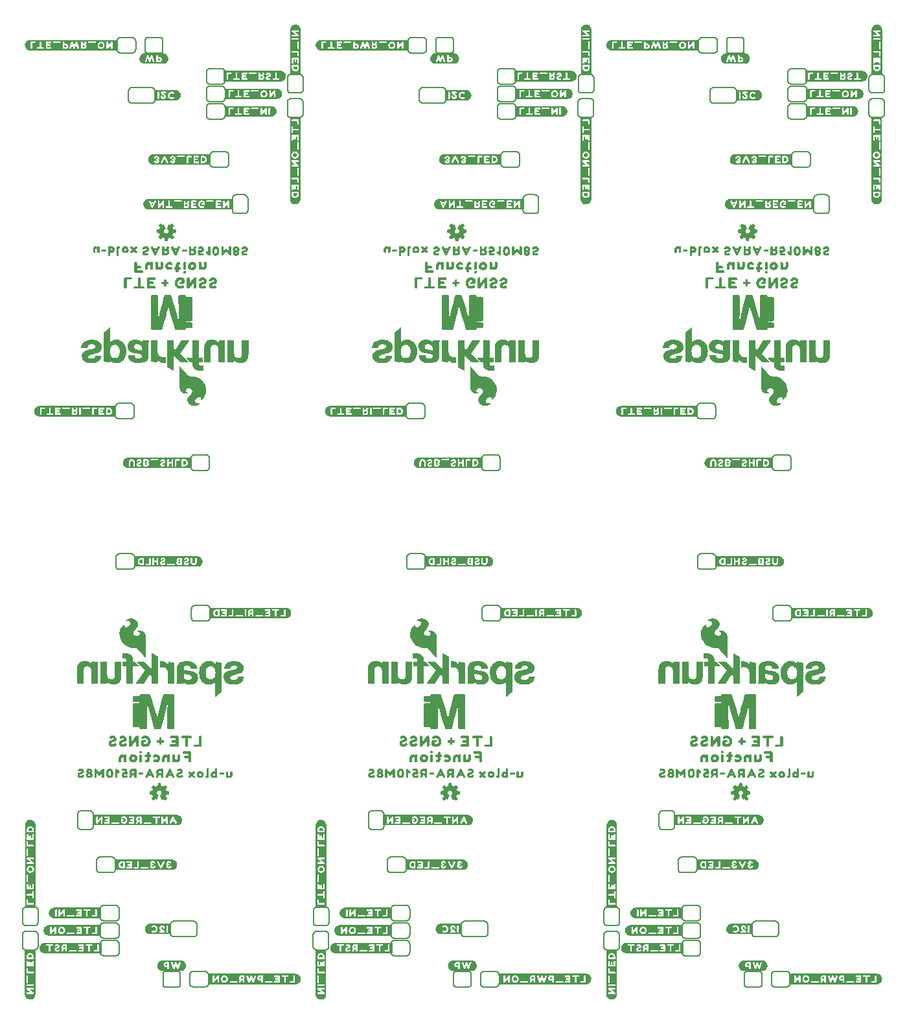
<source format=gbo>
G04 EAGLE Gerber RS-274X export*
G75*
%MOMM*%
%FSLAX34Y34*%
%LPD*%
%INSilkscreen Bottom*%
%IPPOS*%
%AMOC8*
5,1,8,0,0,1.08239X$1,22.5*%
G01*
%ADD10C,0.203200*%
%ADD11C,0.152400*%

G36*
X544585Y398062D02*
X544585Y398062D01*
X544591Y398061D01*
X545118Y398073D01*
X545161Y398083D01*
X545255Y398095D01*
X545756Y398251D01*
X545764Y398256D01*
X545772Y398257D01*
X545918Y398337D01*
X546329Y398663D01*
X546334Y398669D01*
X546341Y398673D01*
X546366Y398702D01*
X546380Y398712D01*
X546400Y398743D01*
X546448Y398800D01*
X546715Y399251D01*
X546717Y399258D01*
X546722Y399264D01*
X546777Y399421D01*
X546866Y399938D01*
X546865Y399973D01*
X546873Y400023D01*
X546861Y420071D01*
X546860Y420073D01*
X546861Y420075D01*
X546836Y423240D01*
X546827Y423283D01*
X546816Y423376D01*
X546754Y423591D01*
X546775Y423614D01*
X546793Y423666D01*
X546820Y423713D01*
X546829Y423766D01*
X546841Y423801D01*
X546839Y423834D01*
X546846Y423878D01*
X546754Y430220D01*
X546753Y430222D01*
X546754Y430224D01*
X546678Y433590D01*
X546679Y433588D01*
X546679Y433584D01*
X547296Y431014D01*
X547297Y431012D01*
X547297Y431009D01*
X548330Y426908D01*
X548331Y426906D01*
X548331Y426904D01*
X549133Y423836D01*
X549150Y423802D01*
X549158Y423765D01*
X549201Y423697D01*
X549221Y423657D01*
X549230Y423650D01*
X549230Y423647D01*
X549221Y423613D01*
X549229Y423528D01*
X549228Y423483D01*
X549235Y423468D01*
X549237Y423447D01*
X550894Y417333D01*
X550895Y417331D01*
X550895Y417328D01*
X552465Y411737D01*
X552466Y411735D01*
X552466Y411733D01*
X554531Y404636D01*
X554532Y404634D01*
X554532Y404632D01*
X556052Y399576D01*
X556062Y399557D01*
X556068Y399531D01*
X556267Y399044D01*
X556270Y399040D01*
X556271Y399035D01*
X556362Y398895D01*
X556717Y398509D01*
X556724Y398504D01*
X556729Y398496D01*
X556864Y398399D01*
X557334Y398167D01*
X557340Y398165D01*
X557344Y398162D01*
X557504Y398118D01*
X558027Y398064D01*
X558049Y398067D01*
X558078Y398062D01*
X563357Y398062D01*
X563363Y398063D01*
X563370Y398062D01*
X563897Y398076D01*
X563928Y398083D01*
X564050Y398104D01*
X564545Y398278D01*
X564551Y398281D01*
X564558Y398283D01*
X564701Y398367D01*
X565103Y398705D01*
X565108Y398712D01*
X565116Y398717D01*
X565219Y398848D01*
X565471Y399308D01*
X565484Y399350D01*
X565487Y399356D01*
X565502Y399380D01*
X565504Y399395D01*
X565515Y399419D01*
X566732Y404012D01*
X566732Y404014D01*
X566733Y404016D01*
X568568Y411176D01*
X568568Y411177D01*
X568569Y411179D01*
X569975Y416813D01*
X569975Y416815D01*
X569976Y416816D01*
X571597Y423485D01*
X571599Y423530D01*
X571610Y423572D01*
X571603Y423628D01*
X571712Y423983D01*
X571714Y423999D01*
X571721Y424017D01*
X573400Y431226D01*
X573400Y431229D01*
X573401Y431232D01*
X573816Y433113D01*
X573737Y431335D01*
X573738Y431332D01*
X573737Y431328D01*
X573639Y428157D01*
X573639Y428155D01*
X573639Y428153D01*
X573546Y423924D01*
X573549Y423908D01*
X573546Y423891D01*
X573566Y423810D01*
X573581Y423728D01*
X573590Y423714D01*
X573594Y423699D01*
X573567Y423655D01*
X573567Y423654D01*
X573566Y423653D01*
X573565Y423646D01*
X573537Y423491D01*
X573489Y420316D01*
X573489Y420314D01*
X573489Y420312D01*
X573464Y416078D01*
X573465Y416077D01*
X573464Y416075D01*
X573462Y400199D01*
X573465Y400183D01*
X573463Y400162D01*
X573502Y399636D01*
X573503Y399635D01*
X573543Y399473D01*
X573754Y398991D01*
X573759Y398984D01*
X573761Y398976D01*
X573857Y398840D01*
X574228Y398466D01*
X574234Y398461D01*
X574239Y398455D01*
X574377Y398362D01*
X574857Y398147D01*
X574859Y398146D01*
X574861Y398145D01*
X575022Y398104D01*
X575548Y398063D01*
X575566Y398065D01*
X575588Y398061D01*
X580880Y398061D01*
X580914Y398068D01*
X580964Y398069D01*
X581483Y398158D01*
X581490Y398161D01*
X581499Y398161D01*
X581654Y398221D01*
X582105Y398490D01*
X582111Y398496D01*
X582118Y398498D01*
X582242Y398610D01*
X582567Y399023D01*
X582571Y399031D01*
X582578Y399037D01*
X582653Y399185D01*
X582807Y399688D01*
X582811Y399726D01*
X582830Y399834D01*
X582840Y423648D01*
X582839Y423656D01*
X582840Y423665D01*
X582819Y423753D01*
X582801Y423843D01*
X582799Y423846D01*
X582825Y423956D01*
X582827Y424000D01*
X582840Y424074D01*
X582831Y442051D01*
X582823Y442092D01*
X582811Y442192D01*
X582662Y442696D01*
X582658Y442703D01*
X582657Y442712D01*
X582579Y442859D01*
X582258Y443275D01*
X582253Y443280D01*
X582250Y443286D01*
X582125Y443396D01*
X581677Y443671D01*
X581669Y443674D01*
X581661Y443681D01*
X581505Y443737D01*
X580988Y443831D01*
X580951Y443831D01*
X580898Y443839D01*
X569795Y443834D01*
X569765Y443828D01*
X569723Y443829D01*
X569203Y443752D01*
X569193Y443749D01*
X569183Y443749D01*
X569027Y443691D01*
X568571Y443430D01*
X568563Y443423D01*
X568553Y443419D01*
X568429Y443308D01*
X568101Y442897D01*
X568095Y442884D01*
X568022Y442755D01*
X567843Y442259D01*
X567841Y442246D01*
X567834Y442231D01*
X566640Y438173D01*
X566639Y438170D01*
X566638Y438167D01*
X565491Y434096D01*
X565491Y434094D01*
X565490Y434092D01*
X564794Y431542D01*
X564794Y431540D01*
X564793Y431539D01*
X563707Y427451D01*
X563707Y427449D01*
X563706Y427446D01*
X562786Y423862D01*
X562785Y423843D01*
X562778Y423826D01*
X562779Y423802D01*
X562768Y423780D01*
X562490Y422761D01*
X562490Y422756D01*
X562487Y422749D01*
X562107Y421212D01*
X562107Y421210D01*
X562106Y421209D01*
X561121Y417102D01*
X561121Y417098D01*
X561119Y417094D01*
X560311Y413488D01*
X560311Y413483D01*
X560309Y413478D01*
X560189Y412881D01*
X560088Y413332D01*
X560086Y413337D01*
X560086Y413344D01*
X559318Y416417D01*
X559316Y416422D01*
X559316Y416428D01*
X558343Y419993D01*
X558342Y419996D01*
X558342Y419999D01*
X557324Y423552D01*
X557281Y423634D01*
X557272Y423652D01*
X557274Y423665D01*
X557264Y423708D01*
X557253Y423792D01*
X554816Y431890D01*
X554815Y431892D01*
X554815Y431894D01*
X553409Y436439D01*
X553409Y436440D01*
X553408Y436441D01*
X551506Y442492D01*
X551487Y442526D01*
X551468Y442581D01*
X551217Y443042D01*
X551212Y443049D01*
X551209Y443056D01*
X551102Y443184D01*
X550703Y443525D01*
X550694Y443529D01*
X550688Y443536D01*
X550543Y443616D01*
X550047Y443789D01*
X550014Y443793D01*
X549894Y443816D01*
X549366Y443829D01*
X549361Y443828D01*
X549355Y443829D01*
X539311Y443829D01*
X539302Y443827D01*
X539290Y443828D01*
X538763Y443806D01*
X538745Y443801D01*
X538605Y443773D01*
X538115Y443584D01*
X538108Y443580D01*
X538101Y443579D01*
X538101Y443578D01*
X538100Y443578D01*
X537959Y443488D01*
X537570Y443136D01*
X537565Y443130D01*
X537559Y443126D01*
X537460Y442993D01*
X537221Y442525D01*
X537219Y442519D01*
X537216Y442514D01*
X537169Y442355D01*
X537113Y441861D01*
X537036Y441538D01*
X536877Y441397D01*
X536542Y441349D01*
X530763Y441347D01*
X530738Y441342D01*
X530705Y441344D01*
X530182Y441283D01*
X530140Y441269D01*
X530049Y441248D01*
X529562Y441046D01*
X529526Y441021D01*
X529443Y440976D01*
X529031Y440649D01*
X529003Y440615D01*
X528935Y440548D01*
X528629Y440120D01*
X528611Y440080D01*
X528564Y439997D01*
X528387Y439501D01*
X528381Y439457D01*
X528360Y439369D01*
X528322Y438843D01*
X528324Y438827D01*
X528321Y438807D01*
X528321Y436693D01*
X528322Y436687D01*
X528321Y436679D01*
X528336Y436151D01*
X528346Y436109D01*
X528352Y436039D01*
X528485Y435529D01*
X528504Y435490D01*
X528528Y435428D01*
X528530Y435420D01*
X528532Y435417D01*
X528539Y435399D01*
X528810Y434946D01*
X528839Y434915D01*
X528898Y434838D01*
X529282Y434479D01*
X529320Y434456D01*
X529396Y434399D01*
X529865Y434159D01*
X529907Y434148D01*
X529996Y434114D01*
X530513Y434013D01*
X530552Y434013D01*
X530608Y434004D01*
X536411Y433998D01*
X536796Y433980D01*
X536994Y433856D01*
X537096Y433618D01*
X537091Y432782D01*
X536979Y432559D01*
X536766Y432441D01*
X536367Y432431D01*
X530558Y432423D01*
X530516Y432415D01*
X530449Y432411D01*
X529936Y432296D01*
X529896Y432278D01*
X529805Y432247D01*
X529344Y431994D01*
X529310Y431966D01*
X529232Y431911D01*
X528858Y431541D01*
X528834Y431504D01*
X528774Y431430D01*
X528516Y430971D01*
X528503Y430930D01*
X528465Y430841D01*
X528345Y430328D01*
X528343Y430287D01*
X528331Y430223D01*
X528322Y429694D01*
X528323Y429690D01*
X528322Y429686D01*
X528322Y423871D01*
X528332Y423821D01*
X528332Y423801D01*
X528329Y423795D01*
X528308Y423638D01*
X528307Y423632D01*
X528307Y423631D01*
X528307Y423630D01*
X528326Y423112D01*
X528333Y403073D01*
X528339Y403044D01*
X528338Y403037D01*
X528342Y403018D01*
X528345Y402967D01*
X528456Y402454D01*
X528473Y402414D01*
X528485Y402377D01*
X528493Y402344D01*
X528500Y402336D01*
X528504Y402322D01*
X528754Y401860D01*
X528782Y401826D01*
X528835Y401749D01*
X529202Y401372D01*
X529238Y401347D01*
X529311Y401287D01*
X529767Y401025D01*
X529809Y401012D01*
X529897Y400974D01*
X530407Y400848D01*
X530451Y400847D01*
X530525Y400834D01*
X536743Y400817D01*
X536971Y400708D01*
X537091Y400501D01*
X537104Y400100D01*
X537108Y400083D01*
X537107Y400061D01*
X537166Y399539D01*
X537168Y399533D01*
X537168Y399527D01*
X537217Y399368D01*
X537455Y398901D01*
X537460Y398895D01*
X537462Y398888D01*
X537565Y398757D01*
X537954Y398405D01*
X537961Y398402D01*
X537966Y398395D01*
X538108Y398310D01*
X538597Y398121D01*
X538619Y398117D01*
X538753Y398087D01*
X539279Y398062D01*
X539290Y398063D01*
X539304Y398061D01*
X544580Y398061D01*
X544585Y398062D01*
G37*
G36*
X164601Y398062D02*
X164601Y398062D01*
X164607Y398061D01*
X165134Y398073D01*
X165177Y398083D01*
X165271Y398095D01*
X165772Y398251D01*
X165780Y398256D01*
X165788Y398257D01*
X165934Y398337D01*
X166345Y398663D01*
X166350Y398669D01*
X166357Y398673D01*
X166382Y398702D01*
X166396Y398712D01*
X166416Y398743D01*
X166464Y398800D01*
X166731Y399251D01*
X166733Y399258D01*
X166738Y399264D01*
X166793Y399421D01*
X166882Y399938D01*
X166881Y399973D01*
X166889Y400023D01*
X166877Y420071D01*
X166876Y420073D01*
X166877Y420075D01*
X166852Y423240D01*
X166843Y423283D01*
X166832Y423376D01*
X166770Y423591D01*
X166791Y423614D01*
X166809Y423666D01*
X166836Y423713D01*
X166845Y423766D01*
X166857Y423801D01*
X166855Y423834D01*
X166862Y423878D01*
X166770Y430220D01*
X166769Y430222D01*
X166770Y430224D01*
X166694Y433590D01*
X166695Y433588D01*
X166695Y433584D01*
X167312Y431014D01*
X167313Y431012D01*
X167313Y431009D01*
X168346Y426908D01*
X168347Y426906D01*
X168347Y426904D01*
X169149Y423836D01*
X169166Y423802D01*
X169174Y423765D01*
X169217Y423697D01*
X169237Y423657D01*
X169246Y423650D01*
X169246Y423647D01*
X169237Y423613D01*
X169245Y423528D01*
X169244Y423483D01*
X169251Y423468D01*
X169253Y423447D01*
X170910Y417333D01*
X170911Y417331D01*
X170911Y417328D01*
X172481Y411737D01*
X172482Y411735D01*
X172482Y411733D01*
X174547Y404636D01*
X174548Y404634D01*
X174548Y404632D01*
X176068Y399576D01*
X176078Y399557D01*
X176084Y399531D01*
X176283Y399044D01*
X176286Y399040D01*
X176287Y399035D01*
X176378Y398895D01*
X176733Y398509D01*
X176740Y398504D01*
X176745Y398496D01*
X176880Y398399D01*
X177350Y398167D01*
X177356Y398165D01*
X177360Y398162D01*
X177520Y398118D01*
X178043Y398064D01*
X178065Y398067D01*
X178094Y398062D01*
X183373Y398062D01*
X183379Y398063D01*
X183386Y398062D01*
X183913Y398076D01*
X183944Y398083D01*
X184066Y398104D01*
X184561Y398278D01*
X184567Y398281D01*
X184574Y398283D01*
X184717Y398367D01*
X185119Y398705D01*
X185124Y398712D01*
X185132Y398717D01*
X185235Y398848D01*
X185487Y399308D01*
X185500Y399350D01*
X185503Y399356D01*
X185518Y399380D01*
X185520Y399395D01*
X185531Y399419D01*
X186748Y404012D01*
X186748Y404014D01*
X186749Y404016D01*
X188584Y411176D01*
X188584Y411177D01*
X188585Y411179D01*
X189991Y416813D01*
X189991Y416815D01*
X189992Y416816D01*
X191613Y423485D01*
X191615Y423530D01*
X191626Y423572D01*
X191619Y423628D01*
X191728Y423983D01*
X191730Y423999D01*
X191737Y424017D01*
X193416Y431226D01*
X193416Y431229D01*
X193417Y431232D01*
X193832Y433113D01*
X193753Y431335D01*
X193754Y431332D01*
X193753Y431328D01*
X193655Y428157D01*
X193655Y428155D01*
X193655Y428153D01*
X193562Y423924D01*
X193565Y423908D01*
X193562Y423891D01*
X193582Y423810D01*
X193597Y423728D01*
X193606Y423714D01*
X193610Y423699D01*
X193583Y423655D01*
X193583Y423654D01*
X193582Y423653D01*
X193581Y423646D01*
X193553Y423491D01*
X193505Y420316D01*
X193505Y420314D01*
X193505Y420312D01*
X193480Y416078D01*
X193481Y416077D01*
X193480Y416075D01*
X193478Y400199D01*
X193481Y400183D01*
X193479Y400162D01*
X193518Y399636D01*
X193519Y399635D01*
X193559Y399473D01*
X193770Y398991D01*
X193775Y398984D01*
X193777Y398976D01*
X193873Y398840D01*
X194244Y398466D01*
X194250Y398461D01*
X194255Y398455D01*
X194393Y398362D01*
X194873Y398147D01*
X194875Y398146D01*
X194877Y398145D01*
X195038Y398104D01*
X195564Y398063D01*
X195582Y398065D01*
X195604Y398061D01*
X200896Y398061D01*
X200930Y398068D01*
X200980Y398069D01*
X201499Y398158D01*
X201506Y398161D01*
X201515Y398161D01*
X201670Y398221D01*
X202121Y398490D01*
X202127Y398496D01*
X202134Y398498D01*
X202258Y398610D01*
X202583Y399023D01*
X202587Y399031D01*
X202594Y399037D01*
X202669Y399185D01*
X202823Y399688D01*
X202827Y399726D01*
X202846Y399834D01*
X202856Y423648D01*
X202855Y423656D01*
X202856Y423665D01*
X202835Y423753D01*
X202817Y423843D01*
X202815Y423846D01*
X202841Y423956D01*
X202843Y424000D01*
X202856Y424074D01*
X202847Y442051D01*
X202839Y442092D01*
X202827Y442192D01*
X202678Y442696D01*
X202674Y442703D01*
X202673Y442712D01*
X202595Y442859D01*
X202274Y443275D01*
X202269Y443280D01*
X202266Y443286D01*
X202141Y443396D01*
X201693Y443671D01*
X201685Y443674D01*
X201677Y443681D01*
X201521Y443737D01*
X201004Y443831D01*
X200967Y443831D01*
X200914Y443839D01*
X189811Y443834D01*
X189781Y443828D01*
X189739Y443829D01*
X189219Y443752D01*
X189209Y443749D01*
X189199Y443749D01*
X189043Y443691D01*
X188587Y443430D01*
X188579Y443423D01*
X188569Y443419D01*
X188445Y443308D01*
X188117Y442897D01*
X188111Y442884D01*
X188038Y442755D01*
X187859Y442259D01*
X187857Y442246D01*
X187850Y442231D01*
X186656Y438173D01*
X186655Y438170D01*
X186654Y438167D01*
X185507Y434096D01*
X185507Y434094D01*
X185506Y434092D01*
X184810Y431542D01*
X184810Y431540D01*
X184809Y431539D01*
X183723Y427451D01*
X183723Y427449D01*
X183722Y427446D01*
X182802Y423862D01*
X182801Y423843D01*
X182794Y423826D01*
X182795Y423802D01*
X182784Y423780D01*
X182506Y422761D01*
X182506Y422756D01*
X182503Y422749D01*
X182123Y421212D01*
X182123Y421210D01*
X182122Y421209D01*
X181137Y417102D01*
X181137Y417098D01*
X181135Y417094D01*
X180327Y413488D01*
X180327Y413483D01*
X180325Y413478D01*
X180205Y412881D01*
X180104Y413332D01*
X180102Y413337D01*
X180102Y413344D01*
X179334Y416417D01*
X179332Y416422D01*
X179332Y416428D01*
X178359Y419993D01*
X178358Y419996D01*
X178358Y419999D01*
X177340Y423552D01*
X177297Y423634D01*
X177288Y423652D01*
X177290Y423665D01*
X177280Y423708D01*
X177269Y423792D01*
X174832Y431890D01*
X174831Y431892D01*
X174831Y431894D01*
X173425Y436439D01*
X173425Y436440D01*
X173424Y436441D01*
X171522Y442492D01*
X171503Y442526D01*
X171484Y442581D01*
X171233Y443042D01*
X171228Y443049D01*
X171225Y443056D01*
X171118Y443184D01*
X170719Y443525D01*
X170710Y443529D01*
X170704Y443536D01*
X170559Y443616D01*
X170063Y443789D01*
X170030Y443793D01*
X169910Y443816D01*
X169382Y443829D01*
X169377Y443828D01*
X169371Y443829D01*
X159327Y443829D01*
X159318Y443827D01*
X159306Y443828D01*
X158779Y443806D01*
X158761Y443801D01*
X158621Y443773D01*
X158131Y443584D01*
X158124Y443580D01*
X158117Y443579D01*
X158117Y443578D01*
X158116Y443578D01*
X157975Y443488D01*
X157586Y443136D01*
X157581Y443130D01*
X157575Y443126D01*
X157476Y442993D01*
X157237Y442525D01*
X157235Y442519D01*
X157232Y442514D01*
X157185Y442355D01*
X157129Y441861D01*
X157052Y441538D01*
X156893Y441397D01*
X156558Y441349D01*
X150779Y441347D01*
X150754Y441342D01*
X150721Y441344D01*
X150198Y441283D01*
X150156Y441269D01*
X150065Y441248D01*
X149578Y441046D01*
X149542Y441021D01*
X149459Y440976D01*
X149047Y440649D01*
X149019Y440615D01*
X148951Y440548D01*
X148645Y440120D01*
X148627Y440080D01*
X148580Y439997D01*
X148403Y439501D01*
X148397Y439457D01*
X148376Y439369D01*
X148338Y438843D01*
X148340Y438827D01*
X148337Y438807D01*
X148337Y436693D01*
X148338Y436687D01*
X148337Y436679D01*
X148352Y436151D01*
X148362Y436109D01*
X148368Y436039D01*
X148501Y435529D01*
X148520Y435490D01*
X148544Y435428D01*
X148546Y435420D01*
X148548Y435417D01*
X148555Y435399D01*
X148826Y434946D01*
X148855Y434915D01*
X148914Y434838D01*
X149298Y434479D01*
X149336Y434456D01*
X149412Y434399D01*
X149881Y434159D01*
X149923Y434148D01*
X150012Y434114D01*
X150529Y434013D01*
X150568Y434013D01*
X150624Y434004D01*
X156427Y433998D01*
X156812Y433980D01*
X157010Y433856D01*
X157112Y433618D01*
X157107Y432782D01*
X156995Y432559D01*
X156782Y432441D01*
X156383Y432431D01*
X150574Y432423D01*
X150532Y432415D01*
X150465Y432411D01*
X149952Y432296D01*
X149912Y432278D01*
X149821Y432247D01*
X149360Y431994D01*
X149326Y431966D01*
X149248Y431911D01*
X148874Y431541D01*
X148850Y431504D01*
X148790Y431430D01*
X148532Y430971D01*
X148519Y430930D01*
X148481Y430841D01*
X148361Y430328D01*
X148359Y430287D01*
X148347Y430223D01*
X148338Y429694D01*
X148339Y429690D01*
X148338Y429686D01*
X148338Y423871D01*
X148348Y423821D01*
X148348Y423801D01*
X148345Y423795D01*
X148324Y423638D01*
X148323Y423632D01*
X148323Y423631D01*
X148323Y423630D01*
X148342Y423112D01*
X148349Y403073D01*
X148355Y403044D01*
X148354Y403037D01*
X148358Y403018D01*
X148361Y402967D01*
X148472Y402454D01*
X148489Y402414D01*
X148501Y402377D01*
X148509Y402344D01*
X148516Y402336D01*
X148520Y402322D01*
X148770Y401860D01*
X148798Y401826D01*
X148851Y401749D01*
X149218Y401372D01*
X149254Y401347D01*
X149327Y401287D01*
X149783Y401025D01*
X149825Y401012D01*
X149913Y400974D01*
X150423Y400848D01*
X150467Y400847D01*
X150541Y400834D01*
X156759Y400817D01*
X156987Y400708D01*
X157107Y400501D01*
X157120Y400100D01*
X157124Y400083D01*
X157123Y400061D01*
X157182Y399539D01*
X157184Y399533D01*
X157184Y399527D01*
X157233Y399368D01*
X157471Y398901D01*
X157476Y398895D01*
X157478Y398888D01*
X157581Y398757D01*
X157970Y398405D01*
X157977Y398402D01*
X157982Y398395D01*
X158124Y398310D01*
X158613Y398121D01*
X158635Y398117D01*
X158769Y398087D01*
X159295Y398062D01*
X159306Y398063D01*
X159320Y398061D01*
X164596Y398061D01*
X164601Y398062D01*
G37*
G36*
X924569Y398062D02*
X924569Y398062D01*
X924575Y398061D01*
X925102Y398073D01*
X925145Y398083D01*
X925239Y398095D01*
X925740Y398251D01*
X925748Y398256D01*
X925756Y398257D01*
X925902Y398337D01*
X926313Y398663D01*
X926318Y398669D01*
X926325Y398673D01*
X926350Y398702D01*
X926364Y398712D01*
X926384Y398743D01*
X926432Y398800D01*
X926699Y399251D01*
X926701Y399258D01*
X926706Y399264D01*
X926761Y399421D01*
X926850Y399938D01*
X926849Y399973D01*
X926857Y400023D01*
X926845Y420071D01*
X926844Y420073D01*
X926845Y420075D01*
X926820Y423240D01*
X926811Y423283D01*
X926800Y423376D01*
X926738Y423591D01*
X926759Y423614D01*
X926777Y423666D01*
X926804Y423713D01*
X926813Y423766D01*
X926825Y423801D01*
X926823Y423834D01*
X926830Y423878D01*
X926738Y430220D01*
X926737Y430222D01*
X926738Y430224D01*
X926662Y433590D01*
X926663Y433588D01*
X926663Y433584D01*
X927280Y431014D01*
X927281Y431012D01*
X927281Y431009D01*
X928314Y426908D01*
X928315Y426906D01*
X928315Y426904D01*
X929117Y423836D01*
X929134Y423802D01*
X929142Y423765D01*
X929185Y423697D01*
X929205Y423657D01*
X929214Y423650D01*
X929214Y423647D01*
X929205Y423613D01*
X929213Y423528D01*
X929212Y423483D01*
X929219Y423468D01*
X929221Y423447D01*
X930878Y417333D01*
X930879Y417331D01*
X930879Y417328D01*
X932449Y411737D01*
X932450Y411735D01*
X932450Y411733D01*
X934515Y404636D01*
X934516Y404634D01*
X934516Y404632D01*
X936036Y399576D01*
X936046Y399557D01*
X936052Y399531D01*
X936251Y399044D01*
X936254Y399040D01*
X936255Y399035D01*
X936346Y398895D01*
X936701Y398509D01*
X936708Y398504D01*
X936713Y398496D01*
X936848Y398399D01*
X937318Y398167D01*
X937324Y398165D01*
X937328Y398162D01*
X937488Y398118D01*
X938011Y398064D01*
X938033Y398067D01*
X938062Y398062D01*
X943341Y398062D01*
X943347Y398063D01*
X943354Y398062D01*
X943881Y398076D01*
X943912Y398083D01*
X944034Y398104D01*
X944529Y398278D01*
X944535Y398281D01*
X944542Y398283D01*
X944685Y398367D01*
X945087Y398705D01*
X945092Y398712D01*
X945100Y398717D01*
X945203Y398848D01*
X945455Y399308D01*
X945468Y399350D01*
X945471Y399356D01*
X945486Y399380D01*
X945488Y399395D01*
X945499Y399419D01*
X946716Y404012D01*
X946716Y404014D01*
X946717Y404016D01*
X948552Y411176D01*
X948552Y411177D01*
X948553Y411179D01*
X949959Y416813D01*
X949959Y416815D01*
X949960Y416816D01*
X951581Y423485D01*
X951583Y423530D01*
X951594Y423572D01*
X951587Y423628D01*
X951696Y423983D01*
X951698Y423999D01*
X951705Y424017D01*
X953384Y431226D01*
X953384Y431229D01*
X953385Y431232D01*
X953800Y433113D01*
X953721Y431335D01*
X953722Y431332D01*
X953721Y431328D01*
X953623Y428157D01*
X953623Y428155D01*
X953623Y428153D01*
X953530Y423924D01*
X953533Y423908D01*
X953530Y423891D01*
X953550Y423810D01*
X953565Y423728D01*
X953574Y423714D01*
X953578Y423699D01*
X953551Y423655D01*
X953551Y423654D01*
X953550Y423653D01*
X953549Y423646D01*
X953521Y423491D01*
X953473Y420316D01*
X953473Y420314D01*
X953473Y420312D01*
X953448Y416078D01*
X953449Y416077D01*
X953448Y416075D01*
X953446Y400199D01*
X953449Y400183D01*
X953447Y400162D01*
X953486Y399636D01*
X953487Y399635D01*
X953527Y399473D01*
X953738Y398991D01*
X953743Y398984D01*
X953745Y398976D01*
X953841Y398840D01*
X954212Y398466D01*
X954218Y398461D01*
X954223Y398455D01*
X954361Y398362D01*
X954841Y398147D01*
X954843Y398146D01*
X954845Y398145D01*
X955006Y398104D01*
X955532Y398063D01*
X955550Y398065D01*
X955572Y398061D01*
X960864Y398061D01*
X960898Y398068D01*
X960948Y398069D01*
X961467Y398158D01*
X961474Y398161D01*
X961483Y398161D01*
X961638Y398221D01*
X962089Y398490D01*
X962095Y398496D01*
X962102Y398498D01*
X962226Y398610D01*
X962551Y399023D01*
X962555Y399031D01*
X962562Y399037D01*
X962637Y399185D01*
X962791Y399688D01*
X962795Y399726D01*
X962814Y399834D01*
X962824Y423648D01*
X962823Y423656D01*
X962824Y423665D01*
X962803Y423753D01*
X962785Y423843D01*
X962783Y423846D01*
X962809Y423956D01*
X962811Y424000D01*
X962824Y424074D01*
X962815Y442051D01*
X962807Y442092D01*
X962795Y442192D01*
X962646Y442696D01*
X962642Y442703D01*
X962641Y442712D01*
X962563Y442859D01*
X962242Y443275D01*
X962237Y443280D01*
X962234Y443286D01*
X962109Y443396D01*
X961661Y443671D01*
X961653Y443674D01*
X961645Y443681D01*
X961489Y443737D01*
X960972Y443831D01*
X960935Y443831D01*
X960882Y443839D01*
X949779Y443834D01*
X949749Y443828D01*
X949707Y443829D01*
X949187Y443752D01*
X949177Y443749D01*
X949167Y443749D01*
X949011Y443691D01*
X948555Y443430D01*
X948547Y443423D01*
X948537Y443419D01*
X948413Y443308D01*
X948085Y442897D01*
X948079Y442884D01*
X948006Y442755D01*
X947827Y442259D01*
X947825Y442246D01*
X947818Y442231D01*
X946624Y438173D01*
X946623Y438170D01*
X946622Y438167D01*
X945475Y434096D01*
X945475Y434094D01*
X945474Y434092D01*
X944778Y431542D01*
X944778Y431540D01*
X944777Y431539D01*
X943691Y427451D01*
X943691Y427449D01*
X943690Y427446D01*
X942770Y423862D01*
X942769Y423843D01*
X942762Y423826D01*
X942763Y423802D01*
X942752Y423780D01*
X942474Y422761D01*
X942474Y422756D01*
X942471Y422749D01*
X942091Y421212D01*
X942091Y421210D01*
X942090Y421209D01*
X941105Y417102D01*
X941105Y417098D01*
X941103Y417094D01*
X940295Y413488D01*
X940295Y413483D01*
X940293Y413478D01*
X940173Y412881D01*
X940072Y413332D01*
X940070Y413337D01*
X940070Y413344D01*
X939302Y416417D01*
X939300Y416422D01*
X939300Y416428D01*
X938327Y419993D01*
X938326Y419996D01*
X938326Y419999D01*
X937308Y423552D01*
X937265Y423634D01*
X937256Y423652D01*
X937258Y423665D01*
X937248Y423708D01*
X937237Y423792D01*
X934800Y431890D01*
X934799Y431892D01*
X934799Y431894D01*
X933393Y436439D01*
X933393Y436440D01*
X933392Y436441D01*
X931490Y442492D01*
X931471Y442526D01*
X931452Y442581D01*
X931201Y443042D01*
X931196Y443049D01*
X931193Y443056D01*
X931086Y443184D01*
X930687Y443525D01*
X930678Y443529D01*
X930672Y443536D01*
X930527Y443616D01*
X930031Y443789D01*
X929998Y443793D01*
X929878Y443816D01*
X929350Y443829D01*
X929345Y443828D01*
X929339Y443829D01*
X919295Y443829D01*
X919286Y443827D01*
X919274Y443828D01*
X918747Y443806D01*
X918729Y443801D01*
X918589Y443773D01*
X918099Y443584D01*
X918092Y443580D01*
X918085Y443579D01*
X918085Y443578D01*
X918084Y443578D01*
X917943Y443488D01*
X917554Y443136D01*
X917549Y443130D01*
X917543Y443126D01*
X917444Y442993D01*
X917205Y442525D01*
X917203Y442519D01*
X917200Y442514D01*
X917153Y442355D01*
X917097Y441861D01*
X917020Y441538D01*
X916861Y441397D01*
X916526Y441349D01*
X910747Y441347D01*
X910722Y441342D01*
X910689Y441344D01*
X910166Y441283D01*
X910124Y441269D01*
X910033Y441248D01*
X909546Y441046D01*
X909510Y441021D01*
X909427Y440976D01*
X909015Y440649D01*
X908987Y440615D01*
X908919Y440548D01*
X908613Y440120D01*
X908595Y440080D01*
X908548Y439997D01*
X908371Y439501D01*
X908365Y439457D01*
X908344Y439369D01*
X908306Y438843D01*
X908308Y438827D01*
X908305Y438807D01*
X908305Y436693D01*
X908306Y436687D01*
X908305Y436679D01*
X908320Y436151D01*
X908330Y436109D01*
X908336Y436039D01*
X908469Y435529D01*
X908488Y435490D01*
X908512Y435428D01*
X908514Y435420D01*
X908516Y435417D01*
X908523Y435399D01*
X908794Y434946D01*
X908823Y434915D01*
X908882Y434838D01*
X909266Y434479D01*
X909304Y434456D01*
X909380Y434399D01*
X909849Y434159D01*
X909891Y434148D01*
X909980Y434114D01*
X910497Y434013D01*
X910536Y434013D01*
X910592Y434004D01*
X916395Y433998D01*
X916780Y433980D01*
X916978Y433856D01*
X917080Y433618D01*
X917075Y432782D01*
X916963Y432559D01*
X916750Y432441D01*
X916351Y432431D01*
X910542Y432423D01*
X910500Y432415D01*
X910433Y432411D01*
X909920Y432296D01*
X909880Y432278D01*
X909789Y432247D01*
X909328Y431994D01*
X909294Y431966D01*
X909216Y431911D01*
X908842Y431541D01*
X908818Y431504D01*
X908758Y431430D01*
X908500Y430971D01*
X908487Y430930D01*
X908449Y430841D01*
X908329Y430328D01*
X908327Y430287D01*
X908315Y430223D01*
X908306Y429694D01*
X908307Y429690D01*
X908306Y429686D01*
X908306Y423871D01*
X908316Y423821D01*
X908316Y423801D01*
X908313Y423795D01*
X908292Y423638D01*
X908291Y423632D01*
X908291Y423631D01*
X908291Y423630D01*
X908310Y423112D01*
X908317Y403073D01*
X908323Y403044D01*
X908322Y403037D01*
X908326Y403018D01*
X908329Y402967D01*
X908440Y402454D01*
X908457Y402414D01*
X908469Y402377D01*
X908477Y402344D01*
X908484Y402336D01*
X908488Y402322D01*
X908738Y401860D01*
X908766Y401826D01*
X908819Y401749D01*
X909186Y401372D01*
X909222Y401347D01*
X909295Y401287D01*
X909751Y401025D01*
X909793Y401012D01*
X909881Y400974D01*
X910391Y400848D01*
X910435Y400847D01*
X910509Y400834D01*
X916727Y400817D01*
X916955Y400708D01*
X917075Y400501D01*
X917088Y400100D01*
X917092Y400083D01*
X917091Y400061D01*
X917150Y399539D01*
X917152Y399533D01*
X917152Y399527D01*
X917201Y399368D01*
X917439Y398901D01*
X917444Y398895D01*
X917446Y398888D01*
X917549Y398757D01*
X917938Y398405D01*
X917945Y398402D01*
X917950Y398395D01*
X918092Y398310D01*
X918581Y398121D01*
X918603Y398117D01*
X918737Y398087D01*
X919263Y398062D01*
X919274Y398063D01*
X919288Y398061D01*
X924564Y398061D01*
X924569Y398062D01*
G37*
G36*
X185093Y919663D02*
X185093Y919663D01*
X185123Y919670D01*
X185165Y919669D01*
X185685Y919745D01*
X185695Y919749D01*
X185705Y919749D01*
X185861Y919806D01*
X186317Y920068D01*
X186325Y920075D01*
X186335Y920078D01*
X186459Y920189D01*
X186787Y920600D01*
X186794Y920614D01*
X186866Y920742D01*
X187045Y921238D01*
X187047Y921252D01*
X187054Y921267D01*
X188248Y925324D01*
X188249Y925327D01*
X188250Y925330D01*
X189397Y929401D01*
X189397Y929403D01*
X189398Y929405D01*
X190094Y931956D01*
X190094Y931957D01*
X190095Y931959D01*
X191181Y936047D01*
X191181Y936049D01*
X191182Y936051D01*
X192102Y939636D01*
X192103Y939654D01*
X192110Y939672D01*
X192109Y939695D01*
X192120Y939718D01*
X192398Y940736D01*
X192398Y940742D01*
X192401Y940748D01*
X192781Y942286D01*
X192781Y942287D01*
X192782Y942289D01*
X193767Y946396D01*
X193767Y946399D01*
X193769Y946403D01*
X194577Y950009D01*
X194577Y950014D01*
X194579Y950020D01*
X194699Y950616D01*
X194800Y950165D01*
X194802Y950160D01*
X194803Y950153D01*
X195570Y947080D01*
X195572Y947076D01*
X195572Y947070D01*
X196545Y943504D01*
X196546Y943502D01*
X196546Y943498D01*
X197564Y939946D01*
X197607Y939864D01*
X197616Y939846D01*
X197614Y939833D01*
X197624Y939789D01*
X197635Y939705D01*
X200072Y931607D01*
X200073Y931605D01*
X200073Y931603D01*
X201479Y927058D01*
X201479Y927057D01*
X201480Y927056D01*
X203382Y921005D01*
X203397Y920980D01*
X203402Y920957D01*
X203410Y920946D01*
X203420Y920917D01*
X203671Y920455D01*
X203676Y920449D01*
X203679Y920441D01*
X203786Y920313D01*
X204185Y919973D01*
X204194Y919968D01*
X204200Y919961D01*
X204345Y919881D01*
X204841Y919709D01*
X204874Y919704D01*
X204994Y919681D01*
X205522Y919669D01*
X205527Y919670D01*
X205533Y919669D01*
X215577Y919669D01*
X215586Y919671D01*
X215598Y919669D01*
X216125Y919692D01*
X216143Y919696D01*
X216283Y919725D01*
X216774Y919914D01*
X216780Y919918D01*
X216788Y919920D01*
X216929Y920009D01*
X217318Y920361D01*
X217323Y920367D01*
X217329Y920371D01*
X217428Y920504D01*
X217667Y920972D01*
X217669Y920978D01*
X217673Y920983D01*
X217719Y921143D01*
X217775Y921636D01*
X217852Y921959D01*
X218011Y922101D01*
X218346Y922148D01*
X224125Y922150D01*
X224150Y922155D01*
X224183Y922153D01*
X224706Y922215D01*
X224748Y922229D01*
X224840Y922250D01*
X225326Y922451D01*
X225362Y922476D01*
X225445Y922521D01*
X225857Y922849D01*
X225885Y922882D01*
X225953Y922949D01*
X226259Y923377D01*
X226277Y923417D01*
X226304Y923465D01*
X226316Y923483D01*
X226316Y923487D01*
X226324Y923500D01*
X226501Y923996D01*
X226507Y924040D01*
X226528Y924129D01*
X226566Y924655D01*
X226564Y924671D01*
X226567Y924690D01*
X226567Y926805D01*
X226566Y926811D01*
X226567Y926819D01*
X226552Y927347D01*
X226543Y927389D01*
X226536Y927459D01*
X226403Y927968D01*
X226385Y928007D01*
X226349Y928099D01*
X226078Y928551D01*
X226049Y928583D01*
X225990Y928659D01*
X225606Y929019D01*
X225599Y929023D01*
X225597Y929025D01*
X225563Y929046D01*
X225492Y929099D01*
X225023Y929338D01*
X224981Y929350D01*
X224892Y929383D01*
X224375Y929485D01*
X224336Y929484D01*
X224280Y929494D01*
X218477Y929499D01*
X218092Y929518D01*
X217894Y929641D01*
X217792Y929880D01*
X217797Y930716D01*
X217909Y930938D01*
X218122Y931056D01*
X218521Y931066D01*
X224330Y931074D01*
X224372Y931083D01*
X224439Y931086D01*
X224952Y931202D01*
X224992Y931219D01*
X225083Y931251D01*
X225545Y931503D01*
X225578Y931532D01*
X225656Y931587D01*
X226030Y931957D01*
X226054Y931993D01*
X226114Y932067D01*
X226372Y932526D01*
X226385Y932568D01*
X226423Y932657D01*
X226543Y933169D01*
X226545Y933211D01*
X226557Y933275D01*
X226566Y933803D01*
X226565Y933807D01*
X226566Y933812D01*
X226566Y939626D01*
X226556Y939676D01*
X226556Y939696D01*
X226559Y939702D01*
X226580Y939860D01*
X226581Y939866D01*
X226581Y939867D01*
X226562Y940386D01*
X226555Y960425D01*
X226546Y960466D01*
X226543Y960530D01*
X226432Y961044D01*
X226415Y961083D01*
X226384Y961175D01*
X226134Y961638D01*
X226106Y961672D01*
X226053Y961749D01*
X225686Y962126D01*
X225650Y962150D01*
X225577Y962211D01*
X225121Y962472D01*
X225079Y962486D01*
X224991Y962524D01*
X224481Y962649D01*
X224437Y962651D01*
X224363Y962663D01*
X218145Y962680D01*
X217917Y962789D01*
X217797Y962996D01*
X217784Y963397D01*
X217780Y963414D01*
X217781Y963437D01*
X217722Y963959D01*
X217720Y963964D01*
X217720Y963970D01*
X217671Y964129D01*
X217433Y964596D01*
X217428Y964602D01*
X217426Y964610D01*
X217323Y964740D01*
X216934Y965092D01*
X216927Y965096D01*
X216923Y965102D01*
X216780Y965187D01*
X216291Y965377D01*
X216269Y965381D01*
X216135Y965410D01*
X215609Y965436D01*
X215598Y965434D01*
X215584Y965436D01*
X210308Y965436D01*
X210303Y965435D01*
X210297Y965436D01*
X209770Y965424D01*
X209727Y965415D01*
X209633Y965402D01*
X209132Y965246D01*
X209124Y965242D01*
X209116Y965241D01*
X208970Y965160D01*
X208559Y964835D01*
X208554Y964828D01*
X208547Y964825D01*
X208440Y964698D01*
X208173Y964246D01*
X208171Y964239D01*
X208166Y964234D01*
X208111Y964077D01*
X208022Y963560D01*
X208023Y963524D01*
X208015Y963475D01*
X208027Y943426D01*
X208028Y943425D01*
X208027Y943423D01*
X208052Y940257D01*
X208061Y940214D01*
X208072Y940121D01*
X208134Y939907D01*
X208113Y939884D01*
X208095Y939832D01*
X208068Y939784D01*
X208059Y939732D01*
X208047Y939696D01*
X208049Y939664D01*
X208042Y939620D01*
X208134Y933277D01*
X208135Y933276D01*
X208134Y933273D01*
X208210Y929908D01*
X208209Y929910D01*
X208209Y929913D01*
X207592Y932483D01*
X207591Y932485D01*
X207591Y932489D01*
X206558Y936589D01*
X206557Y936591D01*
X206557Y936593D01*
X205755Y939662D01*
X205738Y939696D01*
X205730Y939733D01*
X205687Y939800D01*
X205667Y939840D01*
X205658Y939848D01*
X205658Y939851D01*
X205668Y939885D01*
X205659Y939970D01*
X205660Y940015D01*
X205653Y940030D01*
X205651Y940050D01*
X203994Y946165D01*
X203993Y946167D01*
X203993Y946169D01*
X202423Y951760D01*
X202422Y951762D01*
X202422Y951765D01*
X200357Y958861D01*
X200356Y958863D01*
X200356Y958866D01*
X198836Y963921D01*
X198826Y963940D01*
X198820Y963967D01*
X198621Y964453D01*
X198618Y964458D01*
X198617Y964463D01*
X198526Y964602D01*
X198171Y964989D01*
X198164Y964994D01*
X198159Y965001D01*
X198024Y965099D01*
X197554Y965331D01*
X197548Y965332D01*
X197544Y965335D01*
X197384Y965380D01*
X196861Y965433D01*
X196839Y965431D01*
X196810Y965436D01*
X191531Y965436D01*
X191525Y965434D01*
X191518Y965435D01*
X190991Y965422D01*
X190960Y965415D01*
X190838Y965394D01*
X190343Y965219D01*
X190337Y965216D01*
X190330Y965215D01*
X190187Y965130D01*
X189785Y964792D01*
X189780Y964785D01*
X189772Y964781D01*
X189669Y964650D01*
X189417Y964190D01*
X189404Y964147D01*
X189373Y964078D01*
X188156Y959485D01*
X188156Y959483D01*
X188155Y959481D01*
X186320Y952322D01*
X186320Y952320D01*
X186319Y952319D01*
X184913Y946684D01*
X184913Y946683D01*
X184912Y946681D01*
X183291Y940012D01*
X183289Y939968D01*
X183278Y939925D01*
X183286Y939870D01*
X183286Y939869D01*
X183176Y939514D01*
X183174Y939498D01*
X183167Y939480D01*
X181488Y932271D01*
X181488Y932268D01*
X181487Y932265D01*
X181072Y930385D01*
X181151Y932163D01*
X181150Y932166D01*
X181151Y932169D01*
X181249Y935340D01*
X181249Y935342D01*
X181249Y935345D01*
X181342Y939573D01*
X181339Y939590D01*
X181342Y939606D01*
X181322Y939687D01*
X181307Y939769D01*
X181298Y939783D01*
X181294Y939798D01*
X181321Y939843D01*
X181321Y939844D01*
X181322Y939844D01*
X181323Y939852D01*
X181351Y940006D01*
X181399Y943181D01*
X181399Y943183D01*
X181399Y943186D01*
X181424Y947419D01*
X181423Y947421D01*
X181424Y947422D01*
X181426Y963298D01*
X181423Y963314D01*
X181424Y963325D01*
X181425Y963330D01*
X181424Y963331D01*
X181425Y963335D01*
X181386Y963861D01*
X181385Y963862D01*
X181385Y963863D01*
X181345Y964024D01*
X181134Y964506D01*
X181129Y964513D01*
X181127Y964522D01*
X181031Y964658D01*
X180660Y965031D01*
X180654Y965036D01*
X180649Y965043D01*
X180511Y965135D01*
X180031Y965351D01*
X180029Y965351D01*
X180027Y965353D01*
X179866Y965393D01*
X179340Y965435D01*
X179322Y965432D01*
X179300Y965436D01*
X174009Y965436D01*
X173974Y965429D01*
X173924Y965429D01*
X173405Y965340D01*
X173398Y965337D01*
X173389Y965337D01*
X173234Y965276D01*
X172783Y965007D01*
X172777Y965002D01*
X172770Y964999D01*
X172646Y964887D01*
X172321Y964474D01*
X172317Y964467D01*
X172310Y964461D01*
X172235Y964312D01*
X172081Y963810D01*
X172077Y963771D01*
X172058Y963663D01*
X172048Y939850D01*
X172050Y939841D01*
X172048Y939833D01*
X172069Y939744D01*
X172087Y939655D01*
X172089Y939651D01*
X172063Y939542D01*
X172061Y939497D01*
X172048Y939423D01*
X172057Y921447D01*
X172065Y921405D01*
X172077Y921305D01*
X172226Y920802D01*
X172230Y920794D01*
X172231Y920786D01*
X172309Y920639D01*
X172630Y920222D01*
X172635Y920218D01*
X172638Y920211D01*
X172763Y920102D01*
X173211Y919826D01*
X173219Y919823D01*
X173227Y919817D01*
X173383Y919760D01*
X173900Y919666D01*
X173937Y919667D01*
X173990Y919658D01*
X185093Y919663D01*
G37*
G36*
X565077Y919663D02*
X565077Y919663D01*
X565107Y919670D01*
X565149Y919669D01*
X565669Y919745D01*
X565679Y919749D01*
X565689Y919749D01*
X565845Y919806D01*
X566301Y920068D01*
X566309Y920075D01*
X566319Y920078D01*
X566443Y920189D01*
X566771Y920600D01*
X566778Y920614D01*
X566850Y920742D01*
X567029Y921238D01*
X567031Y921252D01*
X567038Y921267D01*
X568232Y925324D01*
X568233Y925327D01*
X568234Y925330D01*
X569381Y929401D01*
X569381Y929403D01*
X569382Y929405D01*
X570078Y931956D01*
X570078Y931957D01*
X570079Y931959D01*
X571165Y936047D01*
X571165Y936049D01*
X571166Y936051D01*
X572086Y939636D01*
X572087Y939654D01*
X572094Y939672D01*
X572093Y939695D01*
X572104Y939718D01*
X572382Y940736D01*
X572382Y940742D01*
X572385Y940748D01*
X572765Y942286D01*
X572765Y942287D01*
X572766Y942289D01*
X573751Y946396D01*
X573751Y946399D01*
X573753Y946403D01*
X574561Y950009D01*
X574561Y950014D01*
X574563Y950020D01*
X574683Y950616D01*
X574784Y950165D01*
X574786Y950160D01*
X574787Y950153D01*
X575554Y947080D01*
X575556Y947076D01*
X575556Y947070D01*
X576529Y943504D01*
X576530Y943502D01*
X576530Y943498D01*
X577548Y939946D01*
X577591Y939864D01*
X577600Y939846D01*
X577598Y939833D01*
X577608Y939789D01*
X577619Y939705D01*
X580056Y931607D01*
X580057Y931605D01*
X580057Y931603D01*
X581463Y927058D01*
X581463Y927057D01*
X581464Y927056D01*
X583366Y921005D01*
X583381Y920980D01*
X583386Y920957D01*
X583394Y920946D01*
X583404Y920917D01*
X583655Y920455D01*
X583660Y920449D01*
X583663Y920441D01*
X583770Y920313D01*
X584169Y919973D01*
X584178Y919968D01*
X584184Y919961D01*
X584329Y919881D01*
X584825Y919709D01*
X584858Y919704D01*
X584978Y919681D01*
X585506Y919669D01*
X585511Y919670D01*
X585517Y919669D01*
X595561Y919669D01*
X595570Y919671D01*
X595582Y919669D01*
X596109Y919692D01*
X596127Y919696D01*
X596267Y919725D01*
X596758Y919914D01*
X596764Y919918D01*
X596772Y919920D01*
X596913Y920009D01*
X597302Y920361D01*
X597307Y920367D01*
X597313Y920371D01*
X597412Y920504D01*
X597651Y920972D01*
X597653Y920978D01*
X597657Y920983D01*
X597703Y921143D01*
X597759Y921636D01*
X597836Y921959D01*
X597995Y922101D01*
X598330Y922148D01*
X604109Y922150D01*
X604134Y922155D01*
X604167Y922153D01*
X604690Y922215D01*
X604732Y922229D01*
X604824Y922250D01*
X605310Y922451D01*
X605346Y922476D01*
X605429Y922521D01*
X605841Y922849D01*
X605869Y922882D01*
X605937Y922949D01*
X606243Y923377D01*
X606261Y923417D01*
X606288Y923465D01*
X606300Y923483D01*
X606300Y923487D01*
X606308Y923500D01*
X606485Y923996D01*
X606491Y924040D01*
X606512Y924129D01*
X606550Y924655D01*
X606548Y924671D01*
X606551Y924690D01*
X606551Y926805D01*
X606550Y926811D01*
X606551Y926819D01*
X606536Y927347D01*
X606527Y927389D01*
X606520Y927459D01*
X606387Y927968D01*
X606369Y928007D01*
X606333Y928099D01*
X606062Y928551D01*
X606033Y928583D01*
X605974Y928659D01*
X605590Y929019D01*
X605583Y929023D01*
X605581Y929025D01*
X605547Y929046D01*
X605476Y929099D01*
X605007Y929338D01*
X604965Y929350D01*
X604876Y929383D01*
X604359Y929485D01*
X604320Y929484D01*
X604264Y929494D01*
X598461Y929499D01*
X598076Y929518D01*
X597878Y929641D01*
X597776Y929880D01*
X597781Y930716D01*
X597893Y930938D01*
X598106Y931056D01*
X598505Y931066D01*
X604314Y931074D01*
X604356Y931083D01*
X604423Y931086D01*
X604936Y931202D01*
X604976Y931219D01*
X605067Y931251D01*
X605529Y931503D01*
X605562Y931532D01*
X605640Y931587D01*
X606014Y931957D01*
X606038Y931993D01*
X606098Y932067D01*
X606356Y932526D01*
X606369Y932568D01*
X606407Y932657D01*
X606527Y933169D01*
X606529Y933211D01*
X606541Y933275D01*
X606550Y933803D01*
X606549Y933807D01*
X606550Y933812D01*
X606550Y939626D01*
X606540Y939676D01*
X606540Y939696D01*
X606543Y939702D01*
X606564Y939860D01*
X606565Y939866D01*
X606565Y939867D01*
X606546Y940386D01*
X606539Y960425D01*
X606530Y960466D01*
X606527Y960530D01*
X606416Y961044D01*
X606399Y961083D01*
X606368Y961175D01*
X606118Y961638D01*
X606090Y961672D01*
X606037Y961749D01*
X605670Y962126D01*
X605634Y962150D01*
X605561Y962211D01*
X605105Y962472D01*
X605063Y962486D01*
X604975Y962524D01*
X604465Y962649D01*
X604421Y962651D01*
X604347Y962663D01*
X598129Y962680D01*
X597901Y962789D01*
X597781Y962996D01*
X597768Y963397D01*
X597764Y963414D01*
X597765Y963437D01*
X597706Y963959D01*
X597704Y963964D01*
X597704Y963970D01*
X597655Y964129D01*
X597417Y964596D01*
X597412Y964602D01*
X597410Y964610D01*
X597307Y964740D01*
X596918Y965092D01*
X596911Y965096D01*
X596907Y965102D01*
X596764Y965187D01*
X596275Y965377D01*
X596253Y965381D01*
X596119Y965410D01*
X595593Y965436D01*
X595582Y965434D01*
X595568Y965436D01*
X590292Y965436D01*
X590287Y965435D01*
X590281Y965436D01*
X589754Y965424D01*
X589711Y965415D01*
X589617Y965402D01*
X589116Y965246D01*
X589108Y965242D01*
X589100Y965241D01*
X588954Y965160D01*
X588543Y964835D01*
X588538Y964828D01*
X588531Y964825D01*
X588424Y964698D01*
X588157Y964246D01*
X588155Y964239D01*
X588150Y964234D01*
X588095Y964077D01*
X588006Y963560D01*
X588007Y963524D01*
X587999Y963475D01*
X588011Y943426D01*
X588012Y943425D01*
X588011Y943423D01*
X588036Y940257D01*
X588045Y940214D01*
X588056Y940121D01*
X588118Y939907D01*
X588097Y939884D01*
X588079Y939832D01*
X588052Y939784D01*
X588043Y939732D01*
X588031Y939696D01*
X588033Y939664D01*
X588026Y939620D01*
X588118Y933277D01*
X588119Y933276D01*
X588118Y933273D01*
X588194Y929908D01*
X588193Y929910D01*
X588193Y929913D01*
X587576Y932483D01*
X587575Y932485D01*
X587575Y932489D01*
X586542Y936589D01*
X586541Y936591D01*
X586541Y936593D01*
X585739Y939662D01*
X585722Y939696D01*
X585714Y939733D01*
X585671Y939800D01*
X585651Y939840D01*
X585642Y939848D01*
X585642Y939851D01*
X585652Y939885D01*
X585643Y939970D01*
X585644Y940015D01*
X585637Y940030D01*
X585635Y940050D01*
X583978Y946165D01*
X583977Y946167D01*
X583977Y946169D01*
X582407Y951760D01*
X582406Y951762D01*
X582406Y951765D01*
X580341Y958861D01*
X580340Y958863D01*
X580340Y958866D01*
X578820Y963921D01*
X578810Y963940D01*
X578804Y963967D01*
X578605Y964453D01*
X578602Y964458D01*
X578601Y964463D01*
X578510Y964602D01*
X578155Y964989D01*
X578148Y964994D01*
X578143Y965001D01*
X578008Y965099D01*
X577538Y965331D01*
X577532Y965332D01*
X577528Y965335D01*
X577368Y965380D01*
X576845Y965433D01*
X576823Y965431D01*
X576794Y965436D01*
X571515Y965436D01*
X571509Y965434D01*
X571502Y965435D01*
X570975Y965422D01*
X570944Y965415D01*
X570822Y965394D01*
X570327Y965219D01*
X570321Y965216D01*
X570314Y965215D01*
X570171Y965130D01*
X569769Y964792D01*
X569764Y964785D01*
X569756Y964781D01*
X569653Y964650D01*
X569401Y964190D01*
X569388Y964147D01*
X569357Y964078D01*
X568140Y959485D01*
X568140Y959483D01*
X568139Y959481D01*
X566304Y952322D01*
X566304Y952320D01*
X566303Y952319D01*
X564897Y946684D01*
X564897Y946683D01*
X564896Y946681D01*
X563275Y940012D01*
X563273Y939968D01*
X563262Y939925D01*
X563270Y939870D01*
X563270Y939869D01*
X563160Y939514D01*
X563158Y939498D01*
X563151Y939480D01*
X561472Y932271D01*
X561472Y932268D01*
X561471Y932265D01*
X561056Y930385D01*
X561135Y932163D01*
X561134Y932166D01*
X561135Y932169D01*
X561233Y935340D01*
X561233Y935342D01*
X561233Y935345D01*
X561326Y939573D01*
X561323Y939590D01*
X561326Y939606D01*
X561306Y939687D01*
X561291Y939769D01*
X561282Y939783D01*
X561278Y939798D01*
X561305Y939843D01*
X561305Y939844D01*
X561306Y939844D01*
X561307Y939852D01*
X561335Y940006D01*
X561383Y943181D01*
X561383Y943183D01*
X561383Y943186D01*
X561408Y947419D01*
X561407Y947421D01*
X561408Y947422D01*
X561410Y963298D01*
X561407Y963314D01*
X561408Y963325D01*
X561409Y963330D01*
X561408Y963331D01*
X561409Y963335D01*
X561370Y963861D01*
X561369Y963862D01*
X561369Y963863D01*
X561329Y964024D01*
X561118Y964506D01*
X561113Y964513D01*
X561111Y964522D01*
X561015Y964658D01*
X560644Y965031D01*
X560638Y965036D01*
X560633Y965043D01*
X560495Y965135D01*
X560015Y965351D01*
X560013Y965351D01*
X560011Y965353D01*
X559850Y965393D01*
X559324Y965435D01*
X559306Y965432D01*
X559284Y965436D01*
X553993Y965436D01*
X553958Y965429D01*
X553908Y965429D01*
X553389Y965340D01*
X553382Y965337D01*
X553373Y965337D01*
X553218Y965276D01*
X552767Y965007D01*
X552761Y965002D01*
X552754Y964999D01*
X552630Y964887D01*
X552305Y964474D01*
X552301Y964467D01*
X552294Y964461D01*
X552219Y964312D01*
X552065Y963810D01*
X552061Y963771D01*
X552042Y963663D01*
X552032Y939850D01*
X552034Y939841D01*
X552032Y939833D01*
X552053Y939744D01*
X552071Y939655D01*
X552073Y939651D01*
X552047Y939542D01*
X552045Y939497D01*
X552032Y939423D01*
X552041Y921447D01*
X552049Y921405D01*
X552061Y921305D01*
X552210Y920802D01*
X552214Y920794D01*
X552215Y920786D01*
X552293Y920639D01*
X552614Y920222D01*
X552619Y920218D01*
X552622Y920211D01*
X552747Y920102D01*
X553195Y919826D01*
X553203Y919823D01*
X553211Y919817D01*
X553367Y919760D01*
X553884Y919666D01*
X553921Y919667D01*
X553974Y919658D01*
X565077Y919663D01*
G37*
G36*
X945061Y919663D02*
X945061Y919663D01*
X945091Y919670D01*
X945133Y919669D01*
X945653Y919745D01*
X945663Y919749D01*
X945673Y919749D01*
X945829Y919806D01*
X946285Y920068D01*
X946293Y920075D01*
X946303Y920078D01*
X946427Y920189D01*
X946755Y920600D01*
X946762Y920614D01*
X946834Y920742D01*
X947013Y921238D01*
X947015Y921252D01*
X947022Y921267D01*
X948216Y925324D01*
X948217Y925327D01*
X948218Y925330D01*
X949365Y929401D01*
X949365Y929403D01*
X949366Y929405D01*
X950062Y931956D01*
X950062Y931957D01*
X950063Y931959D01*
X951149Y936047D01*
X951149Y936049D01*
X951150Y936051D01*
X952070Y939636D01*
X952071Y939654D01*
X952078Y939672D01*
X952077Y939695D01*
X952088Y939718D01*
X952366Y940736D01*
X952366Y940742D01*
X952369Y940748D01*
X952749Y942286D01*
X952749Y942287D01*
X952750Y942289D01*
X953735Y946396D01*
X953735Y946399D01*
X953737Y946403D01*
X954545Y950009D01*
X954545Y950014D01*
X954547Y950020D01*
X954667Y950616D01*
X954768Y950165D01*
X954770Y950160D01*
X954771Y950153D01*
X955538Y947080D01*
X955540Y947076D01*
X955540Y947070D01*
X956513Y943504D01*
X956514Y943502D01*
X956514Y943498D01*
X957532Y939946D01*
X957575Y939864D01*
X957584Y939846D01*
X957582Y939833D01*
X957592Y939789D01*
X957603Y939705D01*
X960040Y931607D01*
X960041Y931605D01*
X960041Y931603D01*
X961447Y927058D01*
X961447Y927057D01*
X961448Y927056D01*
X963350Y921005D01*
X963365Y920980D01*
X963370Y920957D01*
X963378Y920946D01*
X963388Y920917D01*
X963639Y920455D01*
X963644Y920449D01*
X963647Y920441D01*
X963754Y920313D01*
X964153Y919973D01*
X964162Y919968D01*
X964168Y919961D01*
X964313Y919881D01*
X964809Y919709D01*
X964842Y919704D01*
X964962Y919681D01*
X965490Y919669D01*
X965495Y919670D01*
X965501Y919669D01*
X975545Y919669D01*
X975554Y919671D01*
X975566Y919669D01*
X976093Y919692D01*
X976111Y919696D01*
X976251Y919725D01*
X976742Y919914D01*
X976748Y919918D01*
X976756Y919920D01*
X976897Y920009D01*
X977286Y920361D01*
X977291Y920367D01*
X977297Y920371D01*
X977396Y920504D01*
X977635Y920972D01*
X977637Y920978D01*
X977641Y920983D01*
X977687Y921143D01*
X977743Y921636D01*
X977820Y921959D01*
X977979Y922101D01*
X978314Y922148D01*
X984093Y922150D01*
X984118Y922155D01*
X984151Y922153D01*
X984674Y922215D01*
X984716Y922229D01*
X984808Y922250D01*
X985294Y922451D01*
X985330Y922476D01*
X985413Y922521D01*
X985825Y922849D01*
X985853Y922882D01*
X985921Y922949D01*
X986227Y923377D01*
X986245Y923417D01*
X986272Y923465D01*
X986284Y923483D01*
X986284Y923487D01*
X986292Y923500D01*
X986469Y923996D01*
X986475Y924040D01*
X986496Y924129D01*
X986534Y924655D01*
X986532Y924671D01*
X986535Y924690D01*
X986535Y926805D01*
X986534Y926811D01*
X986535Y926819D01*
X986520Y927347D01*
X986511Y927389D01*
X986504Y927459D01*
X986371Y927968D01*
X986353Y928007D01*
X986317Y928099D01*
X986046Y928551D01*
X986017Y928583D01*
X985958Y928659D01*
X985574Y929019D01*
X985567Y929023D01*
X985565Y929025D01*
X985531Y929046D01*
X985460Y929099D01*
X984991Y929338D01*
X984949Y929350D01*
X984860Y929383D01*
X984343Y929485D01*
X984304Y929484D01*
X984248Y929494D01*
X978445Y929499D01*
X978060Y929518D01*
X977862Y929641D01*
X977760Y929880D01*
X977765Y930716D01*
X977877Y930938D01*
X978090Y931056D01*
X978489Y931066D01*
X984298Y931074D01*
X984340Y931083D01*
X984407Y931086D01*
X984920Y931202D01*
X984960Y931219D01*
X985051Y931251D01*
X985513Y931503D01*
X985546Y931532D01*
X985624Y931587D01*
X985998Y931957D01*
X986022Y931993D01*
X986082Y932067D01*
X986340Y932526D01*
X986353Y932568D01*
X986391Y932657D01*
X986511Y933169D01*
X986513Y933211D01*
X986525Y933275D01*
X986534Y933803D01*
X986533Y933807D01*
X986534Y933812D01*
X986534Y939626D01*
X986524Y939676D01*
X986524Y939696D01*
X986527Y939702D01*
X986548Y939860D01*
X986549Y939866D01*
X986549Y939867D01*
X986530Y940386D01*
X986523Y960425D01*
X986514Y960466D01*
X986511Y960530D01*
X986400Y961044D01*
X986383Y961083D01*
X986352Y961175D01*
X986102Y961638D01*
X986074Y961672D01*
X986021Y961749D01*
X985654Y962126D01*
X985618Y962150D01*
X985545Y962211D01*
X985089Y962472D01*
X985047Y962486D01*
X984959Y962524D01*
X984449Y962649D01*
X984405Y962651D01*
X984331Y962663D01*
X978113Y962680D01*
X977885Y962789D01*
X977765Y962996D01*
X977752Y963397D01*
X977748Y963414D01*
X977749Y963437D01*
X977690Y963959D01*
X977688Y963964D01*
X977688Y963970D01*
X977639Y964129D01*
X977401Y964596D01*
X977396Y964602D01*
X977394Y964610D01*
X977291Y964740D01*
X976902Y965092D01*
X976895Y965096D01*
X976891Y965102D01*
X976748Y965187D01*
X976259Y965377D01*
X976237Y965381D01*
X976103Y965410D01*
X975577Y965436D01*
X975566Y965434D01*
X975552Y965436D01*
X970276Y965436D01*
X970271Y965435D01*
X970265Y965436D01*
X969738Y965424D01*
X969695Y965415D01*
X969601Y965402D01*
X969100Y965246D01*
X969092Y965242D01*
X969084Y965241D01*
X968938Y965160D01*
X968527Y964835D01*
X968522Y964828D01*
X968515Y964825D01*
X968408Y964698D01*
X968141Y964246D01*
X968139Y964239D01*
X968134Y964234D01*
X968079Y964077D01*
X967990Y963560D01*
X967991Y963524D01*
X967983Y963475D01*
X967995Y943426D01*
X967996Y943425D01*
X967995Y943423D01*
X968020Y940257D01*
X968029Y940214D01*
X968040Y940121D01*
X968102Y939907D01*
X968081Y939884D01*
X968063Y939832D01*
X968036Y939784D01*
X968027Y939732D01*
X968015Y939696D01*
X968017Y939664D01*
X968010Y939620D01*
X968102Y933277D01*
X968103Y933276D01*
X968102Y933273D01*
X968178Y929908D01*
X968177Y929910D01*
X968177Y929913D01*
X967560Y932483D01*
X967559Y932485D01*
X967559Y932489D01*
X966526Y936589D01*
X966525Y936591D01*
X966525Y936593D01*
X965723Y939662D01*
X965706Y939696D01*
X965698Y939733D01*
X965655Y939800D01*
X965635Y939840D01*
X965626Y939848D01*
X965626Y939851D01*
X965636Y939885D01*
X965627Y939970D01*
X965628Y940015D01*
X965621Y940030D01*
X965619Y940050D01*
X963962Y946165D01*
X963961Y946167D01*
X963961Y946169D01*
X962391Y951760D01*
X962390Y951762D01*
X962390Y951765D01*
X960325Y958861D01*
X960324Y958863D01*
X960324Y958866D01*
X958804Y963921D01*
X958794Y963940D01*
X958788Y963967D01*
X958589Y964453D01*
X958586Y964458D01*
X958585Y964463D01*
X958494Y964602D01*
X958139Y964989D01*
X958132Y964994D01*
X958127Y965001D01*
X957992Y965099D01*
X957522Y965331D01*
X957516Y965332D01*
X957512Y965335D01*
X957352Y965380D01*
X956829Y965433D01*
X956807Y965431D01*
X956778Y965436D01*
X951499Y965436D01*
X951493Y965434D01*
X951486Y965435D01*
X950959Y965422D01*
X950928Y965415D01*
X950806Y965394D01*
X950311Y965219D01*
X950305Y965216D01*
X950298Y965215D01*
X950155Y965130D01*
X949753Y964792D01*
X949748Y964785D01*
X949740Y964781D01*
X949637Y964650D01*
X949385Y964190D01*
X949372Y964147D01*
X949341Y964078D01*
X948124Y959485D01*
X948124Y959483D01*
X948123Y959481D01*
X946288Y952322D01*
X946288Y952320D01*
X946287Y952319D01*
X944881Y946684D01*
X944881Y946683D01*
X944880Y946681D01*
X943259Y940012D01*
X943257Y939968D01*
X943246Y939925D01*
X943254Y939870D01*
X943254Y939869D01*
X943144Y939514D01*
X943142Y939498D01*
X943135Y939480D01*
X941456Y932271D01*
X941456Y932268D01*
X941455Y932265D01*
X941040Y930385D01*
X941119Y932163D01*
X941118Y932166D01*
X941119Y932169D01*
X941217Y935340D01*
X941217Y935342D01*
X941217Y935345D01*
X941310Y939573D01*
X941307Y939590D01*
X941310Y939606D01*
X941290Y939687D01*
X941275Y939769D01*
X941266Y939783D01*
X941262Y939798D01*
X941289Y939843D01*
X941289Y939844D01*
X941290Y939844D01*
X941291Y939852D01*
X941319Y940006D01*
X941367Y943181D01*
X941367Y943183D01*
X941367Y943186D01*
X941392Y947419D01*
X941391Y947421D01*
X941392Y947422D01*
X941394Y963298D01*
X941391Y963314D01*
X941392Y963325D01*
X941393Y963330D01*
X941392Y963331D01*
X941393Y963335D01*
X941354Y963861D01*
X941353Y963862D01*
X941353Y963863D01*
X941313Y964024D01*
X941102Y964506D01*
X941097Y964513D01*
X941095Y964522D01*
X940999Y964658D01*
X940628Y965031D01*
X940622Y965036D01*
X940617Y965043D01*
X940479Y965135D01*
X939999Y965351D01*
X939997Y965351D01*
X939995Y965353D01*
X939834Y965393D01*
X939308Y965435D01*
X939290Y965432D01*
X939268Y965436D01*
X933977Y965436D01*
X933942Y965429D01*
X933892Y965429D01*
X933373Y965340D01*
X933366Y965337D01*
X933357Y965337D01*
X933202Y965276D01*
X932751Y965007D01*
X932745Y965002D01*
X932738Y964999D01*
X932614Y964887D01*
X932289Y964474D01*
X932285Y964467D01*
X932278Y964461D01*
X932203Y964312D01*
X932049Y963810D01*
X932045Y963771D01*
X932026Y963663D01*
X932016Y939850D01*
X932018Y939841D01*
X932016Y939833D01*
X932037Y939744D01*
X932055Y939655D01*
X932057Y939651D01*
X932031Y939542D01*
X932029Y939497D01*
X932016Y939423D01*
X932025Y921447D01*
X932033Y921405D01*
X932045Y921305D01*
X932194Y920802D01*
X932198Y920794D01*
X932199Y920786D01*
X932277Y920639D01*
X932598Y920222D01*
X932603Y920218D01*
X932606Y920211D01*
X932731Y920102D01*
X933179Y919826D01*
X933187Y919823D01*
X933195Y919817D01*
X933351Y919760D01*
X933868Y919666D01*
X933905Y919667D01*
X933958Y919658D01*
X945061Y919663D01*
G37*
G36*
X1121247Y64909D02*
X1121247Y64909D01*
X1121250Y64906D01*
X1121950Y65006D01*
X1121954Y65010D01*
X1121957Y65008D01*
X1122657Y65208D01*
X1122658Y65209D01*
X1122659Y65208D01*
X1123259Y65408D01*
X1123262Y65413D01*
X1123265Y65411D01*
X1124465Y66011D01*
X1124468Y66018D01*
X1124474Y66017D01*
X1124974Y66417D01*
X1124975Y66417D01*
X1125575Y66917D01*
X1125576Y66924D01*
X1125581Y66924D01*
X1126381Y67924D01*
X1126382Y67928D01*
X1126384Y67928D01*
X1126784Y68528D01*
X1126784Y68532D01*
X1126787Y68533D01*
X1127087Y69133D01*
X1127086Y69138D01*
X1127090Y69139D01*
X1127290Y69739D01*
X1127288Y69746D01*
X1127292Y69748D01*
X1127592Y71848D01*
X1127586Y71858D01*
X1127592Y71863D01*
X1127492Y72463D01*
X1127392Y73162D01*
X1127292Y73862D01*
X1127284Y73870D01*
X1127287Y73877D01*
X1126387Y75677D01*
X1126377Y75682D01*
X1126378Y75690D01*
X1125880Y76188D01*
X1125481Y76686D01*
X1125474Y76688D01*
X1125474Y76693D01*
X1124974Y77093D01*
X1124970Y77094D01*
X1124970Y77096D01*
X1123770Y77896D01*
X1123761Y77895D01*
X1123759Y77902D01*
X1122559Y78302D01*
X1122557Y78301D01*
X1122557Y78302D01*
X1121857Y78502D01*
X1121852Y78501D01*
X1121850Y78504D01*
X1121150Y78604D01*
X1121145Y78601D01*
X1121143Y78604D01*
X1008243Y78604D01*
X1008234Y78597D01*
X1008225Y78591D01*
X1008213Y78594D01*
X1007813Y78294D01*
X1007808Y78275D01*
X1007796Y78266D01*
X1007800Y78260D01*
X1007794Y78255D01*
X1007794Y65355D01*
X1007807Y65337D01*
X1007804Y65325D01*
X1008104Y64925D01*
X1008135Y64917D01*
X1008143Y64906D01*
X1121243Y64906D01*
X1121247Y64909D01*
G37*
G36*
X741263Y64909D02*
X741263Y64909D01*
X741266Y64906D01*
X741966Y65006D01*
X741970Y65010D01*
X741973Y65008D01*
X742673Y65208D01*
X742674Y65209D01*
X742675Y65208D01*
X743275Y65408D01*
X743278Y65413D01*
X743281Y65411D01*
X744481Y66011D01*
X744484Y66018D01*
X744490Y66017D01*
X744990Y66417D01*
X744991Y66417D01*
X745591Y66917D01*
X745592Y66924D01*
X745597Y66924D01*
X746397Y67924D01*
X746398Y67928D01*
X746400Y67928D01*
X746800Y68528D01*
X746800Y68532D01*
X746803Y68533D01*
X747103Y69133D01*
X747102Y69138D01*
X747106Y69139D01*
X747306Y69739D01*
X747304Y69746D01*
X747308Y69748D01*
X747608Y71848D01*
X747602Y71858D01*
X747608Y71863D01*
X747508Y72463D01*
X747408Y73162D01*
X747308Y73862D01*
X747300Y73870D01*
X747303Y73877D01*
X746403Y75677D01*
X746393Y75682D01*
X746394Y75690D01*
X745896Y76188D01*
X745497Y76686D01*
X745490Y76688D01*
X745490Y76693D01*
X744990Y77093D01*
X744986Y77094D01*
X744986Y77096D01*
X743786Y77896D01*
X743777Y77895D01*
X743775Y77902D01*
X742575Y78302D01*
X742573Y78301D01*
X742573Y78302D01*
X741873Y78502D01*
X741868Y78501D01*
X741866Y78504D01*
X741166Y78604D01*
X741161Y78601D01*
X741159Y78604D01*
X628259Y78604D01*
X628250Y78597D01*
X628241Y78591D01*
X628229Y78594D01*
X627829Y78294D01*
X627824Y78275D01*
X627812Y78266D01*
X627816Y78260D01*
X627810Y78255D01*
X627810Y65355D01*
X627823Y65337D01*
X627820Y65325D01*
X628120Y64925D01*
X628151Y64917D01*
X628159Y64906D01*
X741259Y64906D01*
X741263Y64909D01*
G37*
G36*
X361279Y64909D02*
X361279Y64909D01*
X361282Y64906D01*
X361982Y65006D01*
X361986Y65010D01*
X361989Y65008D01*
X362689Y65208D01*
X362690Y65209D01*
X362691Y65208D01*
X363291Y65408D01*
X363294Y65413D01*
X363297Y65411D01*
X364497Y66011D01*
X364500Y66018D01*
X364506Y66017D01*
X365006Y66417D01*
X365007Y66417D01*
X365607Y66917D01*
X365608Y66924D01*
X365613Y66924D01*
X366413Y67924D01*
X366414Y67928D01*
X366416Y67928D01*
X366816Y68528D01*
X366816Y68532D01*
X366819Y68533D01*
X367119Y69133D01*
X367118Y69138D01*
X367122Y69139D01*
X367322Y69739D01*
X367320Y69746D01*
X367324Y69748D01*
X367624Y71848D01*
X367618Y71858D01*
X367624Y71863D01*
X367524Y72463D01*
X367424Y73162D01*
X367324Y73862D01*
X367316Y73870D01*
X367319Y73877D01*
X366419Y75677D01*
X366409Y75682D01*
X366410Y75690D01*
X365912Y76188D01*
X365513Y76686D01*
X365506Y76688D01*
X365506Y76693D01*
X365006Y77093D01*
X365002Y77094D01*
X365002Y77096D01*
X363802Y77896D01*
X363793Y77895D01*
X363791Y77902D01*
X362591Y78302D01*
X362589Y78301D01*
X362589Y78302D01*
X361889Y78502D01*
X361884Y78501D01*
X361882Y78504D01*
X361182Y78604D01*
X361177Y78601D01*
X361175Y78604D01*
X248275Y78604D01*
X248266Y78597D01*
X248257Y78591D01*
X248245Y78594D01*
X247845Y78294D01*
X247840Y78275D01*
X247828Y78266D01*
X247832Y78260D01*
X247826Y78255D01*
X247826Y65355D01*
X247839Y65337D01*
X247836Y65325D01*
X248136Y64925D01*
X248167Y64917D01*
X248175Y64906D01*
X361275Y64906D01*
X361279Y64909D01*
G37*
G36*
X126647Y1284906D02*
X126647Y1284906D01*
X126659Y1284903D01*
X127059Y1285203D01*
X127063Y1285219D01*
X127070Y1285225D01*
X127066Y1285230D01*
X127068Y1285234D01*
X127078Y1285242D01*
X127078Y1298142D01*
X127065Y1298160D01*
X127068Y1298172D01*
X126768Y1298572D01*
X126737Y1298581D01*
X126729Y1298592D01*
X13629Y1298592D01*
X13625Y1298588D01*
X13622Y1298591D01*
X12922Y1298491D01*
X12918Y1298488D01*
X12915Y1298490D01*
X12215Y1298290D01*
X12214Y1298288D01*
X12213Y1298289D01*
X11613Y1298089D01*
X11610Y1298085D01*
X11607Y1298086D01*
X10407Y1297486D01*
X10404Y1297480D01*
X10398Y1297481D01*
X9898Y1297081D01*
X9898Y1297080D01*
X9897Y1297080D01*
X9297Y1296580D01*
X9296Y1296573D01*
X9291Y1296573D01*
X8491Y1295573D01*
X8490Y1295570D01*
X8488Y1295570D01*
X8088Y1294970D01*
X8088Y1294965D01*
X8085Y1294964D01*
X7785Y1294364D01*
X7785Y1294363D01*
X7785Y1294362D01*
X7786Y1294359D01*
X7782Y1294358D01*
X7582Y1293758D01*
X7584Y1293752D01*
X7580Y1293749D01*
X7280Y1291649D01*
X7286Y1291640D01*
X7280Y1291634D01*
X7380Y1291034D01*
X7480Y1290335D01*
X7580Y1289635D01*
X7588Y1289627D01*
X7585Y1289620D01*
X8485Y1287820D01*
X8495Y1287815D01*
X8494Y1287808D01*
X8992Y1287310D01*
X9391Y1286812D01*
X9398Y1286810D01*
X9398Y1286804D01*
X9898Y1286404D01*
X9902Y1286404D01*
X9902Y1286401D01*
X11102Y1285601D01*
X11111Y1285602D01*
X11113Y1285596D01*
X12313Y1285196D01*
X12315Y1285196D01*
X12315Y1285195D01*
X13015Y1284995D01*
X13020Y1284997D01*
X13022Y1284994D01*
X13722Y1284894D01*
X13727Y1284896D01*
X13729Y1284893D01*
X126629Y1284893D01*
X126647Y1284906D01*
G37*
G36*
X886615Y1284906D02*
X886615Y1284906D01*
X886627Y1284903D01*
X887027Y1285203D01*
X887031Y1285219D01*
X887038Y1285225D01*
X887034Y1285230D01*
X887036Y1285234D01*
X887046Y1285242D01*
X887046Y1298142D01*
X887033Y1298160D01*
X887036Y1298172D01*
X886736Y1298572D01*
X886705Y1298581D01*
X886697Y1298592D01*
X773597Y1298592D01*
X773593Y1298588D01*
X773590Y1298591D01*
X772890Y1298491D01*
X772886Y1298488D01*
X772883Y1298490D01*
X772183Y1298290D01*
X772182Y1298288D01*
X772181Y1298289D01*
X771581Y1298089D01*
X771578Y1298085D01*
X771575Y1298086D01*
X770375Y1297486D01*
X770372Y1297480D01*
X770366Y1297481D01*
X769866Y1297081D01*
X769866Y1297080D01*
X769865Y1297080D01*
X769265Y1296580D01*
X769264Y1296573D01*
X769259Y1296573D01*
X768459Y1295573D01*
X768458Y1295570D01*
X768456Y1295570D01*
X768056Y1294970D01*
X768056Y1294965D01*
X768053Y1294964D01*
X767753Y1294364D01*
X767753Y1294363D01*
X767753Y1294362D01*
X767754Y1294359D01*
X767750Y1294358D01*
X767550Y1293758D01*
X767552Y1293752D01*
X767548Y1293749D01*
X767248Y1291649D01*
X767254Y1291640D01*
X767248Y1291634D01*
X767348Y1291034D01*
X767448Y1290335D01*
X767548Y1289635D01*
X767556Y1289627D01*
X767553Y1289620D01*
X768453Y1287820D01*
X768463Y1287815D01*
X768462Y1287808D01*
X768960Y1287310D01*
X769359Y1286812D01*
X769366Y1286810D01*
X769366Y1286804D01*
X769866Y1286404D01*
X769870Y1286404D01*
X769870Y1286401D01*
X771070Y1285601D01*
X771079Y1285602D01*
X771081Y1285596D01*
X772281Y1285196D01*
X772283Y1285196D01*
X772283Y1285195D01*
X772983Y1284995D01*
X772988Y1284997D01*
X772990Y1284994D01*
X773690Y1284894D01*
X773695Y1284896D01*
X773697Y1284893D01*
X886597Y1284893D01*
X886615Y1284906D01*
G37*
G36*
X506631Y1284906D02*
X506631Y1284906D01*
X506643Y1284903D01*
X507043Y1285203D01*
X507047Y1285219D01*
X507054Y1285225D01*
X507050Y1285230D01*
X507052Y1285234D01*
X507062Y1285242D01*
X507062Y1298142D01*
X507049Y1298160D01*
X507052Y1298172D01*
X506752Y1298572D01*
X506721Y1298581D01*
X506713Y1298592D01*
X393613Y1298592D01*
X393609Y1298588D01*
X393606Y1298591D01*
X392906Y1298491D01*
X392902Y1298488D01*
X392899Y1298490D01*
X392199Y1298290D01*
X392198Y1298288D01*
X392197Y1298289D01*
X391597Y1298089D01*
X391594Y1298085D01*
X391591Y1298086D01*
X390391Y1297486D01*
X390388Y1297480D01*
X390382Y1297481D01*
X389882Y1297081D01*
X389882Y1297080D01*
X389881Y1297080D01*
X389281Y1296580D01*
X389280Y1296573D01*
X389275Y1296573D01*
X388475Y1295573D01*
X388474Y1295570D01*
X388472Y1295570D01*
X388072Y1294970D01*
X388072Y1294965D01*
X388069Y1294964D01*
X387769Y1294364D01*
X387769Y1294363D01*
X387769Y1294362D01*
X387770Y1294359D01*
X387766Y1294358D01*
X387566Y1293758D01*
X387568Y1293752D01*
X387564Y1293749D01*
X387264Y1291649D01*
X387270Y1291640D01*
X387264Y1291634D01*
X387364Y1291034D01*
X387464Y1290335D01*
X387564Y1289635D01*
X387572Y1289627D01*
X387569Y1289620D01*
X388469Y1287820D01*
X388479Y1287815D01*
X388478Y1287808D01*
X388976Y1287310D01*
X389375Y1286812D01*
X389382Y1286810D01*
X389382Y1286804D01*
X389882Y1286404D01*
X389886Y1286404D01*
X389886Y1286401D01*
X391086Y1285601D01*
X391095Y1285602D01*
X391097Y1285596D01*
X392297Y1285196D01*
X392299Y1285196D01*
X392299Y1285195D01*
X392999Y1284995D01*
X393004Y1284997D01*
X393006Y1284994D01*
X393706Y1284894D01*
X393711Y1284896D01*
X393713Y1284893D01*
X506613Y1284893D01*
X506631Y1284906D01*
G37*
G36*
X659335Y1077284D02*
X659335Y1077284D01*
X659333Y1077287D01*
X659337Y1077289D01*
X659437Y1077889D01*
X659434Y1077895D01*
X659437Y1077897D01*
X659437Y1090797D01*
X659401Y1090845D01*
X659398Y1090842D01*
X659396Y1090846D01*
X658796Y1090946D01*
X658791Y1090943D01*
X658788Y1090947D01*
X548488Y1090947D01*
X548484Y1090943D01*
X548481Y1090946D01*
X547781Y1090846D01*
X547777Y1090843D01*
X547774Y1090845D01*
X547074Y1090645D01*
X547073Y1090643D01*
X547072Y1090644D01*
X546472Y1090444D01*
X546469Y1090440D01*
X546466Y1090441D01*
X545266Y1089841D01*
X545264Y1089837D01*
X545261Y1089838D01*
X544661Y1089438D01*
X544658Y1089432D01*
X544653Y1089432D01*
X544153Y1088932D01*
X544153Y1088928D01*
X544150Y1088928D01*
X543350Y1087928D01*
X543349Y1087925D01*
X543347Y1087925D01*
X542947Y1087325D01*
X542947Y1087320D01*
X542944Y1087319D01*
X542644Y1086719D01*
X542644Y1086718D01*
X542644Y1086717D01*
X542645Y1086714D01*
X542641Y1086713D01*
X542441Y1086113D01*
X542442Y1086111D01*
X542441Y1086111D01*
X542431Y1086077D01*
X542389Y1085930D01*
X542389Y1085929D01*
X542375Y1085880D01*
X542333Y1085733D01*
X542333Y1085732D01*
X542290Y1085585D01*
X542276Y1085536D01*
X542276Y1085535D01*
X542241Y1085411D01*
X542242Y1085407D01*
X542239Y1085406D01*
X542139Y1084806D01*
X542142Y1084800D01*
X542139Y1084797D01*
X542139Y1083397D01*
X542142Y1083393D01*
X542139Y1083390D01*
X542239Y1082690D01*
X542244Y1082686D01*
X542241Y1082682D01*
X542441Y1082083D01*
X542641Y1081384D01*
X542646Y1081380D01*
X542644Y1081375D01*
X542944Y1080775D01*
X542951Y1080772D01*
X542950Y1080767D01*
X543348Y1080268D01*
X543747Y1079670D01*
X543754Y1079668D01*
X543753Y1079663D01*
X544253Y1079163D01*
X544257Y1079162D01*
X544257Y1079159D01*
X545257Y1078359D01*
X545265Y1078359D01*
X545266Y1078353D01*
X546466Y1077753D01*
X546473Y1077755D01*
X546474Y1077750D01*
X547173Y1077550D01*
X547772Y1077351D01*
X547779Y1077353D01*
X547781Y1077349D01*
X548481Y1077249D01*
X548486Y1077251D01*
X548488Y1077248D01*
X659288Y1077248D01*
X659335Y1077284D01*
G37*
G36*
X279351Y1077284D02*
X279351Y1077284D01*
X279349Y1077287D01*
X279353Y1077289D01*
X279453Y1077889D01*
X279450Y1077895D01*
X279453Y1077897D01*
X279453Y1090797D01*
X279417Y1090845D01*
X279414Y1090842D01*
X279412Y1090846D01*
X278812Y1090946D01*
X278807Y1090943D01*
X278804Y1090947D01*
X168504Y1090947D01*
X168500Y1090943D01*
X168497Y1090946D01*
X167797Y1090846D01*
X167793Y1090843D01*
X167790Y1090845D01*
X167090Y1090645D01*
X167089Y1090643D01*
X167088Y1090644D01*
X166488Y1090444D01*
X166485Y1090440D01*
X166482Y1090441D01*
X165282Y1089841D01*
X165280Y1089837D01*
X165277Y1089838D01*
X164677Y1089438D01*
X164674Y1089432D01*
X164669Y1089432D01*
X164169Y1088932D01*
X164169Y1088928D01*
X164166Y1088928D01*
X163366Y1087928D01*
X163365Y1087925D01*
X163363Y1087925D01*
X162963Y1087325D01*
X162963Y1087320D01*
X162960Y1087319D01*
X162660Y1086719D01*
X162660Y1086718D01*
X162660Y1086717D01*
X162661Y1086714D01*
X162657Y1086713D01*
X162457Y1086113D01*
X162458Y1086111D01*
X162457Y1086111D01*
X162447Y1086077D01*
X162405Y1085930D01*
X162405Y1085929D01*
X162391Y1085880D01*
X162349Y1085733D01*
X162349Y1085732D01*
X162306Y1085585D01*
X162292Y1085536D01*
X162292Y1085535D01*
X162257Y1085411D01*
X162258Y1085407D01*
X162255Y1085406D01*
X162155Y1084806D01*
X162158Y1084800D01*
X162155Y1084797D01*
X162155Y1083397D01*
X162158Y1083393D01*
X162155Y1083390D01*
X162255Y1082690D01*
X162260Y1082686D01*
X162257Y1082682D01*
X162457Y1082083D01*
X162657Y1081384D01*
X162662Y1081380D01*
X162660Y1081375D01*
X162960Y1080775D01*
X162967Y1080772D01*
X162966Y1080767D01*
X163364Y1080268D01*
X163763Y1079670D01*
X163770Y1079668D01*
X163769Y1079663D01*
X164269Y1079163D01*
X164273Y1079162D01*
X164273Y1079159D01*
X165273Y1078359D01*
X165281Y1078359D01*
X165282Y1078353D01*
X166482Y1077753D01*
X166489Y1077755D01*
X166490Y1077750D01*
X167189Y1077550D01*
X167788Y1077351D01*
X167795Y1077353D01*
X167797Y1077349D01*
X168497Y1077249D01*
X168502Y1077251D01*
X168504Y1077248D01*
X279304Y1077248D01*
X279351Y1077284D01*
G37*
G36*
X1039319Y1077284D02*
X1039319Y1077284D01*
X1039317Y1077287D01*
X1039321Y1077289D01*
X1039421Y1077889D01*
X1039418Y1077895D01*
X1039421Y1077897D01*
X1039421Y1090797D01*
X1039385Y1090845D01*
X1039382Y1090842D01*
X1039380Y1090846D01*
X1038780Y1090946D01*
X1038775Y1090943D01*
X1038772Y1090947D01*
X928472Y1090947D01*
X928468Y1090943D01*
X928465Y1090946D01*
X927765Y1090846D01*
X927761Y1090843D01*
X927758Y1090845D01*
X927058Y1090645D01*
X927057Y1090643D01*
X927056Y1090644D01*
X926456Y1090444D01*
X926453Y1090440D01*
X926450Y1090441D01*
X925250Y1089841D01*
X925248Y1089837D01*
X925245Y1089838D01*
X924645Y1089438D01*
X924642Y1089432D01*
X924637Y1089432D01*
X924137Y1088932D01*
X924137Y1088928D01*
X924134Y1088928D01*
X923334Y1087928D01*
X923333Y1087925D01*
X923331Y1087925D01*
X922931Y1087325D01*
X922931Y1087320D01*
X922928Y1087319D01*
X922628Y1086719D01*
X922628Y1086718D01*
X922628Y1086717D01*
X922629Y1086714D01*
X922625Y1086713D01*
X922425Y1086113D01*
X922426Y1086111D01*
X922425Y1086111D01*
X922415Y1086077D01*
X922373Y1085930D01*
X922373Y1085929D01*
X922359Y1085880D01*
X922317Y1085733D01*
X922317Y1085732D01*
X922274Y1085585D01*
X922260Y1085536D01*
X922260Y1085535D01*
X922225Y1085411D01*
X922226Y1085407D01*
X922223Y1085406D01*
X922123Y1084806D01*
X922126Y1084800D01*
X922123Y1084797D01*
X922123Y1083397D01*
X922126Y1083393D01*
X922123Y1083390D01*
X922223Y1082690D01*
X922228Y1082686D01*
X922225Y1082682D01*
X922425Y1082083D01*
X922625Y1081384D01*
X922630Y1081380D01*
X922628Y1081375D01*
X922928Y1080775D01*
X922935Y1080772D01*
X922934Y1080767D01*
X923332Y1080268D01*
X923731Y1079670D01*
X923738Y1079668D01*
X923737Y1079663D01*
X924237Y1079163D01*
X924241Y1079162D01*
X924241Y1079159D01*
X925241Y1078359D01*
X925249Y1078359D01*
X925250Y1078353D01*
X926450Y1077753D01*
X926457Y1077755D01*
X926458Y1077750D01*
X927157Y1077550D01*
X927756Y1077351D01*
X927763Y1077353D01*
X927765Y1077349D01*
X928465Y1077249D01*
X928470Y1077251D01*
X928472Y1077248D01*
X1039272Y1077248D01*
X1039319Y1077284D01*
G37*
G36*
X966372Y272554D02*
X966372Y272554D01*
X966375Y272551D01*
X967075Y272651D01*
X967079Y272655D01*
X967082Y272653D01*
X967782Y272853D01*
X967783Y272854D01*
X967784Y272853D01*
X968384Y273053D01*
X968387Y273058D01*
X968390Y273056D01*
X969590Y273656D01*
X969592Y273660D01*
X969595Y273659D01*
X970195Y274059D01*
X970198Y274066D01*
X970203Y274065D01*
X970703Y274565D01*
X970703Y274569D01*
X970706Y274569D01*
X971506Y275569D01*
X971507Y275573D01*
X971509Y275573D01*
X971909Y276173D01*
X971909Y276177D01*
X971912Y276178D01*
X972212Y276778D01*
X972211Y276783D01*
X972215Y276784D01*
X972415Y277384D01*
X972414Y277386D01*
X972415Y277386D01*
X972423Y277413D01*
X972465Y277561D01*
X972479Y277610D01*
X972521Y277758D01*
X972522Y277758D01*
X972521Y277758D01*
X972564Y277906D01*
X972578Y277955D01*
X972615Y278086D01*
X972614Y278090D01*
X972617Y278092D01*
X972717Y278692D01*
X972714Y278697D01*
X972717Y278700D01*
X972717Y280100D01*
X972714Y280104D01*
X972717Y280107D01*
X972617Y280807D01*
X972612Y280812D01*
X972615Y280816D01*
X972415Y281415D01*
X972215Y282114D01*
X972210Y282118D01*
X972212Y282122D01*
X971912Y282722D01*
X971905Y282725D01*
X971906Y282731D01*
X971508Y283229D01*
X971109Y283827D01*
X971102Y283830D01*
X971103Y283835D01*
X970603Y284335D01*
X970599Y284335D01*
X970599Y284338D01*
X969599Y285138D01*
X969591Y285139D01*
X969590Y285144D01*
X968390Y285744D01*
X968383Y285743D01*
X968382Y285747D01*
X967683Y285947D01*
X967084Y286147D01*
X967077Y286145D01*
X967075Y286149D01*
X966375Y286249D01*
X966370Y286246D01*
X966368Y286249D01*
X855568Y286249D01*
X855521Y286213D01*
X855523Y286210D01*
X855519Y286208D01*
X855419Y285608D01*
X855422Y285603D01*
X855419Y285600D01*
X855419Y272700D01*
X855455Y272653D01*
X855458Y272655D01*
X855460Y272651D01*
X856060Y272551D01*
X856065Y272554D01*
X856068Y272551D01*
X966368Y272551D01*
X966372Y272554D01*
G37*
G36*
X586388Y272554D02*
X586388Y272554D01*
X586391Y272551D01*
X587091Y272651D01*
X587095Y272655D01*
X587098Y272653D01*
X587798Y272853D01*
X587799Y272854D01*
X587800Y272853D01*
X588400Y273053D01*
X588403Y273058D01*
X588406Y273056D01*
X589606Y273656D01*
X589608Y273660D01*
X589611Y273659D01*
X590211Y274059D01*
X590214Y274066D01*
X590219Y274065D01*
X590719Y274565D01*
X590719Y274569D01*
X590722Y274569D01*
X591522Y275569D01*
X591523Y275573D01*
X591525Y275573D01*
X591925Y276173D01*
X591925Y276177D01*
X591928Y276178D01*
X592228Y276778D01*
X592227Y276783D01*
X592231Y276784D01*
X592431Y277384D01*
X592430Y277386D01*
X592431Y277386D01*
X592439Y277413D01*
X592481Y277561D01*
X592495Y277610D01*
X592537Y277758D01*
X592538Y277758D01*
X592537Y277758D01*
X592580Y277906D01*
X592594Y277955D01*
X592631Y278086D01*
X592630Y278090D01*
X592633Y278092D01*
X592733Y278692D01*
X592730Y278697D01*
X592733Y278700D01*
X592733Y280100D01*
X592730Y280104D01*
X592733Y280107D01*
X592633Y280807D01*
X592628Y280812D01*
X592631Y280816D01*
X592431Y281415D01*
X592231Y282114D01*
X592226Y282118D01*
X592228Y282122D01*
X591928Y282722D01*
X591921Y282725D01*
X591922Y282731D01*
X591524Y283229D01*
X591125Y283827D01*
X591118Y283830D01*
X591119Y283835D01*
X590619Y284335D01*
X590615Y284335D01*
X590615Y284338D01*
X589615Y285138D01*
X589607Y285139D01*
X589606Y285144D01*
X588406Y285744D01*
X588399Y285743D01*
X588398Y285747D01*
X587699Y285947D01*
X587100Y286147D01*
X587093Y286145D01*
X587091Y286149D01*
X586391Y286249D01*
X586386Y286246D01*
X586384Y286249D01*
X475584Y286249D01*
X475537Y286213D01*
X475539Y286210D01*
X475535Y286208D01*
X475435Y285608D01*
X475438Y285603D01*
X475435Y285600D01*
X475435Y272700D01*
X475471Y272653D01*
X475474Y272655D01*
X475476Y272651D01*
X476076Y272551D01*
X476081Y272554D01*
X476084Y272551D01*
X586384Y272551D01*
X586388Y272554D01*
G37*
G36*
X206404Y272554D02*
X206404Y272554D01*
X206407Y272551D01*
X207107Y272651D01*
X207111Y272655D01*
X207114Y272653D01*
X207814Y272853D01*
X207815Y272854D01*
X207816Y272853D01*
X208416Y273053D01*
X208419Y273058D01*
X208422Y273056D01*
X209622Y273656D01*
X209624Y273660D01*
X209627Y273659D01*
X210227Y274059D01*
X210230Y274066D01*
X210235Y274065D01*
X210735Y274565D01*
X210735Y274569D01*
X210738Y274569D01*
X211538Y275569D01*
X211539Y275573D01*
X211541Y275573D01*
X211941Y276173D01*
X211941Y276177D01*
X211944Y276178D01*
X212244Y276778D01*
X212243Y276783D01*
X212247Y276784D01*
X212447Y277384D01*
X212446Y277386D01*
X212447Y277386D01*
X212455Y277413D01*
X212497Y277561D01*
X212511Y277610D01*
X212553Y277758D01*
X212554Y277758D01*
X212553Y277758D01*
X212596Y277906D01*
X212610Y277955D01*
X212647Y278086D01*
X212646Y278090D01*
X212649Y278092D01*
X212749Y278692D01*
X212746Y278697D01*
X212749Y278700D01*
X212749Y280100D01*
X212746Y280104D01*
X212749Y280107D01*
X212649Y280807D01*
X212644Y280812D01*
X212647Y280816D01*
X212447Y281415D01*
X212247Y282114D01*
X212242Y282118D01*
X212244Y282122D01*
X211944Y282722D01*
X211937Y282725D01*
X211938Y282731D01*
X211540Y283229D01*
X211141Y283827D01*
X211134Y283830D01*
X211135Y283835D01*
X210635Y284335D01*
X210631Y284335D01*
X210631Y284338D01*
X209631Y285138D01*
X209623Y285139D01*
X209622Y285144D01*
X208422Y285744D01*
X208415Y285743D01*
X208414Y285747D01*
X207715Y285947D01*
X207116Y286147D01*
X207109Y286145D01*
X207107Y286149D01*
X206407Y286249D01*
X206402Y286246D01*
X206400Y286249D01*
X95600Y286249D01*
X95553Y286213D01*
X95555Y286210D01*
X95551Y286208D01*
X95451Y285608D01*
X95454Y285603D01*
X95451Y285600D01*
X95451Y272700D01*
X95487Y272653D01*
X95490Y272655D01*
X95492Y272651D01*
X96092Y272551D01*
X96097Y272554D01*
X96100Y272551D01*
X206400Y272551D01*
X206404Y272554D01*
G37*
G36*
X741219Y1083799D02*
X741219Y1083799D01*
X741220Y1083799D01*
X741820Y1083899D01*
X742519Y1083999D01*
X742527Y1084007D01*
X742534Y1084004D01*
X744334Y1084904D01*
X744337Y1084910D01*
X744342Y1084909D01*
X744842Y1085309D01*
X744843Y1085313D01*
X744846Y1085313D01*
X745846Y1086313D01*
X745847Y1086317D01*
X745850Y1086317D01*
X746250Y1086817D01*
X746250Y1086825D01*
X746256Y1086826D01*
X746856Y1088026D01*
X746854Y1088032D01*
X746859Y1088034D01*
X746883Y1088118D01*
X746897Y1088167D01*
X746939Y1088315D01*
X746981Y1088462D01*
X746995Y1088512D01*
X747038Y1088659D01*
X747059Y1088733D01*
X747258Y1089332D01*
X747256Y1089338D01*
X747260Y1089341D01*
X747360Y1090041D01*
X747358Y1090045D01*
X747361Y1090048D01*
X747361Y1198448D01*
X747325Y1198495D01*
X747321Y1198492D01*
X747319Y1198496D01*
X746619Y1198596D01*
X746614Y1198594D01*
X746612Y1198597D01*
X733812Y1198597D01*
X733764Y1198561D01*
X733767Y1198557D01*
X733763Y1198555D01*
X733663Y1197855D01*
X733665Y1197850D01*
X733662Y1197848D01*
X733662Y1090148D01*
X733666Y1090143D01*
X733663Y1090141D01*
X733763Y1089441D01*
X733766Y1089437D01*
X733764Y1089434D01*
X733964Y1088734D01*
X733966Y1088733D01*
X733965Y1088732D01*
X734165Y1088132D01*
X734169Y1088129D01*
X734168Y1088126D01*
X734768Y1086926D01*
X734772Y1086924D01*
X734771Y1086920D01*
X735171Y1086320D01*
X735174Y1086319D01*
X735173Y1086317D01*
X735573Y1085817D01*
X735577Y1085816D01*
X735577Y1085813D01*
X736077Y1085313D01*
X736084Y1085312D01*
X736084Y1085307D01*
X736684Y1084907D01*
X736686Y1084907D01*
X736686Y1084905D01*
X737186Y1084605D01*
X737189Y1084606D01*
X737190Y1084604D01*
X737790Y1084304D01*
X737792Y1084304D01*
X737792Y1084302D01*
X738492Y1084002D01*
X738501Y1084004D01*
X738504Y1083999D01*
X739104Y1083899D01*
X739105Y1083899D01*
X740505Y1083699D01*
X740514Y1083704D01*
X740519Y1083699D01*
X741219Y1083799D01*
G37*
G36*
X361235Y1083799D02*
X361235Y1083799D01*
X361236Y1083799D01*
X361836Y1083899D01*
X362535Y1083999D01*
X362543Y1084007D01*
X362550Y1084004D01*
X364350Y1084904D01*
X364353Y1084910D01*
X364358Y1084909D01*
X364858Y1085309D01*
X364859Y1085313D01*
X364862Y1085313D01*
X365862Y1086313D01*
X365863Y1086317D01*
X365866Y1086317D01*
X366266Y1086817D01*
X366266Y1086825D01*
X366272Y1086826D01*
X366872Y1088026D01*
X366870Y1088032D01*
X366875Y1088034D01*
X366899Y1088118D01*
X366913Y1088167D01*
X366955Y1088315D01*
X366997Y1088462D01*
X367011Y1088512D01*
X367054Y1088659D01*
X367075Y1088733D01*
X367274Y1089332D01*
X367272Y1089338D01*
X367276Y1089341D01*
X367376Y1090041D01*
X367374Y1090045D01*
X367377Y1090048D01*
X367377Y1198448D01*
X367341Y1198495D01*
X367337Y1198492D01*
X367335Y1198496D01*
X366635Y1198596D01*
X366630Y1198594D01*
X366628Y1198597D01*
X353828Y1198597D01*
X353780Y1198561D01*
X353783Y1198557D01*
X353779Y1198555D01*
X353679Y1197855D01*
X353681Y1197850D01*
X353678Y1197848D01*
X353678Y1090148D01*
X353682Y1090143D01*
X353679Y1090141D01*
X353779Y1089441D01*
X353782Y1089437D01*
X353780Y1089434D01*
X353980Y1088734D01*
X353982Y1088733D01*
X353981Y1088732D01*
X354181Y1088132D01*
X354185Y1088129D01*
X354184Y1088126D01*
X354784Y1086926D01*
X354788Y1086924D01*
X354787Y1086920D01*
X355187Y1086320D01*
X355190Y1086319D01*
X355189Y1086317D01*
X355589Y1085817D01*
X355593Y1085816D01*
X355593Y1085813D01*
X356093Y1085313D01*
X356100Y1085312D01*
X356100Y1085307D01*
X356700Y1084907D01*
X356702Y1084907D01*
X356702Y1084905D01*
X357202Y1084605D01*
X357205Y1084606D01*
X357206Y1084604D01*
X357806Y1084304D01*
X357808Y1084304D01*
X357808Y1084302D01*
X358508Y1084002D01*
X358517Y1084004D01*
X358520Y1083999D01*
X359120Y1083899D01*
X359121Y1083899D01*
X360521Y1083699D01*
X360530Y1083704D01*
X360535Y1083699D01*
X361235Y1083799D01*
G37*
G36*
X1121203Y1083799D02*
X1121203Y1083799D01*
X1121204Y1083799D01*
X1121804Y1083899D01*
X1122503Y1083999D01*
X1122511Y1084007D01*
X1122518Y1084004D01*
X1124318Y1084904D01*
X1124321Y1084910D01*
X1124326Y1084909D01*
X1124826Y1085309D01*
X1124827Y1085313D01*
X1124830Y1085313D01*
X1125830Y1086313D01*
X1125831Y1086317D01*
X1125834Y1086317D01*
X1126234Y1086817D01*
X1126234Y1086825D01*
X1126240Y1086826D01*
X1126840Y1088026D01*
X1126838Y1088032D01*
X1126843Y1088034D01*
X1126867Y1088118D01*
X1126881Y1088167D01*
X1126923Y1088315D01*
X1126965Y1088462D01*
X1126979Y1088512D01*
X1127022Y1088659D01*
X1127043Y1088733D01*
X1127242Y1089332D01*
X1127240Y1089338D01*
X1127244Y1089341D01*
X1127344Y1090041D01*
X1127342Y1090045D01*
X1127345Y1090048D01*
X1127345Y1198448D01*
X1127309Y1198495D01*
X1127305Y1198492D01*
X1127303Y1198496D01*
X1126603Y1198596D01*
X1126598Y1198594D01*
X1126596Y1198597D01*
X1113796Y1198597D01*
X1113748Y1198561D01*
X1113751Y1198557D01*
X1113747Y1198555D01*
X1113647Y1197855D01*
X1113649Y1197850D01*
X1113646Y1197848D01*
X1113646Y1090148D01*
X1113650Y1090143D01*
X1113647Y1090141D01*
X1113747Y1089441D01*
X1113750Y1089437D01*
X1113748Y1089434D01*
X1113948Y1088734D01*
X1113950Y1088733D01*
X1113949Y1088732D01*
X1114149Y1088132D01*
X1114153Y1088129D01*
X1114152Y1088126D01*
X1114752Y1086926D01*
X1114756Y1086924D01*
X1114755Y1086920D01*
X1115155Y1086320D01*
X1115158Y1086319D01*
X1115157Y1086317D01*
X1115557Y1085817D01*
X1115561Y1085816D01*
X1115561Y1085813D01*
X1116061Y1085313D01*
X1116068Y1085312D01*
X1116068Y1085307D01*
X1116668Y1084907D01*
X1116670Y1084907D01*
X1116670Y1084905D01*
X1117170Y1084605D01*
X1117173Y1084606D01*
X1117174Y1084604D01*
X1117774Y1084304D01*
X1117776Y1084304D01*
X1117776Y1084302D01*
X1118476Y1084002D01*
X1118485Y1084004D01*
X1118488Y1083999D01*
X1119088Y1083899D01*
X1119089Y1083899D01*
X1120489Y1083699D01*
X1120498Y1083704D01*
X1120503Y1083699D01*
X1121203Y1083799D01*
G37*
G36*
X401108Y164937D02*
X401108Y164937D01*
X401105Y164940D01*
X401109Y164943D01*
X401209Y165643D01*
X401207Y165647D01*
X401210Y165650D01*
X401210Y273350D01*
X401206Y273354D01*
X401209Y273357D01*
X401109Y274057D01*
X401106Y274060D01*
X401108Y274063D01*
X400908Y274763D01*
X400906Y274764D01*
X400907Y274765D01*
X400707Y275365D01*
X400703Y275368D01*
X400704Y275372D01*
X400104Y276572D01*
X400100Y276574D01*
X400101Y276577D01*
X399701Y277177D01*
X399698Y277178D01*
X399699Y277181D01*
X399299Y277681D01*
X399295Y277682D01*
X399295Y277685D01*
X398795Y278185D01*
X398788Y278186D01*
X398788Y278191D01*
X398188Y278591D01*
X398186Y278591D01*
X398186Y278592D01*
X397686Y278892D01*
X397683Y278892D01*
X397682Y278894D01*
X397082Y279194D01*
X397080Y279193D01*
X397080Y279195D01*
X396380Y279495D01*
X396371Y279493D01*
X396369Y279498D01*
X395769Y279598D01*
X395768Y279598D01*
X395767Y279599D01*
X394367Y279799D01*
X394358Y279794D01*
X394353Y279799D01*
X393653Y279699D01*
X393653Y279698D01*
X393652Y279698D01*
X393052Y279598D01*
X392353Y279499D01*
X392345Y279490D01*
X392338Y279494D01*
X390538Y278594D01*
X390535Y278587D01*
X390530Y278588D01*
X390030Y278188D01*
X390029Y278184D01*
X390026Y278185D01*
X389026Y277185D01*
X389025Y277181D01*
X389022Y277181D01*
X388622Y276681D01*
X388622Y276673D01*
X388616Y276672D01*
X388016Y275472D01*
X388018Y275465D01*
X388013Y275463D01*
X387990Y275382D01*
X387976Y275332D01*
X387933Y275185D01*
X387891Y275037D01*
X387877Y274988D01*
X387835Y274840D01*
X387813Y274764D01*
X387614Y274165D01*
X387616Y274159D01*
X387612Y274157D01*
X387512Y273457D01*
X387514Y273452D01*
X387511Y273450D01*
X387511Y165050D01*
X387547Y165002D01*
X387551Y165005D01*
X387553Y165001D01*
X388253Y164901D01*
X388258Y164904D01*
X388260Y164901D01*
X401060Y164901D01*
X401108Y164937D01*
G37*
G36*
X21124Y164937D02*
X21124Y164937D01*
X21121Y164940D01*
X21125Y164943D01*
X21225Y165643D01*
X21223Y165647D01*
X21226Y165650D01*
X21226Y273350D01*
X21222Y273354D01*
X21225Y273357D01*
X21125Y274057D01*
X21122Y274060D01*
X21124Y274063D01*
X20924Y274763D01*
X20922Y274764D01*
X20923Y274765D01*
X20723Y275365D01*
X20719Y275368D01*
X20720Y275372D01*
X20120Y276572D01*
X20116Y276574D01*
X20117Y276577D01*
X19717Y277177D01*
X19714Y277178D01*
X19715Y277181D01*
X19315Y277681D01*
X19311Y277682D01*
X19311Y277685D01*
X18811Y278185D01*
X18804Y278186D01*
X18804Y278191D01*
X18204Y278591D01*
X18202Y278591D01*
X18202Y278592D01*
X17702Y278892D01*
X17699Y278892D01*
X17698Y278894D01*
X17098Y279194D01*
X17096Y279193D01*
X17096Y279195D01*
X16396Y279495D01*
X16387Y279493D01*
X16385Y279498D01*
X15785Y279598D01*
X15784Y279598D01*
X15783Y279599D01*
X14383Y279799D01*
X14374Y279794D01*
X14369Y279799D01*
X13669Y279699D01*
X13669Y279698D01*
X13668Y279698D01*
X13068Y279598D01*
X12369Y279499D01*
X12361Y279490D01*
X12354Y279494D01*
X10554Y278594D01*
X10551Y278587D01*
X10546Y278588D01*
X10046Y278188D01*
X10045Y278184D01*
X10042Y278185D01*
X9042Y277185D01*
X9041Y277181D01*
X9038Y277181D01*
X8638Y276681D01*
X8638Y276673D01*
X8632Y276672D01*
X8032Y275472D01*
X8034Y275465D01*
X8029Y275463D01*
X8006Y275382D01*
X7992Y275332D01*
X7949Y275185D01*
X7907Y275037D01*
X7893Y274988D01*
X7851Y274840D01*
X7829Y274764D01*
X7630Y274165D01*
X7632Y274159D01*
X7628Y274157D01*
X7528Y273457D01*
X7530Y273452D01*
X7527Y273450D01*
X7527Y165050D01*
X7563Y165002D01*
X7567Y165005D01*
X7569Y165001D01*
X8269Y164901D01*
X8274Y164904D01*
X8276Y164901D01*
X21076Y164901D01*
X21124Y164937D01*
G37*
G36*
X781092Y164937D02*
X781092Y164937D01*
X781089Y164940D01*
X781093Y164943D01*
X781193Y165643D01*
X781191Y165647D01*
X781194Y165650D01*
X781194Y273350D01*
X781190Y273354D01*
X781193Y273357D01*
X781093Y274057D01*
X781090Y274060D01*
X781092Y274063D01*
X780892Y274763D01*
X780890Y274764D01*
X780891Y274765D01*
X780691Y275365D01*
X780687Y275368D01*
X780688Y275372D01*
X780088Y276572D01*
X780084Y276574D01*
X780085Y276577D01*
X779685Y277177D01*
X779682Y277178D01*
X779683Y277181D01*
X779283Y277681D01*
X779279Y277682D01*
X779279Y277685D01*
X778779Y278185D01*
X778772Y278186D01*
X778772Y278191D01*
X778172Y278591D01*
X778170Y278591D01*
X778170Y278592D01*
X777670Y278892D01*
X777667Y278892D01*
X777666Y278894D01*
X777066Y279194D01*
X777064Y279193D01*
X777064Y279195D01*
X776364Y279495D01*
X776355Y279493D01*
X776353Y279498D01*
X775753Y279598D01*
X775752Y279598D01*
X775751Y279599D01*
X774351Y279799D01*
X774342Y279794D01*
X774337Y279799D01*
X773637Y279699D01*
X773637Y279698D01*
X773636Y279698D01*
X773036Y279598D01*
X772337Y279499D01*
X772329Y279490D01*
X772322Y279494D01*
X770522Y278594D01*
X770519Y278587D01*
X770514Y278588D01*
X770014Y278188D01*
X770013Y278184D01*
X770010Y278185D01*
X769010Y277185D01*
X769009Y277181D01*
X769006Y277181D01*
X768606Y276681D01*
X768606Y276673D01*
X768600Y276672D01*
X768000Y275472D01*
X768002Y275465D01*
X767997Y275463D01*
X767974Y275382D01*
X767960Y275332D01*
X767917Y275185D01*
X767875Y275037D01*
X767861Y274988D01*
X767819Y274840D01*
X767797Y274764D01*
X767598Y274165D01*
X767600Y274159D01*
X767596Y274157D01*
X767496Y273457D01*
X767498Y273452D01*
X767495Y273450D01*
X767495Y165050D01*
X767531Y165002D01*
X767535Y165005D01*
X767537Y165001D01*
X768237Y164901D01*
X768242Y164904D01*
X768244Y164901D01*
X781044Y164901D01*
X781092Y164937D01*
G37*
G36*
X1108501Y543115D02*
X1108501Y543115D01*
X1108504Y543112D01*
X1109104Y543212D01*
X1109803Y543312D01*
X1110503Y543412D01*
X1110511Y543420D01*
X1110518Y543417D01*
X1111115Y543715D01*
X1111712Y543914D01*
X1111717Y543922D01*
X1111723Y543920D01*
X1112323Y544320D01*
X1112324Y544323D01*
X1112327Y544322D01*
X1112827Y544722D01*
X1112828Y544726D01*
X1112831Y544726D01*
X1113831Y545726D01*
X1113831Y545730D01*
X1113834Y545730D01*
X1114234Y546230D01*
X1114235Y546238D01*
X1114240Y546239D01*
X1114840Y547439D01*
X1114839Y547446D01*
X1114843Y547447D01*
X1114867Y547531D01*
X1114881Y547580D01*
X1114923Y547728D01*
X1114924Y547728D01*
X1114923Y547728D01*
X1114966Y547875D01*
X1114966Y547876D01*
X1114980Y547925D01*
X1115022Y548072D01*
X1115022Y548073D01*
X1115043Y548146D01*
X1115243Y548745D01*
X1115239Y548756D01*
X1115245Y548761D01*
X1115245Y549457D01*
X1115345Y550154D01*
X1115339Y550163D01*
X1115345Y550169D01*
X1115245Y550769D01*
X1115145Y551468D01*
X1115141Y551471D01*
X1115143Y551474D01*
X1114943Y552174D01*
X1114942Y552175D01*
X1114943Y552176D01*
X1114743Y552776D01*
X1114738Y552779D01*
X1114740Y552783D01*
X1114440Y553383D01*
X1114436Y553385D01*
X1114437Y553388D01*
X1114037Y553988D01*
X1114034Y553989D01*
X1114034Y553992D01*
X1113634Y554492D01*
X1113630Y554493D01*
X1113631Y554496D01*
X1113131Y554996D01*
X1113127Y554996D01*
X1113127Y554999D01*
X1112627Y555399D01*
X1112623Y555399D01*
X1112623Y555402D01*
X1112023Y555802D01*
X1112019Y555802D01*
X1112018Y555805D01*
X1110818Y556405D01*
X1110811Y556404D01*
X1110810Y556408D01*
X1110110Y556608D01*
X1110106Y556607D01*
X1110104Y556609D01*
X1109504Y556709D01*
X1109503Y556709D01*
X1109503Y556710D01*
X1108803Y556810D01*
X1108798Y556807D01*
X1108796Y556810D01*
X1008896Y556810D01*
X1008887Y556803D01*
X1008878Y556797D01*
X1008866Y556800D01*
X1008466Y556500D01*
X1008461Y556481D01*
X1008449Y556472D01*
X1008453Y556466D01*
X1008447Y556461D01*
X1008447Y543561D01*
X1008460Y543543D01*
X1008457Y543531D01*
X1008757Y543131D01*
X1008788Y543122D01*
X1008796Y543112D01*
X1108496Y543112D01*
X1108501Y543115D01*
G37*
G36*
X348533Y543115D02*
X348533Y543115D01*
X348536Y543112D01*
X349136Y543212D01*
X349835Y543312D01*
X350535Y543412D01*
X350543Y543420D01*
X350550Y543417D01*
X351147Y543715D01*
X351744Y543914D01*
X351749Y543922D01*
X351755Y543920D01*
X352355Y544320D01*
X352356Y544323D01*
X352359Y544322D01*
X352859Y544722D01*
X352860Y544726D01*
X352863Y544726D01*
X353863Y545726D01*
X353863Y545730D01*
X353866Y545730D01*
X354266Y546230D01*
X354267Y546238D01*
X354272Y546239D01*
X354872Y547439D01*
X354871Y547446D01*
X354875Y547447D01*
X354899Y547531D01*
X354913Y547580D01*
X354955Y547728D01*
X354956Y547728D01*
X354955Y547728D01*
X354998Y547875D01*
X354998Y547876D01*
X355012Y547925D01*
X355054Y548072D01*
X355054Y548073D01*
X355075Y548146D01*
X355275Y548745D01*
X355271Y548756D01*
X355277Y548761D01*
X355277Y549457D01*
X355377Y550154D01*
X355371Y550163D01*
X355377Y550169D01*
X355277Y550769D01*
X355177Y551468D01*
X355173Y551471D01*
X355175Y551474D01*
X354975Y552174D01*
X354974Y552175D01*
X354975Y552176D01*
X354775Y552776D01*
X354770Y552779D01*
X354772Y552783D01*
X354472Y553383D01*
X354468Y553385D01*
X354469Y553388D01*
X354069Y553988D01*
X354066Y553989D01*
X354066Y553992D01*
X353666Y554492D01*
X353662Y554493D01*
X353663Y554496D01*
X353163Y554996D01*
X353159Y554996D01*
X353159Y554999D01*
X352659Y555399D01*
X352655Y555399D01*
X352655Y555402D01*
X352055Y555802D01*
X352051Y555802D01*
X352050Y555805D01*
X350850Y556405D01*
X350843Y556404D01*
X350842Y556408D01*
X350142Y556608D01*
X350138Y556607D01*
X350136Y556609D01*
X349536Y556709D01*
X349535Y556709D01*
X349535Y556710D01*
X348835Y556810D01*
X348830Y556807D01*
X348828Y556810D01*
X248928Y556810D01*
X248919Y556803D01*
X248910Y556797D01*
X248898Y556800D01*
X248498Y556500D01*
X248493Y556481D01*
X248481Y556472D01*
X248485Y556466D01*
X248479Y556461D01*
X248479Y543561D01*
X248492Y543543D01*
X248489Y543531D01*
X248789Y543131D01*
X248820Y543122D01*
X248828Y543112D01*
X348528Y543112D01*
X348533Y543115D01*
G37*
G36*
X728517Y543115D02*
X728517Y543115D01*
X728520Y543112D01*
X729120Y543212D01*
X729819Y543312D01*
X730519Y543412D01*
X730527Y543420D01*
X730534Y543417D01*
X731131Y543715D01*
X731728Y543914D01*
X731733Y543922D01*
X731739Y543920D01*
X732339Y544320D01*
X732340Y544323D01*
X732343Y544322D01*
X732843Y544722D01*
X732844Y544726D01*
X732847Y544726D01*
X733847Y545726D01*
X733847Y545730D01*
X733850Y545730D01*
X734250Y546230D01*
X734251Y546238D01*
X734256Y546239D01*
X734856Y547439D01*
X734855Y547446D01*
X734859Y547447D01*
X734883Y547531D01*
X734897Y547580D01*
X734939Y547728D01*
X734940Y547728D01*
X734939Y547728D01*
X734982Y547875D01*
X734982Y547876D01*
X734996Y547925D01*
X735038Y548072D01*
X735038Y548073D01*
X735059Y548146D01*
X735259Y548745D01*
X735255Y548756D01*
X735261Y548761D01*
X735261Y549457D01*
X735361Y550154D01*
X735355Y550163D01*
X735361Y550169D01*
X735261Y550769D01*
X735161Y551468D01*
X735157Y551471D01*
X735159Y551474D01*
X734959Y552174D01*
X734958Y552175D01*
X734959Y552176D01*
X734759Y552776D01*
X734754Y552779D01*
X734756Y552783D01*
X734456Y553383D01*
X734452Y553385D01*
X734453Y553388D01*
X734053Y553988D01*
X734050Y553989D01*
X734050Y553992D01*
X733650Y554492D01*
X733646Y554493D01*
X733647Y554496D01*
X733147Y554996D01*
X733143Y554996D01*
X733143Y554999D01*
X732643Y555399D01*
X732639Y555399D01*
X732639Y555402D01*
X732039Y555802D01*
X732035Y555802D01*
X732034Y555805D01*
X730834Y556405D01*
X730827Y556404D01*
X730826Y556408D01*
X730126Y556608D01*
X730122Y556607D01*
X730120Y556609D01*
X729520Y556709D01*
X729519Y556709D01*
X729519Y556710D01*
X728819Y556810D01*
X728814Y556807D01*
X728812Y556810D01*
X628912Y556810D01*
X628903Y556803D01*
X628894Y556797D01*
X628882Y556800D01*
X628482Y556500D01*
X628477Y556481D01*
X628465Y556472D01*
X628469Y556466D01*
X628463Y556461D01*
X628463Y543561D01*
X628476Y543543D01*
X628473Y543531D01*
X628773Y543131D01*
X628804Y543122D01*
X628812Y543112D01*
X728512Y543112D01*
X728517Y543115D01*
G37*
G36*
X505978Y806701D02*
X505978Y806701D01*
X505990Y806697D01*
X506390Y806997D01*
X506394Y807013D01*
X506401Y807019D01*
X506397Y807024D01*
X506399Y807028D01*
X506409Y807037D01*
X506409Y819937D01*
X506396Y819954D01*
X506399Y819966D01*
X506099Y820366D01*
X506068Y820375D01*
X506060Y820386D01*
X406360Y820386D01*
X406355Y820382D01*
X406352Y820385D01*
X405752Y820285D01*
X405053Y820185D01*
X404353Y820085D01*
X404345Y820077D01*
X404338Y820081D01*
X403741Y819782D01*
X403144Y819583D01*
X403139Y819575D01*
X403133Y819578D01*
X402533Y819178D01*
X402532Y819174D01*
X402529Y819175D01*
X402029Y818775D01*
X402028Y818771D01*
X402025Y818771D01*
X401025Y817771D01*
X401025Y817767D01*
X401022Y817767D01*
X400622Y817267D01*
X400621Y817260D01*
X400616Y817259D01*
X400016Y816059D01*
X400017Y816052D01*
X400013Y816050D01*
X399987Y815960D01*
X399973Y815910D01*
X399931Y815763D01*
X399888Y815615D01*
X399874Y815566D01*
X399832Y815418D01*
X399813Y815351D01*
X399613Y814752D01*
X399617Y814741D01*
X399611Y814737D01*
X399611Y814040D01*
X399511Y813344D01*
X399517Y813334D01*
X399511Y813329D01*
X399611Y812729D01*
X399711Y812030D01*
X399715Y812026D01*
X399713Y812023D01*
X399913Y811323D01*
X399914Y811322D01*
X399913Y811321D01*
X400113Y810721D01*
X400118Y810718D01*
X400116Y810715D01*
X400416Y810115D01*
X400420Y810113D01*
X400419Y810109D01*
X400819Y809509D01*
X400822Y809508D01*
X400822Y809506D01*
X401222Y809006D01*
X401226Y809005D01*
X401225Y809002D01*
X401725Y808502D01*
X401729Y808501D01*
X401729Y808498D01*
X402229Y808098D01*
X402233Y808098D01*
X402233Y808096D01*
X402833Y807696D01*
X402837Y807696D01*
X402838Y807693D01*
X404038Y807093D01*
X404045Y807094D01*
X404046Y807089D01*
X404746Y806889D01*
X404750Y806891D01*
X404752Y806888D01*
X405352Y806788D01*
X405353Y806788D01*
X406053Y806688D01*
X406058Y806690D01*
X406060Y806687D01*
X505960Y806687D01*
X505978Y806701D01*
G37*
G36*
X885962Y806701D02*
X885962Y806701D01*
X885974Y806697D01*
X886374Y806997D01*
X886378Y807013D01*
X886385Y807019D01*
X886381Y807024D01*
X886383Y807028D01*
X886393Y807037D01*
X886393Y819937D01*
X886380Y819954D01*
X886383Y819966D01*
X886083Y820366D01*
X886052Y820375D01*
X886044Y820386D01*
X786344Y820386D01*
X786339Y820382D01*
X786336Y820385D01*
X785736Y820285D01*
X785037Y820185D01*
X784337Y820085D01*
X784329Y820077D01*
X784322Y820081D01*
X783725Y819782D01*
X783128Y819583D01*
X783123Y819575D01*
X783117Y819578D01*
X782517Y819178D01*
X782516Y819174D01*
X782513Y819175D01*
X782013Y818775D01*
X782012Y818771D01*
X782009Y818771D01*
X781009Y817771D01*
X781009Y817767D01*
X781006Y817767D01*
X780606Y817267D01*
X780605Y817260D01*
X780600Y817259D01*
X780000Y816059D01*
X780001Y816052D01*
X779997Y816050D01*
X779971Y815960D01*
X779957Y815910D01*
X779915Y815763D01*
X779872Y815615D01*
X779858Y815566D01*
X779816Y815418D01*
X779797Y815351D01*
X779597Y814752D01*
X779601Y814741D01*
X779595Y814737D01*
X779595Y814040D01*
X779495Y813344D01*
X779501Y813334D01*
X779495Y813329D01*
X779595Y812729D01*
X779695Y812030D01*
X779699Y812026D01*
X779697Y812023D01*
X779897Y811323D01*
X779898Y811322D01*
X779897Y811321D01*
X780097Y810721D01*
X780102Y810718D01*
X780100Y810715D01*
X780400Y810115D01*
X780404Y810113D01*
X780403Y810109D01*
X780803Y809509D01*
X780806Y809508D01*
X780806Y809506D01*
X781206Y809006D01*
X781210Y809005D01*
X781209Y809002D01*
X781709Y808502D01*
X781713Y808501D01*
X781713Y808498D01*
X782213Y808098D01*
X782217Y808098D01*
X782217Y808096D01*
X782817Y807696D01*
X782821Y807696D01*
X782822Y807693D01*
X784022Y807093D01*
X784029Y807094D01*
X784030Y807089D01*
X784730Y806889D01*
X784734Y806891D01*
X784736Y806888D01*
X785336Y806788D01*
X785337Y806788D01*
X786037Y806688D01*
X786042Y806690D01*
X786044Y806687D01*
X885944Y806687D01*
X885962Y806701D01*
G37*
G36*
X125994Y806701D02*
X125994Y806701D01*
X126006Y806697D01*
X126406Y806997D01*
X126410Y807013D01*
X126417Y807019D01*
X126413Y807024D01*
X126415Y807028D01*
X126425Y807037D01*
X126425Y819937D01*
X126412Y819954D01*
X126415Y819966D01*
X126115Y820366D01*
X126084Y820375D01*
X126076Y820386D01*
X26376Y820386D01*
X26371Y820382D01*
X26368Y820385D01*
X25768Y820285D01*
X25069Y820185D01*
X24369Y820085D01*
X24361Y820077D01*
X24354Y820081D01*
X23757Y819782D01*
X23160Y819583D01*
X23155Y819575D01*
X23149Y819578D01*
X22549Y819178D01*
X22548Y819174D01*
X22545Y819175D01*
X22045Y818775D01*
X22044Y818771D01*
X22041Y818771D01*
X21041Y817771D01*
X21041Y817767D01*
X21038Y817767D01*
X20638Y817267D01*
X20637Y817260D01*
X20632Y817259D01*
X20032Y816059D01*
X20033Y816052D01*
X20029Y816050D01*
X20003Y815960D01*
X19989Y815910D01*
X19947Y815763D01*
X19904Y815615D01*
X19890Y815566D01*
X19848Y815418D01*
X19829Y815351D01*
X19629Y814752D01*
X19633Y814741D01*
X19627Y814737D01*
X19627Y814040D01*
X19527Y813344D01*
X19533Y813334D01*
X19527Y813329D01*
X19627Y812729D01*
X19727Y812030D01*
X19731Y812026D01*
X19729Y812023D01*
X19929Y811323D01*
X19930Y811322D01*
X19929Y811321D01*
X20129Y810721D01*
X20134Y810718D01*
X20132Y810715D01*
X20432Y810115D01*
X20436Y810113D01*
X20435Y810109D01*
X20835Y809509D01*
X20838Y809508D01*
X20838Y809506D01*
X21238Y809006D01*
X21242Y809005D01*
X21241Y809002D01*
X21741Y808502D01*
X21745Y808501D01*
X21745Y808498D01*
X22245Y808098D01*
X22249Y808098D01*
X22249Y808096D01*
X22849Y807696D01*
X22853Y807696D01*
X22854Y807693D01*
X24054Y807093D01*
X24061Y807094D01*
X24062Y807089D01*
X24762Y806889D01*
X24766Y806891D01*
X24768Y806888D01*
X25368Y806788D01*
X25369Y806788D01*
X26069Y806688D01*
X26074Y806690D01*
X26076Y806687D01*
X125976Y806687D01*
X125994Y806701D01*
G37*
G36*
X224929Y739432D02*
X224929Y739432D01*
X224937Y739434D01*
X225137Y739934D01*
X225133Y739947D01*
X225140Y739952D01*
X225140Y752752D01*
X225121Y752778D01*
X225121Y752791D01*
X224721Y753091D01*
X224703Y753091D01*
X224700Y753094D01*
X224696Y753094D01*
X224691Y753101D01*
X142091Y753101D01*
X142087Y753098D01*
X142084Y753101D01*
X140684Y752901D01*
X140681Y752897D01*
X140679Y752897D01*
X140678Y752897D01*
X140675Y752899D01*
X139475Y752499D01*
X139472Y752494D01*
X139469Y752496D01*
X138869Y752196D01*
X138867Y752192D01*
X138864Y752193D01*
X138264Y751793D01*
X138263Y751790D01*
X138260Y751790D01*
X137760Y751390D01*
X137759Y751386D01*
X137756Y751387D01*
X137256Y750887D01*
X137256Y750883D01*
X137253Y750883D01*
X136853Y750383D01*
X136852Y750379D01*
X136850Y750379D01*
X136450Y749779D01*
X136450Y749775D01*
X136447Y749774D01*
X135847Y748574D01*
X135848Y748567D01*
X135844Y748566D01*
X135833Y748527D01*
X135791Y748380D01*
X135748Y748232D01*
X135734Y748183D01*
X135692Y748035D01*
X135650Y747887D01*
X135644Y747866D01*
X135645Y747862D01*
X135642Y747860D01*
X135542Y747260D01*
X135543Y747259D01*
X135542Y747259D01*
X135442Y746559D01*
X135445Y746554D01*
X135442Y746552D01*
X135442Y745852D01*
X135445Y745847D01*
X135442Y745844D01*
X135542Y745244D01*
X135642Y744545D01*
X135646Y744541D01*
X135644Y744538D01*
X135844Y743838D01*
X135849Y743834D01*
X135847Y743830D01*
X136447Y742630D01*
X136454Y742627D01*
X136453Y742621D01*
X137253Y741621D01*
X137257Y741620D01*
X137256Y741617D01*
X137756Y741117D01*
X137763Y741116D01*
X137764Y741111D01*
X138362Y740712D01*
X138860Y740314D01*
X138868Y740313D01*
X138869Y740308D01*
X139469Y740008D01*
X139476Y740009D01*
X139477Y740005D01*
X140176Y739805D01*
X140775Y739605D01*
X140782Y739607D01*
X140784Y739603D01*
X142184Y739403D01*
X142189Y739406D01*
X142191Y739403D01*
X224891Y739403D01*
X224929Y739432D01*
G37*
G36*
X984897Y739432D02*
X984897Y739432D01*
X984905Y739434D01*
X985105Y739934D01*
X985101Y739947D01*
X985108Y739952D01*
X985108Y752752D01*
X985089Y752778D01*
X985089Y752791D01*
X984689Y753091D01*
X984671Y753091D01*
X984668Y753094D01*
X984664Y753094D01*
X984659Y753101D01*
X902059Y753101D01*
X902055Y753098D01*
X902052Y753101D01*
X900652Y752901D01*
X900649Y752897D01*
X900647Y752897D01*
X900646Y752897D01*
X900643Y752899D01*
X899443Y752499D01*
X899440Y752494D01*
X899437Y752496D01*
X898837Y752196D01*
X898835Y752192D01*
X898832Y752193D01*
X898232Y751793D01*
X898231Y751790D01*
X898228Y751790D01*
X897728Y751390D01*
X897727Y751386D01*
X897724Y751387D01*
X897224Y750887D01*
X897224Y750883D01*
X897221Y750883D01*
X896821Y750383D01*
X896820Y750379D01*
X896818Y750379D01*
X896418Y749779D01*
X896418Y749775D01*
X896415Y749774D01*
X895815Y748574D01*
X895816Y748567D01*
X895812Y748566D01*
X895801Y748527D01*
X895759Y748380D01*
X895716Y748232D01*
X895702Y748183D01*
X895660Y748035D01*
X895618Y747887D01*
X895612Y747866D01*
X895613Y747862D01*
X895610Y747860D01*
X895510Y747260D01*
X895511Y747259D01*
X895510Y747259D01*
X895410Y746559D01*
X895413Y746554D01*
X895410Y746552D01*
X895410Y745852D01*
X895413Y745847D01*
X895410Y745844D01*
X895510Y745244D01*
X895610Y744545D01*
X895614Y744541D01*
X895612Y744538D01*
X895812Y743838D01*
X895817Y743834D01*
X895815Y743830D01*
X896415Y742630D01*
X896422Y742627D01*
X896421Y742621D01*
X897221Y741621D01*
X897225Y741620D01*
X897224Y741617D01*
X897724Y741117D01*
X897731Y741116D01*
X897732Y741111D01*
X898330Y740712D01*
X898828Y740314D01*
X898836Y740313D01*
X898837Y740308D01*
X899437Y740008D01*
X899444Y740009D01*
X899445Y740005D01*
X900144Y739805D01*
X900743Y739605D01*
X900750Y739607D01*
X900752Y739603D01*
X902152Y739403D01*
X902157Y739406D01*
X902159Y739403D01*
X984859Y739403D01*
X984897Y739432D01*
G37*
G36*
X604913Y739432D02*
X604913Y739432D01*
X604921Y739434D01*
X605121Y739934D01*
X605117Y739947D01*
X605124Y739952D01*
X605124Y752752D01*
X605105Y752778D01*
X605105Y752791D01*
X604705Y753091D01*
X604687Y753091D01*
X604684Y753094D01*
X604680Y753094D01*
X604675Y753101D01*
X522075Y753101D01*
X522071Y753098D01*
X522068Y753101D01*
X520668Y752901D01*
X520665Y752897D01*
X520663Y752897D01*
X520662Y752897D01*
X520659Y752899D01*
X519459Y752499D01*
X519456Y752494D01*
X519453Y752496D01*
X518853Y752196D01*
X518851Y752192D01*
X518848Y752193D01*
X518248Y751793D01*
X518247Y751790D01*
X518244Y751790D01*
X517744Y751390D01*
X517743Y751386D01*
X517740Y751387D01*
X517240Y750887D01*
X517240Y750883D01*
X517237Y750883D01*
X516837Y750383D01*
X516836Y750379D01*
X516834Y750379D01*
X516434Y749779D01*
X516434Y749775D01*
X516431Y749774D01*
X515831Y748574D01*
X515832Y748567D01*
X515828Y748566D01*
X515817Y748527D01*
X515775Y748380D01*
X515732Y748232D01*
X515718Y748183D01*
X515676Y748035D01*
X515634Y747887D01*
X515628Y747866D01*
X515629Y747862D01*
X515626Y747860D01*
X515526Y747260D01*
X515527Y747259D01*
X515526Y747259D01*
X515426Y746559D01*
X515429Y746554D01*
X515426Y746552D01*
X515426Y745852D01*
X515429Y745847D01*
X515426Y745844D01*
X515526Y745244D01*
X515626Y744545D01*
X515630Y744541D01*
X515628Y744538D01*
X515828Y743838D01*
X515833Y743834D01*
X515831Y743830D01*
X516431Y742630D01*
X516438Y742627D01*
X516437Y742621D01*
X517237Y741621D01*
X517241Y741620D01*
X517240Y741617D01*
X517740Y741117D01*
X517747Y741116D01*
X517748Y741111D01*
X518346Y740712D01*
X518844Y740314D01*
X518852Y740313D01*
X518853Y740308D01*
X519453Y740008D01*
X519460Y740009D01*
X519461Y740005D01*
X520160Y739805D01*
X520759Y739605D01*
X520766Y739607D01*
X520768Y739603D01*
X522168Y739403D01*
X522173Y739406D01*
X522175Y739403D01*
X604875Y739403D01*
X604913Y739432D01*
G37*
G36*
X992785Y610399D02*
X992785Y610399D01*
X992788Y610397D01*
X994188Y610597D01*
X994193Y610601D01*
X994197Y610599D01*
X995397Y610999D01*
X995400Y611003D01*
X995403Y611001D01*
X996003Y611301D01*
X996005Y611306D01*
X996008Y611304D01*
X996608Y611704D01*
X996609Y611708D01*
X996612Y611707D01*
X997112Y612107D01*
X997113Y612111D01*
X997116Y612111D01*
X997616Y612611D01*
X997616Y612615D01*
X997619Y612615D01*
X998019Y613115D01*
X998020Y613118D01*
X998022Y613118D01*
X998422Y613718D01*
X998422Y613723D01*
X998425Y613723D01*
X999025Y614923D01*
X999024Y614930D01*
X999028Y614932D01*
X999037Y614963D01*
X999079Y615111D01*
X999080Y615111D01*
X999079Y615111D01*
X999122Y615259D01*
X999136Y615308D01*
X999178Y615456D01*
X999220Y615603D01*
X999228Y615632D01*
X999227Y615636D01*
X999230Y615637D01*
X999330Y616237D01*
X999329Y616238D01*
X999330Y616238D01*
X999430Y616938D01*
X999427Y616943D01*
X999430Y616945D01*
X999430Y617645D01*
X999427Y617650D01*
X999430Y617654D01*
X999330Y618254D01*
X999230Y618952D01*
X999226Y618956D01*
X999228Y618959D01*
X999028Y619659D01*
X999023Y619663D01*
X999025Y619667D01*
X998425Y620867D01*
X998418Y620871D01*
X998419Y620876D01*
X997619Y621876D01*
X997615Y621877D01*
X997616Y621880D01*
X997116Y622380D01*
X997109Y622381D01*
X997108Y622386D01*
X996510Y622785D01*
X996012Y623184D01*
X996004Y623184D01*
X996003Y623189D01*
X995403Y623489D01*
X995396Y623488D01*
X995395Y623493D01*
X994696Y623692D01*
X994097Y623892D01*
X994092Y623891D01*
X994090Y623891D01*
X994088Y623894D01*
X992688Y624094D01*
X992683Y624092D01*
X992681Y624095D01*
X909981Y624095D01*
X909943Y624066D01*
X909935Y624064D01*
X909735Y623564D01*
X909736Y623561D01*
X909734Y623559D01*
X909738Y623554D01*
X909739Y623551D01*
X909732Y623545D01*
X909732Y610745D01*
X909751Y610720D01*
X909751Y610706D01*
X910151Y610406D01*
X910173Y610406D01*
X910181Y610396D01*
X992781Y610396D01*
X992785Y610399D01*
G37*
G36*
X612801Y610399D02*
X612801Y610399D01*
X612804Y610397D01*
X614204Y610597D01*
X614209Y610601D01*
X614213Y610599D01*
X615413Y610999D01*
X615416Y611003D01*
X615419Y611001D01*
X616019Y611301D01*
X616021Y611306D01*
X616024Y611304D01*
X616624Y611704D01*
X616625Y611708D01*
X616628Y611707D01*
X617128Y612107D01*
X617129Y612111D01*
X617132Y612111D01*
X617632Y612611D01*
X617632Y612615D01*
X617635Y612615D01*
X618035Y613115D01*
X618036Y613118D01*
X618038Y613118D01*
X618438Y613718D01*
X618438Y613723D01*
X618441Y613723D01*
X619041Y614923D01*
X619040Y614930D01*
X619044Y614932D01*
X619053Y614963D01*
X619095Y615111D01*
X619096Y615111D01*
X619095Y615111D01*
X619138Y615259D01*
X619152Y615308D01*
X619194Y615456D01*
X619236Y615603D01*
X619244Y615632D01*
X619243Y615636D01*
X619246Y615637D01*
X619346Y616237D01*
X619345Y616238D01*
X619346Y616238D01*
X619446Y616938D01*
X619443Y616943D01*
X619446Y616945D01*
X619446Y617645D01*
X619443Y617650D01*
X619446Y617654D01*
X619346Y618254D01*
X619246Y618952D01*
X619242Y618956D01*
X619244Y618959D01*
X619044Y619659D01*
X619039Y619663D01*
X619041Y619667D01*
X618441Y620867D01*
X618434Y620871D01*
X618435Y620876D01*
X617635Y621876D01*
X617631Y621877D01*
X617632Y621880D01*
X617132Y622380D01*
X617125Y622381D01*
X617124Y622386D01*
X616526Y622785D01*
X616028Y623184D01*
X616020Y623184D01*
X616019Y623189D01*
X615419Y623489D01*
X615412Y623488D01*
X615411Y623493D01*
X614712Y623692D01*
X614113Y623892D01*
X614108Y623891D01*
X614106Y623891D01*
X614104Y623894D01*
X612704Y624094D01*
X612699Y624092D01*
X612697Y624095D01*
X529997Y624095D01*
X529959Y624066D01*
X529951Y624064D01*
X529751Y623564D01*
X529752Y623561D01*
X529750Y623559D01*
X529754Y623554D01*
X529755Y623551D01*
X529748Y623545D01*
X529748Y610745D01*
X529767Y610720D01*
X529767Y610706D01*
X530167Y610406D01*
X530189Y610406D01*
X530197Y610396D01*
X612797Y610396D01*
X612801Y610399D01*
G37*
G36*
X232817Y610399D02*
X232817Y610399D01*
X232820Y610397D01*
X234220Y610597D01*
X234225Y610601D01*
X234229Y610599D01*
X235429Y610999D01*
X235432Y611003D01*
X235435Y611001D01*
X236035Y611301D01*
X236037Y611306D01*
X236040Y611304D01*
X236640Y611704D01*
X236641Y611708D01*
X236644Y611707D01*
X237144Y612107D01*
X237145Y612111D01*
X237148Y612111D01*
X237648Y612611D01*
X237648Y612615D01*
X237651Y612615D01*
X238051Y613115D01*
X238052Y613118D01*
X238054Y613118D01*
X238454Y613718D01*
X238454Y613723D01*
X238457Y613723D01*
X239057Y614923D01*
X239056Y614930D01*
X239060Y614932D01*
X239069Y614963D01*
X239111Y615111D01*
X239112Y615111D01*
X239111Y615111D01*
X239154Y615259D01*
X239168Y615308D01*
X239210Y615456D01*
X239252Y615603D01*
X239260Y615632D01*
X239259Y615636D01*
X239262Y615637D01*
X239362Y616237D01*
X239361Y616238D01*
X239362Y616238D01*
X239462Y616938D01*
X239459Y616943D01*
X239462Y616945D01*
X239462Y617645D01*
X239459Y617650D01*
X239462Y617654D01*
X239362Y618254D01*
X239262Y618952D01*
X239258Y618956D01*
X239260Y618959D01*
X239060Y619659D01*
X239055Y619663D01*
X239057Y619667D01*
X238457Y620867D01*
X238450Y620871D01*
X238451Y620876D01*
X237651Y621876D01*
X237647Y621877D01*
X237648Y621880D01*
X237148Y622380D01*
X237141Y622381D01*
X237140Y622386D01*
X236542Y622785D01*
X236044Y623184D01*
X236036Y623184D01*
X236035Y623189D01*
X235435Y623489D01*
X235428Y623488D01*
X235427Y623493D01*
X234728Y623692D01*
X234129Y623892D01*
X234124Y623891D01*
X234122Y623891D01*
X234120Y623894D01*
X232720Y624094D01*
X232715Y624092D01*
X232713Y624095D01*
X150013Y624095D01*
X149975Y624066D01*
X149967Y624064D01*
X149767Y623564D01*
X149768Y623561D01*
X149766Y623559D01*
X149770Y623554D01*
X149771Y623551D01*
X149764Y623545D01*
X149764Y610745D01*
X149783Y610720D01*
X149783Y610706D01*
X150183Y610406D01*
X150205Y610406D01*
X150213Y610396D01*
X232813Y610396D01*
X232817Y610399D01*
G37*
G36*
X959802Y214134D02*
X959802Y214134D01*
X959805Y214131D01*
X960505Y214231D01*
X960506Y214232D01*
X960506Y214231D01*
X961106Y214331D01*
X961109Y214335D01*
X961112Y214333D01*
X961812Y214533D01*
X961816Y214538D01*
X961820Y214536D01*
X963020Y215136D01*
X963022Y215140D01*
X963025Y215139D01*
X963625Y215539D01*
X963626Y215542D01*
X963629Y215542D01*
X964129Y215942D01*
X964131Y215949D01*
X964136Y215949D01*
X964536Y216449D01*
X965036Y217048D01*
X965036Y217054D01*
X965040Y217055D01*
X965340Y217555D01*
X965340Y217558D01*
X965342Y217558D01*
X965642Y218158D01*
X965642Y218160D01*
X965643Y218161D01*
X965943Y218861D01*
X965943Y218864D01*
X965945Y218864D01*
X966145Y219464D01*
X966143Y219471D01*
X966147Y219473D01*
X966247Y220173D01*
X966244Y220178D01*
X966247Y220180D01*
X966247Y221480D01*
X966244Y221484D01*
X966247Y221487D01*
X966047Y222887D01*
X966042Y222892D01*
X966045Y222896D01*
X965845Y223496D01*
X965840Y223499D01*
X965842Y223502D01*
X965542Y224102D01*
X965538Y224104D01*
X965539Y224107D01*
X964739Y225307D01*
X964736Y225308D01*
X964736Y225311D01*
X964336Y225811D01*
X964329Y225813D01*
X964329Y225818D01*
X963829Y226218D01*
X963825Y226219D01*
X963825Y226221D01*
X963227Y226620D01*
X962729Y227018D01*
X962719Y227019D01*
X962717Y227025D01*
X962017Y227325D01*
X962014Y227325D01*
X962014Y227327D01*
X961414Y227527D01*
X961408Y227525D01*
X961406Y227529D01*
X960806Y227629D01*
X960805Y227628D01*
X960805Y227629D01*
X960106Y227729D01*
X959506Y227829D01*
X959494Y227822D01*
X959492Y227821D01*
X959465Y227807D01*
X959457Y227807D01*
X959438Y227777D01*
X959435Y227813D01*
X959412Y227811D01*
X959398Y227829D01*
X884898Y227829D01*
X884851Y227793D01*
X884852Y227791D01*
X884850Y227790D01*
X884750Y227290D01*
X884753Y227283D01*
X884749Y227280D01*
X884749Y214380D01*
X884778Y214342D01*
X884780Y214334D01*
X885280Y214134D01*
X885293Y214138D01*
X885298Y214131D01*
X959798Y214131D01*
X959802Y214134D01*
G37*
G36*
X579818Y214134D02*
X579818Y214134D01*
X579821Y214131D01*
X580521Y214231D01*
X580522Y214232D01*
X580522Y214231D01*
X581122Y214331D01*
X581125Y214335D01*
X581128Y214333D01*
X581828Y214533D01*
X581832Y214538D01*
X581836Y214536D01*
X583036Y215136D01*
X583038Y215140D01*
X583041Y215139D01*
X583641Y215539D01*
X583642Y215542D01*
X583645Y215542D01*
X584145Y215942D01*
X584147Y215949D01*
X584152Y215949D01*
X584552Y216449D01*
X585052Y217048D01*
X585052Y217054D01*
X585056Y217055D01*
X585356Y217555D01*
X585356Y217558D01*
X585358Y217558D01*
X585658Y218158D01*
X585658Y218160D01*
X585659Y218161D01*
X585959Y218861D01*
X585959Y218864D01*
X585961Y218864D01*
X586161Y219464D01*
X586159Y219471D01*
X586163Y219473D01*
X586263Y220173D01*
X586260Y220178D01*
X586263Y220180D01*
X586263Y221480D01*
X586260Y221484D01*
X586263Y221487D01*
X586063Y222887D01*
X586058Y222892D01*
X586061Y222896D01*
X585861Y223496D01*
X585856Y223499D01*
X585858Y223502D01*
X585558Y224102D01*
X585554Y224104D01*
X585555Y224107D01*
X584755Y225307D01*
X584752Y225308D01*
X584752Y225311D01*
X584352Y225811D01*
X584345Y225813D01*
X584345Y225818D01*
X583845Y226218D01*
X583841Y226219D01*
X583841Y226221D01*
X583243Y226620D01*
X582745Y227018D01*
X582735Y227019D01*
X582733Y227025D01*
X582033Y227325D01*
X582030Y227325D01*
X582030Y227327D01*
X581430Y227527D01*
X581424Y227525D01*
X581422Y227529D01*
X580822Y227629D01*
X580821Y227628D01*
X580821Y227629D01*
X580122Y227729D01*
X579522Y227829D01*
X579510Y227822D01*
X579508Y227821D01*
X579481Y227807D01*
X579473Y227807D01*
X579454Y227777D01*
X579451Y227813D01*
X579428Y227811D01*
X579414Y227829D01*
X504914Y227829D01*
X504867Y227793D01*
X504868Y227791D01*
X504866Y227790D01*
X504766Y227290D01*
X504769Y227283D01*
X504765Y227280D01*
X504765Y214380D01*
X504794Y214342D01*
X504796Y214334D01*
X505296Y214134D01*
X505309Y214138D01*
X505314Y214131D01*
X579814Y214131D01*
X579818Y214134D01*
G37*
G36*
X199834Y214134D02*
X199834Y214134D01*
X199837Y214131D01*
X200537Y214231D01*
X200538Y214232D01*
X200538Y214231D01*
X201138Y214331D01*
X201141Y214335D01*
X201144Y214333D01*
X201844Y214533D01*
X201848Y214538D01*
X201852Y214536D01*
X203052Y215136D01*
X203054Y215140D01*
X203057Y215139D01*
X203657Y215539D01*
X203658Y215542D01*
X203661Y215542D01*
X204161Y215942D01*
X204163Y215949D01*
X204168Y215949D01*
X204568Y216449D01*
X205068Y217048D01*
X205068Y217054D01*
X205072Y217055D01*
X205372Y217555D01*
X205372Y217558D01*
X205374Y217558D01*
X205674Y218158D01*
X205674Y218160D01*
X205675Y218161D01*
X205975Y218861D01*
X205975Y218864D01*
X205977Y218864D01*
X206177Y219464D01*
X206175Y219471D01*
X206179Y219473D01*
X206279Y220173D01*
X206276Y220178D01*
X206279Y220180D01*
X206279Y221480D01*
X206276Y221484D01*
X206279Y221487D01*
X206079Y222887D01*
X206074Y222892D01*
X206077Y222896D01*
X205877Y223496D01*
X205872Y223499D01*
X205874Y223502D01*
X205574Y224102D01*
X205570Y224104D01*
X205571Y224107D01*
X204771Y225307D01*
X204768Y225308D01*
X204768Y225311D01*
X204368Y225811D01*
X204361Y225813D01*
X204361Y225818D01*
X203861Y226218D01*
X203857Y226219D01*
X203857Y226221D01*
X203259Y226620D01*
X202761Y227018D01*
X202751Y227019D01*
X202749Y227025D01*
X202049Y227325D01*
X202046Y227325D01*
X202046Y227327D01*
X201446Y227527D01*
X201440Y227525D01*
X201438Y227529D01*
X200838Y227629D01*
X200837Y227628D01*
X200837Y227629D01*
X200138Y227729D01*
X199538Y227829D01*
X199526Y227822D01*
X199524Y227821D01*
X199497Y227807D01*
X199489Y227807D01*
X199470Y227777D01*
X199467Y227813D01*
X199444Y227811D01*
X199430Y227829D01*
X124930Y227829D01*
X124883Y227793D01*
X124884Y227791D01*
X124882Y227790D01*
X124782Y227290D01*
X124785Y227283D01*
X124781Y227280D01*
X124781Y214380D01*
X124810Y214342D01*
X124812Y214334D01*
X125312Y214134D01*
X125325Y214138D01*
X125330Y214131D01*
X199830Y214131D01*
X199834Y214134D01*
G37*
G36*
X250021Y1135704D02*
X250021Y1135704D01*
X250020Y1135706D01*
X250022Y1135708D01*
X250122Y1136208D01*
X250119Y1136214D01*
X250123Y1136217D01*
X250123Y1149117D01*
X250094Y1149156D01*
X250092Y1149163D01*
X249592Y1149363D01*
X249580Y1149360D01*
X249579Y1149360D01*
X249574Y1149367D01*
X175074Y1149367D01*
X175070Y1149363D01*
X175067Y1149366D01*
X174367Y1149266D01*
X174366Y1149266D01*
X173766Y1149166D01*
X173763Y1149163D01*
X173760Y1149165D01*
X173060Y1148965D01*
X173056Y1148959D01*
X173052Y1148961D01*
X171852Y1148361D01*
X171850Y1148357D01*
X171847Y1148358D01*
X171247Y1147958D01*
X171246Y1147955D01*
X171243Y1147956D01*
X170743Y1147556D01*
X170741Y1147548D01*
X170736Y1147548D01*
X170336Y1147048D01*
X169836Y1146449D01*
X169836Y1146443D01*
X169832Y1146443D01*
X169532Y1145943D01*
X169532Y1145940D01*
X169530Y1145939D01*
X169230Y1145339D01*
X169230Y1145337D01*
X169229Y1145337D01*
X168929Y1144637D01*
X168930Y1144634D01*
X168927Y1144633D01*
X168727Y1144033D01*
X168729Y1144027D01*
X168725Y1144024D01*
X168625Y1143324D01*
X168628Y1143320D01*
X168625Y1143317D01*
X168625Y1142017D01*
X168628Y1142013D01*
X168625Y1142010D01*
X168825Y1140610D01*
X168830Y1140606D01*
X168827Y1140602D01*
X169027Y1140002D01*
X169032Y1139999D01*
X169030Y1139995D01*
X169330Y1139395D01*
X169334Y1139393D01*
X169333Y1139390D01*
X170133Y1138190D01*
X170136Y1138189D01*
X170136Y1138187D01*
X170536Y1137687D01*
X170543Y1137685D01*
X170543Y1137679D01*
X171043Y1137279D01*
X171047Y1137279D01*
X171047Y1137276D01*
X171645Y1136878D01*
X172143Y1136479D01*
X172153Y1136479D01*
X172155Y1136472D01*
X172855Y1136172D01*
X172858Y1136173D01*
X172858Y1136171D01*
X173458Y1135971D01*
X173464Y1135973D01*
X173466Y1135969D01*
X174066Y1135869D01*
X174067Y1135869D01*
X174766Y1135769D01*
X175366Y1135669D01*
X175407Y1135690D01*
X175415Y1135691D01*
X175434Y1135720D01*
X175437Y1135685D01*
X175460Y1135686D01*
X175474Y1135668D01*
X249974Y1135668D01*
X250021Y1135704D01*
G37*
G36*
X1009989Y1135704D02*
X1009989Y1135704D01*
X1009988Y1135706D01*
X1009990Y1135708D01*
X1010090Y1136208D01*
X1010087Y1136214D01*
X1010091Y1136217D01*
X1010091Y1149117D01*
X1010062Y1149156D01*
X1010060Y1149163D01*
X1009560Y1149363D01*
X1009548Y1149360D01*
X1009547Y1149360D01*
X1009542Y1149367D01*
X935042Y1149367D01*
X935038Y1149363D01*
X935035Y1149366D01*
X934335Y1149266D01*
X934334Y1149266D01*
X933734Y1149166D01*
X933731Y1149163D01*
X933728Y1149165D01*
X933028Y1148965D01*
X933024Y1148959D01*
X933020Y1148961D01*
X931820Y1148361D01*
X931818Y1148357D01*
X931815Y1148358D01*
X931215Y1147958D01*
X931214Y1147955D01*
X931211Y1147956D01*
X930711Y1147556D01*
X930709Y1147548D01*
X930704Y1147548D01*
X930304Y1147048D01*
X929804Y1146449D01*
X929804Y1146443D01*
X929800Y1146443D01*
X929500Y1145943D01*
X929500Y1145940D01*
X929498Y1145939D01*
X929198Y1145339D01*
X929198Y1145337D01*
X929197Y1145337D01*
X928897Y1144637D01*
X928898Y1144634D01*
X928895Y1144633D01*
X928695Y1144033D01*
X928697Y1144027D01*
X928693Y1144024D01*
X928593Y1143324D01*
X928596Y1143320D01*
X928593Y1143317D01*
X928593Y1142017D01*
X928596Y1142013D01*
X928593Y1142010D01*
X928793Y1140610D01*
X928798Y1140606D01*
X928795Y1140602D01*
X928995Y1140002D01*
X929000Y1139999D01*
X928998Y1139995D01*
X929298Y1139395D01*
X929302Y1139393D01*
X929301Y1139390D01*
X930101Y1138190D01*
X930104Y1138189D01*
X930104Y1138187D01*
X930504Y1137687D01*
X930511Y1137685D01*
X930511Y1137679D01*
X931011Y1137279D01*
X931015Y1137279D01*
X931015Y1137276D01*
X931613Y1136878D01*
X932111Y1136479D01*
X932121Y1136479D01*
X932123Y1136472D01*
X932823Y1136172D01*
X932826Y1136173D01*
X932826Y1136171D01*
X933426Y1135971D01*
X933432Y1135973D01*
X933434Y1135969D01*
X934034Y1135869D01*
X934035Y1135869D01*
X934734Y1135769D01*
X935334Y1135669D01*
X935375Y1135690D01*
X935383Y1135691D01*
X935402Y1135720D01*
X935405Y1135685D01*
X935428Y1135686D01*
X935442Y1135668D01*
X1009942Y1135668D01*
X1009989Y1135704D01*
G37*
G36*
X630005Y1135704D02*
X630005Y1135704D01*
X630004Y1135706D01*
X630006Y1135708D01*
X630106Y1136208D01*
X630103Y1136214D01*
X630107Y1136217D01*
X630107Y1149117D01*
X630078Y1149156D01*
X630076Y1149163D01*
X629576Y1149363D01*
X629564Y1149360D01*
X629563Y1149360D01*
X629558Y1149367D01*
X555058Y1149367D01*
X555054Y1149363D01*
X555051Y1149366D01*
X554351Y1149266D01*
X554350Y1149266D01*
X553750Y1149166D01*
X553747Y1149163D01*
X553744Y1149165D01*
X553044Y1148965D01*
X553040Y1148959D01*
X553036Y1148961D01*
X551836Y1148361D01*
X551834Y1148357D01*
X551831Y1148358D01*
X551231Y1147958D01*
X551230Y1147955D01*
X551227Y1147956D01*
X550727Y1147556D01*
X550725Y1147548D01*
X550720Y1147548D01*
X550320Y1147048D01*
X549820Y1146449D01*
X549820Y1146443D01*
X549816Y1146443D01*
X549516Y1145943D01*
X549516Y1145940D01*
X549514Y1145939D01*
X549214Y1145339D01*
X549214Y1145337D01*
X549213Y1145337D01*
X548913Y1144637D01*
X548914Y1144634D01*
X548911Y1144633D01*
X548711Y1144033D01*
X548713Y1144027D01*
X548709Y1144024D01*
X548609Y1143324D01*
X548612Y1143320D01*
X548609Y1143317D01*
X548609Y1142017D01*
X548612Y1142013D01*
X548609Y1142010D01*
X548809Y1140610D01*
X548814Y1140606D01*
X548811Y1140602D01*
X549011Y1140002D01*
X549016Y1139999D01*
X549014Y1139995D01*
X549314Y1139395D01*
X549318Y1139393D01*
X549317Y1139390D01*
X550117Y1138190D01*
X550120Y1138189D01*
X550120Y1138187D01*
X550520Y1137687D01*
X550527Y1137685D01*
X550527Y1137679D01*
X551027Y1137279D01*
X551031Y1137279D01*
X551031Y1137276D01*
X551629Y1136878D01*
X552127Y1136479D01*
X552137Y1136479D01*
X552139Y1136472D01*
X552839Y1136172D01*
X552842Y1136173D01*
X552842Y1136171D01*
X553442Y1135971D01*
X553448Y1135973D01*
X553450Y1135969D01*
X554050Y1135869D01*
X554051Y1135869D01*
X554750Y1135769D01*
X555350Y1135669D01*
X555391Y1135690D01*
X555399Y1135691D01*
X555418Y1135720D01*
X555421Y1135685D01*
X555444Y1135686D01*
X555458Y1135668D01*
X629958Y1135668D01*
X630005Y1135704D01*
G37*
G36*
X270284Y1244437D02*
X270284Y1244437D01*
X270290Y1244439D01*
X270298Y1244464D01*
X270316Y1244414D01*
X270332Y1244420D01*
X270343Y1244406D01*
X342043Y1244406D01*
X342047Y1244409D01*
X342050Y1244406D01*
X342750Y1244506D01*
X342755Y1244511D01*
X342759Y1244508D01*
X343358Y1244708D01*
X344057Y1244907D01*
X344061Y1244913D01*
X344065Y1244911D01*
X345265Y1245511D01*
X345267Y1245515D01*
X345270Y1245514D01*
X345870Y1245914D01*
X345871Y1245917D01*
X345874Y1245916D01*
X346374Y1246316D01*
X346376Y1246324D01*
X346381Y1246324D01*
X346781Y1246824D01*
X346782Y1246827D01*
X346784Y1246828D01*
X347183Y1247425D01*
X347581Y1247924D01*
X347582Y1247932D01*
X347587Y1247933D01*
X347887Y1248533D01*
X347886Y1248540D01*
X347890Y1248541D01*
X347901Y1248578D01*
X347901Y1248579D01*
X347943Y1248726D01*
X347957Y1248775D01*
X347957Y1248776D01*
X347999Y1248923D01*
X348000Y1248923D01*
X347999Y1248923D01*
X348042Y1249071D01*
X348056Y1249120D01*
X348090Y1249240D01*
X348290Y1249839D01*
X348288Y1249846D01*
X348292Y1249848D01*
X348392Y1250548D01*
X348389Y1250552D01*
X348392Y1250555D01*
X348392Y1251855D01*
X348389Y1251859D01*
X348392Y1251862D01*
X348292Y1252562D01*
X348288Y1252565D01*
X348290Y1252568D01*
X348090Y1253268D01*
X348089Y1253269D01*
X348090Y1253270D01*
X347890Y1253870D01*
X347885Y1253873D01*
X347887Y1253877D01*
X347287Y1255077D01*
X347280Y1255080D01*
X347281Y1255086D01*
X346881Y1255586D01*
X346877Y1255587D01*
X346878Y1255590D01*
X345878Y1256590D01*
X345871Y1256591D01*
X345870Y1256596D01*
X345270Y1256996D01*
X345269Y1256996D01*
X345268Y1256997D01*
X344768Y1257297D01*
X344763Y1257297D01*
X344762Y1257300D01*
X344062Y1257600D01*
X344059Y1257599D01*
X344059Y1257602D01*
X343459Y1257802D01*
X343457Y1257801D01*
X343457Y1257802D01*
X342757Y1258002D01*
X342753Y1258001D01*
X342751Y1258003D01*
X342151Y1258103D01*
X342146Y1258101D01*
X342143Y1258104D01*
X266943Y1258104D01*
X266896Y1258068D01*
X266899Y1258064D01*
X266896Y1258061D01*
X266898Y1258058D01*
X266894Y1258055D01*
X266894Y1244555D01*
X266930Y1244507D01*
X266933Y1244510D01*
X266935Y1244506D01*
X267535Y1244406D01*
X267540Y1244409D01*
X267543Y1244406D01*
X270243Y1244406D01*
X270284Y1244437D01*
G37*
G36*
X1030252Y1244437D02*
X1030252Y1244437D01*
X1030258Y1244439D01*
X1030266Y1244464D01*
X1030284Y1244414D01*
X1030300Y1244420D01*
X1030311Y1244406D01*
X1102011Y1244406D01*
X1102015Y1244409D01*
X1102018Y1244406D01*
X1102718Y1244506D01*
X1102723Y1244511D01*
X1102727Y1244508D01*
X1103326Y1244708D01*
X1104025Y1244907D01*
X1104029Y1244913D01*
X1104033Y1244911D01*
X1105233Y1245511D01*
X1105235Y1245515D01*
X1105238Y1245514D01*
X1105838Y1245914D01*
X1105839Y1245917D01*
X1105842Y1245916D01*
X1106342Y1246316D01*
X1106344Y1246324D01*
X1106349Y1246324D01*
X1106749Y1246824D01*
X1106750Y1246827D01*
X1106752Y1246828D01*
X1107151Y1247425D01*
X1107549Y1247924D01*
X1107550Y1247932D01*
X1107555Y1247933D01*
X1107855Y1248533D01*
X1107854Y1248540D01*
X1107858Y1248541D01*
X1107869Y1248578D01*
X1107869Y1248579D01*
X1107911Y1248726D01*
X1107925Y1248775D01*
X1107925Y1248776D01*
X1107967Y1248923D01*
X1107968Y1248923D01*
X1107967Y1248923D01*
X1108010Y1249071D01*
X1108024Y1249120D01*
X1108058Y1249240D01*
X1108258Y1249839D01*
X1108256Y1249846D01*
X1108260Y1249848D01*
X1108360Y1250548D01*
X1108357Y1250552D01*
X1108360Y1250555D01*
X1108360Y1251855D01*
X1108357Y1251859D01*
X1108360Y1251862D01*
X1108260Y1252562D01*
X1108256Y1252565D01*
X1108258Y1252568D01*
X1108058Y1253268D01*
X1108057Y1253269D01*
X1108058Y1253270D01*
X1107858Y1253870D01*
X1107853Y1253873D01*
X1107855Y1253877D01*
X1107255Y1255077D01*
X1107248Y1255080D01*
X1107249Y1255086D01*
X1106849Y1255586D01*
X1106845Y1255587D01*
X1106846Y1255590D01*
X1105846Y1256590D01*
X1105839Y1256591D01*
X1105838Y1256596D01*
X1105238Y1256996D01*
X1105237Y1256996D01*
X1105236Y1256997D01*
X1104736Y1257297D01*
X1104731Y1257297D01*
X1104730Y1257300D01*
X1104030Y1257600D01*
X1104027Y1257599D01*
X1104027Y1257602D01*
X1103427Y1257802D01*
X1103425Y1257801D01*
X1103425Y1257802D01*
X1102725Y1258002D01*
X1102721Y1258001D01*
X1102719Y1258003D01*
X1102119Y1258103D01*
X1102114Y1258101D01*
X1102111Y1258104D01*
X1026911Y1258104D01*
X1026864Y1258068D01*
X1026867Y1258064D01*
X1026864Y1258061D01*
X1026866Y1258058D01*
X1026862Y1258055D01*
X1026862Y1244555D01*
X1026898Y1244507D01*
X1026901Y1244510D01*
X1026903Y1244506D01*
X1027503Y1244406D01*
X1027508Y1244409D01*
X1027511Y1244406D01*
X1030211Y1244406D01*
X1030252Y1244437D01*
G37*
G36*
X650268Y1244437D02*
X650268Y1244437D01*
X650274Y1244439D01*
X650282Y1244464D01*
X650300Y1244414D01*
X650316Y1244420D01*
X650327Y1244406D01*
X722027Y1244406D01*
X722031Y1244409D01*
X722034Y1244406D01*
X722734Y1244506D01*
X722739Y1244511D01*
X722743Y1244508D01*
X723342Y1244708D01*
X724041Y1244907D01*
X724045Y1244913D01*
X724049Y1244911D01*
X725249Y1245511D01*
X725251Y1245515D01*
X725254Y1245514D01*
X725854Y1245914D01*
X725855Y1245917D01*
X725858Y1245916D01*
X726358Y1246316D01*
X726360Y1246324D01*
X726365Y1246324D01*
X726765Y1246824D01*
X726766Y1246827D01*
X726768Y1246828D01*
X727167Y1247425D01*
X727565Y1247924D01*
X727566Y1247932D01*
X727571Y1247933D01*
X727871Y1248533D01*
X727870Y1248540D01*
X727874Y1248541D01*
X727885Y1248578D01*
X727885Y1248579D01*
X727927Y1248726D01*
X727941Y1248775D01*
X727941Y1248776D01*
X727983Y1248923D01*
X727984Y1248923D01*
X727983Y1248923D01*
X728026Y1249071D01*
X728040Y1249120D01*
X728074Y1249240D01*
X728274Y1249839D01*
X728272Y1249846D01*
X728276Y1249848D01*
X728376Y1250548D01*
X728373Y1250552D01*
X728376Y1250555D01*
X728376Y1251855D01*
X728373Y1251859D01*
X728376Y1251862D01*
X728276Y1252562D01*
X728272Y1252565D01*
X728274Y1252568D01*
X728074Y1253268D01*
X728073Y1253269D01*
X728074Y1253270D01*
X727874Y1253870D01*
X727869Y1253873D01*
X727871Y1253877D01*
X727271Y1255077D01*
X727264Y1255080D01*
X727265Y1255086D01*
X726865Y1255586D01*
X726861Y1255587D01*
X726862Y1255590D01*
X725862Y1256590D01*
X725855Y1256591D01*
X725854Y1256596D01*
X725254Y1256996D01*
X725253Y1256996D01*
X725252Y1256997D01*
X724752Y1257297D01*
X724747Y1257297D01*
X724746Y1257300D01*
X724046Y1257600D01*
X724043Y1257599D01*
X724043Y1257602D01*
X723443Y1257802D01*
X723441Y1257801D01*
X723441Y1257802D01*
X722741Y1258002D01*
X722737Y1258001D01*
X722735Y1258003D01*
X722135Y1258103D01*
X722130Y1258101D01*
X722127Y1258104D01*
X646927Y1258104D01*
X646880Y1258068D01*
X646883Y1258064D01*
X646880Y1258061D01*
X646882Y1258058D01*
X646878Y1258055D01*
X646878Y1244555D01*
X646914Y1244507D01*
X646917Y1244510D01*
X646919Y1244506D01*
X647519Y1244406D01*
X647524Y1244409D01*
X647527Y1244406D01*
X650227Y1244406D01*
X650268Y1244437D01*
G37*
G36*
X867976Y105429D02*
X867976Y105429D01*
X867971Y105437D01*
X867978Y105443D01*
X867978Y118943D01*
X867942Y118990D01*
X867939Y118988D01*
X867937Y118991D01*
X867337Y119091D01*
X867332Y119088D01*
X867329Y119092D01*
X864629Y119092D01*
X864588Y119060D01*
X864582Y119059D01*
X864574Y119034D01*
X864556Y119084D01*
X864540Y119078D01*
X864529Y119092D01*
X792829Y119092D01*
X792825Y119089D01*
X792822Y119091D01*
X792122Y118991D01*
X792117Y118987D01*
X792113Y118989D01*
X791514Y118790D01*
X790815Y118590D01*
X790811Y118584D01*
X790807Y118587D01*
X789607Y117987D01*
X789605Y117982D01*
X789602Y117984D01*
X789002Y117584D01*
X789001Y117580D01*
X788998Y117581D01*
X788498Y117181D01*
X788496Y117173D01*
X788491Y117173D01*
X788091Y116673D01*
X788090Y116670D01*
X788088Y116670D01*
X787689Y116072D01*
X787291Y115573D01*
X787290Y115566D01*
X787285Y115565D01*
X786985Y114965D01*
X786985Y114962D01*
X786984Y114961D01*
X786986Y114959D01*
X786986Y114958D01*
X786982Y114956D01*
X786969Y114912D01*
X786927Y114764D01*
X786913Y114715D01*
X786871Y114567D01*
X786828Y114419D01*
X786814Y114370D01*
X786782Y114257D01*
X786582Y113658D01*
X786584Y113652D01*
X786580Y113650D01*
X786480Y112950D01*
X786483Y112945D01*
X786480Y112943D01*
X786480Y111643D01*
X786483Y111638D01*
X786480Y111636D01*
X786580Y110936D01*
X786584Y110932D01*
X786582Y110929D01*
X786782Y110229D01*
X786783Y110228D01*
X786782Y110227D01*
X786982Y109627D01*
X786987Y109624D01*
X786985Y109621D01*
X787585Y108421D01*
X787592Y108417D01*
X787591Y108412D01*
X787991Y107912D01*
X787995Y107911D01*
X787994Y107908D01*
X788994Y106908D01*
X789001Y106907D01*
X789002Y106902D01*
X789602Y106502D01*
X789604Y106502D01*
X789604Y106500D01*
X790104Y106200D01*
X790109Y106201D01*
X790110Y106197D01*
X790810Y105897D01*
X790813Y105898D01*
X790813Y105896D01*
X791413Y105696D01*
X791415Y105696D01*
X791415Y105695D01*
X792115Y105495D01*
X792119Y105497D01*
X792121Y105494D01*
X792721Y105394D01*
X792726Y105397D01*
X792729Y105393D01*
X867929Y105393D01*
X867976Y105429D01*
G37*
G36*
X487992Y105429D02*
X487992Y105429D01*
X487987Y105437D01*
X487994Y105443D01*
X487994Y118943D01*
X487958Y118990D01*
X487955Y118988D01*
X487953Y118991D01*
X487353Y119091D01*
X487348Y119088D01*
X487345Y119092D01*
X484645Y119092D01*
X484604Y119060D01*
X484598Y119059D01*
X484590Y119034D01*
X484572Y119084D01*
X484556Y119078D01*
X484545Y119092D01*
X412845Y119092D01*
X412841Y119089D01*
X412838Y119091D01*
X412138Y118991D01*
X412133Y118987D01*
X412129Y118989D01*
X411530Y118790D01*
X410831Y118590D01*
X410827Y118584D01*
X410823Y118587D01*
X409623Y117987D01*
X409621Y117982D01*
X409618Y117984D01*
X409018Y117584D01*
X409017Y117580D01*
X409014Y117581D01*
X408514Y117181D01*
X408512Y117173D01*
X408507Y117173D01*
X408107Y116673D01*
X408106Y116670D01*
X408104Y116670D01*
X407705Y116072D01*
X407307Y115573D01*
X407306Y115566D01*
X407301Y115565D01*
X407001Y114965D01*
X407001Y114962D01*
X407000Y114961D01*
X407002Y114959D01*
X407002Y114958D01*
X406998Y114956D01*
X406985Y114912D01*
X406943Y114764D01*
X406929Y114715D01*
X406887Y114567D01*
X406844Y114419D01*
X406830Y114370D01*
X406798Y114257D01*
X406598Y113658D01*
X406600Y113652D01*
X406596Y113650D01*
X406496Y112950D01*
X406499Y112945D01*
X406496Y112943D01*
X406496Y111643D01*
X406499Y111638D01*
X406496Y111636D01*
X406596Y110936D01*
X406600Y110932D01*
X406598Y110929D01*
X406798Y110229D01*
X406799Y110228D01*
X406798Y110227D01*
X406998Y109627D01*
X407003Y109624D01*
X407001Y109621D01*
X407601Y108421D01*
X407608Y108417D01*
X407607Y108412D01*
X408007Y107912D01*
X408011Y107911D01*
X408010Y107908D01*
X409010Y106908D01*
X409017Y106907D01*
X409018Y106902D01*
X409618Y106502D01*
X409620Y106502D01*
X409620Y106500D01*
X410120Y106200D01*
X410125Y106201D01*
X410126Y106197D01*
X410826Y105897D01*
X410829Y105898D01*
X410829Y105896D01*
X411429Y105696D01*
X411431Y105696D01*
X411431Y105695D01*
X412131Y105495D01*
X412135Y105497D01*
X412137Y105494D01*
X412737Y105394D01*
X412742Y105397D01*
X412745Y105393D01*
X487945Y105393D01*
X487992Y105429D01*
G37*
G36*
X108008Y105429D02*
X108008Y105429D01*
X108003Y105437D01*
X108010Y105443D01*
X108010Y118943D01*
X107974Y118990D01*
X107971Y118988D01*
X107969Y118991D01*
X107369Y119091D01*
X107364Y119088D01*
X107361Y119092D01*
X104661Y119092D01*
X104620Y119060D01*
X104614Y119059D01*
X104606Y119034D01*
X104588Y119084D01*
X104572Y119078D01*
X104561Y119092D01*
X32861Y119092D01*
X32857Y119089D01*
X32854Y119091D01*
X32154Y118991D01*
X32149Y118987D01*
X32145Y118989D01*
X31546Y118790D01*
X30847Y118590D01*
X30843Y118584D01*
X30839Y118587D01*
X29639Y117987D01*
X29637Y117982D01*
X29634Y117984D01*
X29034Y117584D01*
X29033Y117580D01*
X29030Y117581D01*
X28530Y117181D01*
X28528Y117173D01*
X28523Y117173D01*
X28123Y116673D01*
X28122Y116670D01*
X28120Y116670D01*
X27721Y116072D01*
X27323Y115573D01*
X27322Y115566D01*
X27317Y115565D01*
X27017Y114965D01*
X27017Y114962D01*
X27016Y114961D01*
X27018Y114959D01*
X27018Y114958D01*
X27014Y114956D01*
X27001Y114912D01*
X26959Y114764D01*
X26945Y114715D01*
X26903Y114567D01*
X26860Y114419D01*
X26846Y114370D01*
X26814Y114257D01*
X26614Y113658D01*
X26616Y113652D01*
X26612Y113650D01*
X26512Y112950D01*
X26515Y112945D01*
X26512Y112943D01*
X26512Y111643D01*
X26515Y111638D01*
X26512Y111636D01*
X26612Y110936D01*
X26616Y110932D01*
X26614Y110929D01*
X26814Y110229D01*
X26815Y110228D01*
X26814Y110227D01*
X27014Y109627D01*
X27019Y109624D01*
X27017Y109621D01*
X27617Y108421D01*
X27624Y108417D01*
X27623Y108412D01*
X28023Y107912D01*
X28027Y107911D01*
X28026Y107908D01*
X29026Y106908D01*
X29033Y106907D01*
X29034Y106902D01*
X29634Y106502D01*
X29636Y106502D01*
X29636Y106500D01*
X30136Y106200D01*
X30141Y106201D01*
X30142Y106197D01*
X30842Y105897D01*
X30845Y105898D01*
X30845Y105896D01*
X31445Y105696D01*
X31447Y105696D01*
X31447Y105695D01*
X32147Y105495D01*
X32151Y105497D01*
X32153Y105494D01*
X32753Y105394D01*
X32758Y105397D01*
X32761Y105393D01*
X107961Y105393D01*
X108008Y105429D01*
G37*
G36*
X105497Y128442D02*
X105497Y128442D01*
X105495Y128445D01*
X105499Y128447D01*
X105599Y129047D01*
X105596Y129052D01*
X105599Y129055D01*
X105599Y141955D01*
X105563Y142002D01*
X105560Y142000D01*
X105558Y142004D01*
X104958Y142104D01*
X104953Y142101D01*
X104950Y142104D01*
X39150Y142104D01*
X39146Y142101D01*
X39142Y142104D01*
X39137Y142094D01*
X39103Y142068D01*
X39107Y142062D01*
X39106Y142061D01*
X39114Y142050D01*
X39111Y142044D01*
X39094Y142078D01*
X39057Y142095D01*
X39050Y142104D01*
X38450Y142104D01*
X38446Y142101D01*
X38443Y142104D01*
X37043Y141904D01*
X37040Y141900D01*
X37038Y141900D01*
X37037Y141900D01*
X37034Y141902D01*
X36435Y141702D01*
X35736Y141502D01*
X35732Y141497D01*
X35728Y141499D01*
X35128Y141199D01*
X35125Y141192D01*
X35119Y141193D01*
X34621Y140795D01*
X34023Y140396D01*
X34020Y140389D01*
X34015Y140390D01*
X33515Y139890D01*
X33515Y139886D01*
X33512Y139886D01*
X32712Y138886D01*
X32711Y138878D01*
X32706Y138877D01*
X32106Y137677D01*
X32107Y137670D01*
X32103Y137669D01*
X32091Y137629D01*
X32077Y137580D01*
X32035Y137432D01*
X31993Y137284D01*
X31979Y137235D01*
X31937Y137087D01*
X31903Y136969D01*
X31904Y136965D01*
X31901Y136963D01*
X31801Y136363D01*
X31802Y136362D01*
X31801Y136362D01*
X31701Y135662D01*
X31703Y135659D01*
X31704Y135657D01*
X31701Y135655D01*
X31701Y134955D01*
X31704Y134951D01*
X31701Y134948D01*
X31801Y134248D01*
X31802Y134247D01*
X31801Y134247D01*
X31901Y133647D01*
X31905Y133644D01*
X31903Y133641D01*
X32103Y132941D01*
X32108Y132937D01*
X32106Y132933D01*
X32706Y131733D01*
X32710Y131731D01*
X32709Y131728D01*
X33109Y131128D01*
X33112Y131127D01*
X33112Y131124D01*
X33512Y130624D01*
X33516Y130623D01*
X33515Y130620D01*
X34015Y130120D01*
X34019Y130120D01*
X34019Y130117D01*
X34519Y129717D01*
X34523Y129716D01*
X34523Y129714D01*
X35123Y129314D01*
X35127Y129314D01*
X35128Y129311D01*
X35728Y129011D01*
X35733Y129012D01*
X35734Y129008D01*
X36334Y128808D01*
X36336Y128809D01*
X36336Y128808D01*
X37036Y128608D01*
X37040Y128609D01*
X37042Y128606D01*
X37642Y128506D01*
X37643Y128507D01*
X37643Y128506D01*
X38343Y128406D01*
X38348Y128409D01*
X38350Y128406D01*
X105450Y128406D01*
X105497Y128442D01*
G37*
G36*
X485481Y128442D02*
X485481Y128442D01*
X485479Y128445D01*
X485483Y128447D01*
X485583Y129047D01*
X485580Y129052D01*
X485583Y129055D01*
X485583Y141955D01*
X485547Y142002D01*
X485544Y142000D01*
X485542Y142004D01*
X484942Y142104D01*
X484937Y142101D01*
X484934Y142104D01*
X419134Y142104D01*
X419130Y142101D01*
X419126Y142104D01*
X419121Y142094D01*
X419087Y142068D01*
X419091Y142062D01*
X419090Y142061D01*
X419098Y142050D01*
X419095Y142044D01*
X419078Y142078D01*
X419041Y142095D01*
X419034Y142104D01*
X418434Y142104D01*
X418430Y142101D01*
X418427Y142104D01*
X417027Y141904D01*
X417024Y141900D01*
X417022Y141900D01*
X417021Y141900D01*
X417018Y141902D01*
X416419Y141702D01*
X415720Y141502D01*
X415716Y141497D01*
X415712Y141499D01*
X415112Y141199D01*
X415109Y141192D01*
X415103Y141193D01*
X414605Y140795D01*
X414007Y140396D01*
X414004Y140389D01*
X413999Y140390D01*
X413499Y139890D01*
X413499Y139886D01*
X413496Y139886D01*
X412696Y138886D01*
X412695Y138878D01*
X412690Y138877D01*
X412090Y137677D01*
X412091Y137670D01*
X412087Y137669D01*
X412075Y137629D01*
X412061Y137580D01*
X412019Y137432D01*
X411977Y137284D01*
X411963Y137235D01*
X411921Y137087D01*
X411887Y136969D01*
X411888Y136965D01*
X411885Y136963D01*
X411785Y136363D01*
X411786Y136362D01*
X411785Y136362D01*
X411685Y135662D01*
X411687Y135659D01*
X411688Y135657D01*
X411685Y135655D01*
X411685Y134955D01*
X411688Y134951D01*
X411685Y134948D01*
X411785Y134248D01*
X411786Y134247D01*
X411785Y134247D01*
X411885Y133647D01*
X411889Y133644D01*
X411887Y133641D01*
X412087Y132941D01*
X412092Y132937D01*
X412090Y132933D01*
X412690Y131733D01*
X412694Y131731D01*
X412693Y131728D01*
X413093Y131128D01*
X413096Y131127D01*
X413096Y131124D01*
X413496Y130624D01*
X413500Y130623D01*
X413499Y130620D01*
X413999Y130120D01*
X414003Y130120D01*
X414003Y130117D01*
X414503Y129717D01*
X414507Y129716D01*
X414507Y129714D01*
X415107Y129314D01*
X415111Y129314D01*
X415112Y129311D01*
X415712Y129011D01*
X415717Y129012D01*
X415718Y129008D01*
X416318Y128808D01*
X416320Y128809D01*
X416320Y128808D01*
X417020Y128608D01*
X417024Y128609D01*
X417026Y128606D01*
X417626Y128506D01*
X417627Y128507D01*
X417627Y128506D01*
X418327Y128406D01*
X418332Y128409D01*
X418334Y128406D01*
X485434Y128406D01*
X485481Y128442D01*
G37*
G36*
X865465Y128442D02*
X865465Y128442D01*
X865463Y128445D01*
X865467Y128447D01*
X865567Y129047D01*
X865564Y129052D01*
X865567Y129055D01*
X865567Y141955D01*
X865531Y142002D01*
X865528Y142000D01*
X865526Y142004D01*
X864926Y142104D01*
X864921Y142101D01*
X864918Y142104D01*
X799118Y142104D01*
X799114Y142101D01*
X799110Y142104D01*
X799105Y142094D01*
X799071Y142068D01*
X799075Y142062D01*
X799074Y142061D01*
X799082Y142050D01*
X799079Y142044D01*
X799062Y142078D01*
X799025Y142095D01*
X799018Y142104D01*
X798418Y142104D01*
X798414Y142101D01*
X798411Y142104D01*
X797011Y141904D01*
X797008Y141900D01*
X797006Y141900D01*
X797005Y141900D01*
X797002Y141902D01*
X796403Y141702D01*
X795704Y141502D01*
X795700Y141497D01*
X795696Y141499D01*
X795096Y141199D01*
X795093Y141192D01*
X795087Y141193D01*
X794589Y140795D01*
X793991Y140396D01*
X793988Y140389D01*
X793983Y140390D01*
X793483Y139890D01*
X793483Y139886D01*
X793480Y139886D01*
X792680Y138886D01*
X792679Y138878D01*
X792674Y138877D01*
X792074Y137677D01*
X792075Y137670D01*
X792071Y137669D01*
X792059Y137629D01*
X792045Y137580D01*
X792003Y137432D01*
X791961Y137284D01*
X791947Y137235D01*
X791905Y137087D01*
X791871Y136969D01*
X791872Y136965D01*
X791869Y136963D01*
X791769Y136363D01*
X791770Y136362D01*
X791769Y136362D01*
X791669Y135662D01*
X791671Y135659D01*
X791672Y135657D01*
X791669Y135655D01*
X791669Y134955D01*
X791672Y134951D01*
X791669Y134948D01*
X791769Y134248D01*
X791770Y134247D01*
X791769Y134247D01*
X791869Y133647D01*
X791873Y133644D01*
X791871Y133641D01*
X792071Y132941D01*
X792076Y132937D01*
X792074Y132933D01*
X792674Y131733D01*
X792678Y131731D01*
X792677Y131728D01*
X793077Y131128D01*
X793080Y131127D01*
X793080Y131124D01*
X793480Y130624D01*
X793484Y130623D01*
X793483Y130620D01*
X793983Y130120D01*
X793987Y130120D01*
X793987Y130117D01*
X794487Y129717D01*
X794491Y129716D01*
X794491Y129714D01*
X795091Y129314D01*
X795095Y129314D01*
X795096Y129311D01*
X795696Y129011D01*
X795701Y129012D01*
X795702Y129008D01*
X796302Y128808D01*
X796304Y128809D01*
X796304Y128808D01*
X797004Y128608D01*
X797008Y128609D01*
X797010Y128606D01*
X797610Y128506D01*
X797611Y128507D01*
X797611Y128506D01*
X798311Y128406D01*
X798316Y128409D01*
X798318Y128406D01*
X865418Y128406D01*
X865465Y128442D01*
G37*
G36*
X1095726Y1221396D02*
X1095726Y1221396D01*
X1095730Y1221394D01*
X1095735Y1221403D01*
X1095769Y1221429D01*
X1095757Y1221445D01*
X1095761Y1221453D01*
X1095778Y1221420D01*
X1095815Y1221402D01*
X1095822Y1221393D01*
X1096422Y1221393D01*
X1096426Y1221396D01*
X1096429Y1221394D01*
X1097829Y1221594D01*
X1097834Y1221598D01*
X1097838Y1221596D01*
X1098437Y1221795D01*
X1099136Y1221995D01*
X1099140Y1222001D01*
X1099144Y1221998D01*
X1099744Y1222298D01*
X1099747Y1222305D01*
X1099753Y1222304D01*
X1100251Y1222703D01*
X1100849Y1223101D01*
X1100852Y1223108D01*
X1100857Y1223108D01*
X1101357Y1223608D01*
X1101357Y1223612D01*
X1101360Y1223612D01*
X1102160Y1224612D01*
X1102161Y1224619D01*
X1102166Y1224620D01*
X1102766Y1225820D01*
X1102765Y1225827D01*
X1102769Y1225829D01*
X1102779Y1225862D01*
X1102793Y1225911D01*
X1102835Y1226059D01*
X1102877Y1226206D01*
X1102891Y1226256D01*
X1102933Y1226403D01*
X1102934Y1226403D01*
X1102933Y1226403D01*
X1102969Y1226529D01*
X1102968Y1226533D01*
X1102971Y1226534D01*
X1103071Y1227134D01*
X1103070Y1227135D01*
X1103071Y1227135D01*
X1103171Y1227835D01*
X1103168Y1227840D01*
X1103171Y1227842D01*
X1103171Y1228542D01*
X1103168Y1228547D01*
X1103171Y1228549D01*
X1103071Y1229249D01*
X1103070Y1229250D01*
X1103071Y1229251D01*
X1102971Y1229851D01*
X1102967Y1229853D01*
X1102969Y1229856D01*
X1102769Y1230556D01*
X1102764Y1230560D01*
X1102766Y1230564D01*
X1102166Y1231764D01*
X1102162Y1231767D01*
X1102163Y1231770D01*
X1101763Y1232370D01*
X1101760Y1232371D01*
X1101760Y1232373D01*
X1101360Y1232873D01*
X1101356Y1232874D01*
X1101357Y1232877D01*
X1100857Y1233377D01*
X1100853Y1233378D01*
X1100853Y1233381D01*
X1100353Y1233781D01*
X1100349Y1233781D01*
X1100349Y1233783D01*
X1099749Y1234183D01*
X1099745Y1234183D01*
X1099744Y1234186D01*
X1099144Y1234486D01*
X1099139Y1234486D01*
X1099138Y1234489D01*
X1098538Y1234689D01*
X1098536Y1234689D01*
X1098536Y1234690D01*
X1097836Y1234890D01*
X1097832Y1234888D01*
X1097830Y1234891D01*
X1097230Y1234991D01*
X1097229Y1234991D01*
X1096529Y1235091D01*
X1096524Y1235089D01*
X1096522Y1235092D01*
X1029422Y1235092D01*
X1029375Y1235056D01*
X1029377Y1235052D01*
X1029373Y1235051D01*
X1029273Y1234451D01*
X1029276Y1234445D01*
X1029273Y1234442D01*
X1029273Y1221542D01*
X1029309Y1221495D01*
X1029312Y1221498D01*
X1029314Y1221494D01*
X1029914Y1221394D01*
X1029919Y1221397D01*
X1029922Y1221393D01*
X1095722Y1221393D01*
X1095726Y1221396D01*
G37*
G36*
X715742Y1221396D02*
X715742Y1221396D01*
X715746Y1221394D01*
X715751Y1221403D01*
X715785Y1221429D01*
X715773Y1221445D01*
X715777Y1221453D01*
X715794Y1221420D01*
X715831Y1221402D01*
X715838Y1221393D01*
X716438Y1221393D01*
X716442Y1221396D01*
X716445Y1221394D01*
X717845Y1221594D01*
X717850Y1221598D01*
X717854Y1221596D01*
X718453Y1221795D01*
X719152Y1221995D01*
X719156Y1222001D01*
X719160Y1221998D01*
X719760Y1222298D01*
X719763Y1222305D01*
X719769Y1222304D01*
X720267Y1222703D01*
X720865Y1223101D01*
X720868Y1223108D01*
X720873Y1223108D01*
X721373Y1223608D01*
X721373Y1223612D01*
X721376Y1223612D01*
X722176Y1224612D01*
X722177Y1224619D01*
X722182Y1224620D01*
X722782Y1225820D01*
X722781Y1225827D01*
X722785Y1225829D01*
X722795Y1225862D01*
X722809Y1225911D01*
X722851Y1226059D01*
X722893Y1226206D01*
X722907Y1226256D01*
X722949Y1226403D01*
X722950Y1226403D01*
X722949Y1226403D01*
X722985Y1226529D01*
X722984Y1226533D01*
X722987Y1226534D01*
X723087Y1227134D01*
X723086Y1227135D01*
X723087Y1227135D01*
X723187Y1227835D01*
X723184Y1227840D01*
X723187Y1227842D01*
X723187Y1228542D01*
X723184Y1228547D01*
X723187Y1228549D01*
X723087Y1229249D01*
X723086Y1229250D01*
X723087Y1229251D01*
X722987Y1229851D01*
X722983Y1229853D01*
X722985Y1229856D01*
X722785Y1230556D01*
X722780Y1230560D01*
X722782Y1230564D01*
X722182Y1231764D01*
X722178Y1231767D01*
X722179Y1231770D01*
X721779Y1232370D01*
X721776Y1232371D01*
X721776Y1232373D01*
X721376Y1232873D01*
X721372Y1232874D01*
X721373Y1232877D01*
X720873Y1233377D01*
X720869Y1233378D01*
X720869Y1233381D01*
X720369Y1233781D01*
X720365Y1233781D01*
X720365Y1233783D01*
X719765Y1234183D01*
X719761Y1234183D01*
X719760Y1234186D01*
X719160Y1234486D01*
X719155Y1234486D01*
X719154Y1234489D01*
X718554Y1234689D01*
X718552Y1234689D01*
X718552Y1234690D01*
X717852Y1234890D01*
X717848Y1234888D01*
X717846Y1234891D01*
X717246Y1234991D01*
X717245Y1234991D01*
X716545Y1235091D01*
X716540Y1235089D01*
X716538Y1235092D01*
X649438Y1235092D01*
X649391Y1235056D01*
X649393Y1235052D01*
X649389Y1235051D01*
X649289Y1234451D01*
X649292Y1234445D01*
X649289Y1234442D01*
X649289Y1221542D01*
X649325Y1221495D01*
X649328Y1221498D01*
X649330Y1221494D01*
X649930Y1221394D01*
X649935Y1221397D01*
X649938Y1221393D01*
X715738Y1221393D01*
X715742Y1221396D01*
G37*
G36*
X335758Y1221396D02*
X335758Y1221396D01*
X335762Y1221394D01*
X335767Y1221403D01*
X335801Y1221429D01*
X335789Y1221445D01*
X335793Y1221453D01*
X335810Y1221420D01*
X335847Y1221402D01*
X335854Y1221393D01*
X336454Y1221393D01*
X336458Y1221396D01*
X336461Y1221394D01*
X337861Y1221594D01*
X337866Y1221598D01*
X337870Y1221596D01*
X338469Y1221795D01*
X339168Y1221995D01*
X339172Y1222001D01*
X339176Y1221998D01*
X339776Y1222298D01*
X339779Y1222305D01*
X339785Y1222304D01*
X340283Y1222703D01*
X340881Y1223101D01*
X340884Y1223108D01*
X340889Y1223108D01*
X341389Y1223608D01*
X341389Y1223612D01*
X341392Y1223612D01*
X342192Y1224612D01*
X342193Y1224619D01*
X342198Y1224620D01*
X342798Y1225820D01*
X342797Y1225827D01*
X342801Y1225829D01*
X342811Y1225862D01*
X342825Y1225911D01*
X342867Y1226059D01*
X342909Y1226206D01*
X342923Y1226256D01*
X342965Y1226403D01*
X342966Y1226403D01*
X342965Y1226403D01*
X343001Y1226529D01*
X343000Y1226533D01*
X343003Y1226534D01*
X343103Y1227134D01*
X343102Y1227135D01*
X343103Y1227135D01*
X343203Y1227835D01*
X343200Y1227840D01*
X343203Y1227842D01*
X343203Y1228542D01*
X343200Y1228547D01*
X343203Y1228549D01*
X343103Y1229249D01*
X343102Y1229250D01*
X343103Y1229251D01*
X343003Y1229851D01*
X342999Y1229853D01*
X343001Y1229856D01*
X342801Y1230556D01*
X342796Y1230560D01*
X342798Y1230564D01*
X342198Y1231764D01*
X342194Y1231767D01*
X342195Y1231770D01*
X341795Y1232370D01*
X341792Y1232371D01*
X341792Y1232373D01*
X341392Y1232873D01*
X341388Y1232874D01*
X341389Y1232877D01*
X340889Y1233377D01*
X340885Y1233378D01*
X340885Y1233381D01*
X340385Y1233781D01*
X340381Y1233781D01*
X340381Y1233783D01*
X339781Y1234183D01*
X339777Y1234183D01*
X339776Y1234186D01*
X339176Y1234486D01*
X339171Y1234486D01*
X339170Y1234489D01*
X338570Y1234689D01*
X338568Y1234689D01*
X338568Y1234690D01*
X337868Y1234890D01*
X337864Y1234888D01*
X337862Y1234891D01*
X337262Y1234991D01*
X337261Y1234991D01*
X336561Y1235091D01*
X336556Y1235089D01*
X336554Y1235092D01*
X269454Y1235092D01*
X269407Y1235056D01*
X269409Y1235052D01*
X269405Y1235051D01*
X269305Y1234451D01*
X269308Y1234445D01*
X269305Y1234442D01*
X269305Y1221542D01*
X269341Y1221495D01*
X269344Y1221498D01*
X269346Y1221494D01*
X269946Y1221394D01*
X269951Y1221397D01*
X269954Y1221393D01*
X335754Y1221393D01*
X335758Y1221396D01*
G37*
G36*
X924942Y491331D02*
X924942Y491331D01*
X925029Y491334D01*
X925029Y491335D01*
X925030Y491335D01*
X925105Y491376D01*
X925181Y491417D01*
X925181Y491418D01*
X925182Y491418D01*
X925232Y491490D01*
X925280Y491559D01*
X925281Y491560D01*
X925282Y491567D01*
X925308Y491701D01*
X925308Y519301D01*
X925303Y519321D01*
X925305Y519348D01*
X925105Y520948D01*
X925093Y520980D01*
X925086Y521029D01*
X924586Y522429D01*
X924578Y522441D01*
X924574Y522458D01*
X924074Y523558D01*
X924056Y523582D01*
X924039Y523619D01*
X923339Y524619D01*
X923320Y524636D01*
X923310Y524655D01*
X923288Y524671D01*
X923261Y524701D01*
X922361Y525401D01*
X922350Y525406D01*
X922339Y525417D01*
X921439Y526017D01*
X921408Y526029D01*
X921369Y526054D01*
X920369Y526454D01*
X920354Y526456D01*
X920337Y526465D01*
X919337Y526765D01*
X919318Y526766D01*
X919296Y526775D01*
X918196Y526975D01*
X918167Y526974D01*
X918128Y526981D01*
X916428Y526981D01*
X916405Y526976D01*
X916374Y526977D01*
X915674Y526877D01*
X915640Y526864D01*
X915587Y526854D01*
X915097Y526658D01*
X914866Y526581D01*
X914728Y526581D01*
X914559Y526542D01*
X914425Y526432D01*
X914355Y526273D01*
X914361Y526100D01*
X914444Y525948D01*
X914586Y525848D01*
X914706Y525825D01*
X914917Y525685D01*
X914948Y525673D01*
X915036Y525632D01*
X915361Y525551D01*
X915700Y525297D01*
X915716Y525290D01*
X915732Y525275D01*
X916692Y524699D01*
X917026Y524365D01*
X917280Y523941D01*
X917448Y523439D01*
X917448Y522863D01*
X917279Y522357D01*
X916914Y521719D01*
X916467Y521182D01*
X915838Y520733D01*
X915000Y520360D01*
X913989Y520084D01*
X912489Y520178D01*
X911075Y520555D01*
X909988Y521189D01*
X909262Y522189D01*
X908814Y523264D01*
X908903Y524515D01*
X909457Y525900D01*
X910706Y527342D01*
X912397Y529032D01*
X912411Y529054D01*
X912436Y529078D01*
X913736Y530878D01*
X913742Y530893D01*
X913756Y530908D01*
X914756Y532608D01*
X914767Y532645D01*
X914799Y532719D01*
X915199Y534519D01*
X915199Y534552D01*
X915208Y534601D01*
X915208Y536301D01*
X915199Y536339D01*
X915191Y536414D01*
X914691Y538014D01*
X914671Y538048D01*
X914641Y538116D01*
X913541Y539716D01*
X913514Y539741D01*
X913479Y539786D01*
X911779Y541286D01*
X911745Y541305D01*
X911692Y541344D01*
X909392Y542444D01*
X909358Y542451D01*
X909312Y542472D01*
X907112Y542972D01*
X907074Y542972D01*
X907009Y542981D01*
X905009Y542881D01*
X904982Y542873D01*
X904945Y542872D01*
X903145Y542472D01*
X903115Y542458D01*
X903067Y542446D01*
X901567Y541746D01*
X901563Y541743D01*
X901558Y541741D01*
X901024Y541474D01*
X900358Y541141D01*
X900335Y541123D01*
X900300Y541105D01*
X899500Y540505D01*
X899485Y540487D01*
X899459Y540470D01*
X899259Y540270D01*
X899245Y540248D01*
X899225Y540232D01*
X899200Y540175D01*
X899168Y540123D01*
X899165Y540097D01*
X899155Y540073D01*
X899157Y540012D01*
X899151Y539950D01*
X899160Y539926D01*
X899161Y539900D01*
X899191Y539846D01*
X899213Y539788D01*
X899232Y539771D01*
X899244Y539748D01*
X899294Y539713D01*
X899340Y539671D01*
X899365Y539663D01*
X899386Y539648D01*
X899470Y539632D01*
X899506Y539621D01*
X899516Y539623D01*
X899528Y539621D01*
X899628Y539621D01*
X899663Y539629D01*
X899720Y539632D01*
X900106Y539729D01*
X900659Y539821D01*
X901304Y539821D01*
X902043Y539728D01*
X902882Y539449D01*
X903616Y539082D01*
X904256Y538533D01*
X904717Y537980D01*
X904980Y537541D01*
X905148Y537039D01*
X905148Y535963D01*
X904979Y535457D01*
X904607Y534807D01*
X904137Y534148D01*
X902981Y532992D01*
X902322Y532522D01*
X901648Y532136D01*
X901312Y531968D01*
X900876Y531750D01*
X900133Y531472D01*
X899501Y531381D01*
X899006Y531381D01*
X898425Y531630D01*
X898031Y531946D01*
X897780Y532447D01*
X897608Y532963D01*
X897608Y533939D01*
X897689Y534181D01*
X897691Y534202D01*
X897697Y534217D01*
X897696Y534240D01*
X897708Y534301D01*
X897708Y534501D01*
X897693Y534564D01*
X897686Y534628D01*
X897674Y534647D01*
X897669Y534670D01*
X897628Y534720D01*
X897593Y534774D01*
X897573Y534786D01*
X897558Y534803D01*
X897500Y534830D01*
X897444Y534863D01*
X897421Y534865D01*
X897400Y534874D01*
X897336Y534872D01*
X897272Y534877D01*
X897247Y534868D01*
X897227Y534868D01*
X897194Y534849D01*
X897135Y534829D01*
X895435Y533829D01*
X895407Y533802D01*
X895351Y533762D01*
X893751Y532062D01*
X893735Y532033D01*
X893703Y531999D01*
X892303Y529699D01*
X892293Y529667D01*
X892268Y529625D01*
X891268Y526725D01*
X891265Y526697D01*
X891252Y526660D01*
X890752Y523460D01*
X890755Y523427D01*
X890748Y523379D01*
X890948Y519879D01*
X890957Y519848D01*
X890961Y519802D01*
X891961Y516102D01*
X891978Y516070D01*
X891995Y516016D01*
X893995Y512416D01*
X894012Y512398D01*
X894028Y512368D01*
X895428Y510568D01*
X895440Y510558D01*
X895450Y510541D01*
X896950Y508941D01*
X896968Y508929D01*
X896986Y508907D01*
X898686Y507507D01*
X898705Y507498D01*
X898725Y507480D01*
X900625Y506280D01*
X900653Y506270D01*
X900687Y506248D01*
X902687Y505448D01*
X902699Y505446D01*
X902713Y505439D01*
X904913Y504739D01*
X904942Y504736D01*
X904981Y504724D01*
X907381Y504424D01*
X907401Y504426D01*
X907428Y504421D01*
X911181Y504421D01*
X912295Y504142D01*
X913240Y503670D01*
X914297Y502997D01*
X915259Y502131D01*
X916246Y501045D01*
X916248Y501044D01*
X916248Y501043D01*
X917443Y499749D01*
X918639Y498354D01*
X918644Y498350D01*
X918648Y498343D01*
X919848Y497044D01*
X922048Y494644D01*
X922047Y494644D01*
X922936Y493657D01*
X923628Y492768D01*
X923634Y492762D01*
X923639Y492754D01*
X924231Y492063D01*
X924503Y491700D01*
X924587Y491532D01*
X924588Y491531D01*
X924640Y491468D01*
X924697Y491399D01*
X924698Y491398D01*
X924774Y491364D01*
X924855Y491328D01*
X924856Y491328D01*
X924857Y491327D01*
X924942Y491331D01*
G37*
G36*
X544958Y491331D02*
X544958Y491331D01*
X545045Y491334D01*
X545045Y491335D01*
X545046Y491335D01*
X545121Y491376D01*
X545197Y491417D01*
X545197Y491418D01*
X545198Y491418D01*
X545248Y491490D01*
X545296Y491559D01*
X545297Y491560D01*
X545298Y491567D01*
X545324Y491701D01*
X545324Y519301D01*
X545319Y519321D01*
X545321Y519348D01*
X545121Y520948D01*
X545109Y520980D01*
X545102Y521029D01*
X544602Y522429D01*
X544594Y522441D01*
X544590Y522458D01*
X544090Y523558D01*
X544072Y523582D01*
X544055Y523619D01*
X543355Y524619D01*
X543336Y524636D01*
X543326Y524655D01*
X543304Y524671D01*
X543277Y524701D01*
X542377Y525401D01*
X542366Y525406D01*
X542355Y525417D01*
X541455Y526017D01*
X541424Y526029D01*
X541385Y526054D01*
X540385Y526454D01*
X540370Y526456D01*
X540353Y526465D01*
X539353Y526765D01*
X539334Y526766D01*
X539312Y526775D01*
X538212Y526975D01*
X538183Y526974D01*
X538144Y526981D01*
X536444Y526981D01*
X536421Y526976D01*
X536390Y526977D01*
X535690Y526877D01*
X535656Y526864D01*
X535603Y526854D01*
X535113Y526658D01*
X534882Y526581D01*
X534744Y526581D01*
X534575Y526542D01*
X534441Y526432D01*
X534371Y526273D01*
X534377Y526100D01*
X534460Y525948D01*
X534602Y525848D01*
X534722Y525825D01*
X534933Y525685D01*
X534964Y525673D01*
X535052Y525632D01*
X535377Y525551D01*
X535716Y525297D01*
X535732Y525290D01*
X535748Y525275D01*
X536708Y524699D01*
X537042Y524365D01*
X537296Y523941D01*
X537464Y523439D01*
X537464Y522863D01*
X537295Y522357D01*
X536930Y521719D01*
X536483Y521182D01*
X535854Y520733D01*
X535016Y520360D01*
X534005Y520084D01*
X532505Y520178D01*
X531091Y520555D01*
X530004Y521189D01*
X529278Y522189D01*
X528830Y523264D01*
X528919Y524515D01*
X529473Y525900D01*
X530722Y527342D01*
X532413Y529032D01*
X532427Y529054D01*
X532452Y529078D01*
X533752Y530878D01*
X533758Y530893D01*
X533772Y530908D01*
X534772Y532608D01*
X534783Y532645D01*
X534815Y532719D01*
X535215Y534519D01*
X535215Y534552D01*
X535224Y534601D01*
X535224Y536301D01*
X535215Y536339D01*
X535207Y536414D01*
X534707Y538014D01*
X534687Y538048D01*
X534657Y538116D01*
X533557Y539716D01*
X533530Y539741D01*
X533495Y539786D01*
X531795Y541286D01*
X531761Y541305D01*
X531708Y541344D01*
X529408Y542444D01*
X529374Y542451D01*
X529328Y542472D01*
X527128Y542972D01*
X527090Y542972D01*
X527025Y542981D01*
X525025Y542881D01*
X524998Y542873D01*
X524961Y542872D01*
X523161Y542472D01*
X523131Y542458D01*
X523083Y542446D01*
X521583Y541746D01*
X521579Y541743D01*
X521574Y541741D01*
X521040Y541474D01*
X520374Y541141D01*
X520351Y541123D01*
X520316Y541105D01*
X519516Y540505D01*
X519501Y540487D01*
X519475Y540470D01*
X519275Y540270D01*
X519261Y540248D01*
X519241Y540232D01*
X519216Y540175D01*
X519184Y540123D01*
X519181Y540097D01*
X519171Y540073D01*
X519173Y540012D01*
X519167Y539950D01*
X519176Y539926D01*
X519177Y539900D01*
X519207Y539846D01*
X519229Y539788D01*
X519248Y539771D01*
X519260Y539748D01*
X519310Y539713D01*
X519356Y539671D01*
X519381Y539663D01*
X519402Y539648D01*
X519486Y539632D01*
X519522Y539621D01*
X519532Y539623D01*
X519544Y539621D01*
X519644Y539621D01*
X519679Y539629D01*
X519736Y539632D01*
X520122Y539729D01*
X520675Y539821D01*
X521320Y539821D01*
X522059Y539728D01*
X522898Y539449D01*
X523632Y539082D01*
X524272Y538533D01*
X524733Y537980D01*
X524996Y537541D01*
X525164Y537039D01*
X525164Y535963D01*
X524995Y535457D01*
X524623Y534807D01*
X524153Y534148D01*
X522997Y532992D01*
X522338Y532522D01*
X521664Y532136D01*
X521328Y531968D01*
X520892Y531750D01*
X520149Y531472D01*
X519517Y531381D01*
X519022Y531381D01*
X518441Y531630D01*
X518047Y531946D01*
X517796Y532447D01*
X517624Y532963D01*
X517624Y533939D01*
X517705Y534181D01*
X517707Y534202D01*
X517713Y534217D01*
X517712Y534240D01*
X517724Y534301D01*
X517724Y534501D01*
X517709Y534564D01*
X517702Y534628D01*
X517690Y534647D01*
X517685Y534670D01*
X517644Y534720D01*
X517609Y534774D01*
X517589Y534786D01*
X517574Y534803D01*
X517516Y534830D01*
X517460Y534863D01*
X517437Y534865D01*
X517416Y534874D01*
X517352Y534872D01*
X517288Y534877D01*
X517263Y534868D01*
X517243Y534868D01*
X517210Y534849D01*
X517151Y534829D01*
X515451Y533829D01*
X515423Y533802D01*
X515367Y533762D01*
X513767Y532062D01*
X513751Y532033D01*
X513719Y531999D01*
X512319Y529699D01*
X512309Y529667D01*
X512284Y529625D01*
X511284Y526725D01*
X511281Y526697D01*
X511268Y526660D01*
X510768Y523460D01*
X510771Y523427D01*
X510764Y523379D01*
X510964Y519879D01*
X510973Y519848D01*
X510977Y519802D01*
X511977Y516102D01*
X511994Y516070D01*
X512011Y516016D01*
X514011Y512416D01*
X514028Y512398D01*
X514044Y512368D01*
X515444Y510568D01*
X515456Y510558D01*
X515466Y510541D01*
X516966Y508941D01*
X516984Y508929D01*
X517002Y508907D01*
X518702Y507507D01*
X518721Y507498D01*
X518741Y507480D01*
X520641Y506280D01*
X520669Y506270D01*
X520703Y506248D01*
X522703Y505448D01*
X522715Y505446D01*
X522729Y505439D01*
X524929Y504739D01*
X524958Y504736D01*
X524997Y504724D01*
X527397Y504424D01*
X527417Y504426D01*
X527444Y504421D01*
X531197Y504421D01*
X532311Y504142D01*
X533256Y503670D01*
X534313Y502997D01*
X535275Y502131D01*
X536262Y501045D01*
X536264Y501044D01*
X536264Y501043D01*
X537459Y499749D01*
X538655Y498354D01*
X538660Y498350D01*
X538664Y498343D01*
X539864Y497044D01*
X542064Y494644D01*
X542063Y494644D01*
X542952Y493657D01*
X543644Y492768D01*
X543650Y492762D01*
X543655Y492754D01*
X544247Y492063D01*
X544519Y491700D01*
X544603Y491532D01*
X544604Y491531D01*
X544656Y491468D01*
X544713Y491399D01*
X544714Y491398D01*
X544790Y491364D01*
X544871Y491328D01*
X544872Y491328D01*
X544873Y491327D01*
X544958Y491331D01*
G37*
G36*
X164974Y491331D02*
X164974Y491331D01*
X165061Y491334D01*
X165061Y491335D01*
X165062Y491335D01*
X165137Y491376D01*
X165213Y491417D01*
X165213Y491418D01*
X165214Y491418D01*
X165264Y491490D01*
X165312Y491559D01*
X165313Y491560D01*
X165314Y491567D01*
X165340Y491701D01*
X165340Y519301D01*
X165335Y519321D01*
X165337Y519348D01*
X165137Y520948D01*
X165125Y520980D01*
X165118Y521029D01*
X164618Y522429D01*
X164610Y522441D01*
X164606Y522458D01*
X164106Y523558D01*
X164088Y523582D01*
X164071Y523619D01*
X163371Y524619D01*
X163352Y524636D01*
X163342Y524655D01*
X163320Y524671D01*
X163293Y524701D01*
X162393Y525401D01*
X162382Y525406D01*
X162371Y525417D01*
X161471Y526017D01*
X161440Y526029D01*
X161401Y526054D01*
X160401Y526454D01*
X160386Y526456D01*
X160369Y526465D01*
X159369Y526765D01*
X159350Y526766D01*
X159328Y526775D01*
X158228Y526975D01*
X158199Y526974D01*
X158160Y526981D01*
X156460Y526981D01*
X156437Y526976D01*
X156406Y526977D01*
X155706Y526877D01*
X155672Y526864D01*
X155619Y526854D01*
X155129Y526658D01*
X154898Y526581D01*
X154760Y526581D01*
X154591Y526542D01*
X154457Y526432D01*
X154387Y526273D01*
X154393Y526100D01*
X154476Y525948D01*
X154618Y525848D01*
X154738Y525825D01*
X154949Y525685D01*
X154980Y525673D01*
X155068Y525632D01*
X155393Y525551D01*
X155732Y525297D01*
X155748Y525290D01*
X155764Y525275D01*
X156724Y524699D01*
X157058Y524365D01*
X157312Y523941D01*
X157480Y523439D01*
X157480Y522863D01*
X157311Y522357D01*
X156946Y521719D01*
X156499Y521182D01*
X155870Y520733D01*
X155032Y520360D01*
X154021Y520084D01*
X152521Y520178D01*
X151107Y520555D01*
X150020Y521189D01*
X149294Y522189D01*
X148846Y523264D01*
X148935Y524515D01*
X149489Y525900D01*
X150738Y527342D01*
X152429Y529032D01*
X152443Y529054D01*
X152468Y529078D01*
X153768Y530878D01*
X153774Y530893D01*
X153788Y530908D01*
X154788Y532608D01*
X154799Y532645D01*
X154831Y532719D01*
X155231Y534519D01*
X155231Y534552D01*
X155240Y534601D01*
X155240Y536301D01*
X155231Y536339D01*
X155223Y536414D01*
X154723Y538014D01*
X154703Y538048D01*
X154673Y538116D01*
X153573Y539716D01*
X153546Y539741D01*
X153511Y539786D01*
X151811Y541286D01*
X151777Y541305D01*
X151724Y541344D01*
X149424Y542444D01*
X149390Y542451D01*
X149344Y542472D01*
X147144Y542972D01*
X147106Y542972D01*
X147041Y542981D01*
X145041Y542881D01*
X145014Y542873D01*
X144977Y542872D01*
X143177Y542472D01*
X143147Y542458D01*
X143099Y542446D01*
X141599Y541746D01*
X141595Y541743D01*
X141590Y541741D01*
X141056Y541474D01*
X140390Y541141D01*
X140367Y541123D01*
X140332Y541105D01*
X139532Y540505D01*
X139517Y540487D01*
X139491Y540470D01*
X139291Y540270D01*
X139277Y540248D01*
X139257Y540232D01*
X139232Y540175D01*
X139200Y540123D01*
X139197Y540097D01*
X139187Y540073D01*
X139189Y540012D01*
X139183Y539950D01*
X139192Y539926D01*
X139193Y539900D01*
X139223Y539846D01*
X139245Y539788D01*
X139264Y539771D01*
X139276Y539748D01*
X139326Y539713D01*
X139372Y539671D01*
X139397Y539663D01*
X139418Y539648D01*
X139502Y539632D01*
X139538Y539621D01*
X139548Y539623D01*
X139560Y539621D01*
X139660Y539621D01*
X139695Y539629D01*
X139752Y539632D01*
X140138Y539729D01*
X140691Y539821D01*
X141336Y539821D01*
X142075Y539728D01*
X142914Y539449D01*
X143648Y539082D01*
X144288Y538533D01*
X144749Y537980D01*
X145012Y537541D01*
X145180Y537039D01*
X145180Y535963D01*
X145011Y535457D01*
X144639Y534807D01*
X144169Y534148D01*
X143013Y532992D01*
X142354Y532522D01*
X141680Y532136D01*
X141344Y531968D01*
X140908Y531750D01*
X140165Y531472D01*
X139533Y531381D01*
X139038Y531381D01*
X138457Y531630D01*
X138063Y531946D01*
X137812Y532447D01*
X137640Y532963D01*
X137640Y533939D01*
X137721Y534181D01*
X137723Y534202D01*
X137729Y534217D01*
X137728Y534240D01*
X137740Y534301D01*
X137740Y534501D01*
X137725Y534564D01*
X137718Y534628D01*
X137706Y534647D01*
X137701Y534670D01*
X137660Y534720D01*
X137625Y534774D01*
X137605Y534786D01*
X137590Y534803D01*
X137532Y534830D01*
X137476Y534863D01*
X137453Y534865D01*
X137432Y534874D01*
X137368Y534872D01*
X137304Y534877D01*
X137279Y534868D01*
X137259Y534868D01*
X137226Y534849D01*
X137167Y534829D01*
X135467Y533829D01*
X135439Y533802D01*
X135383Y533762D01*
X133783Y532062D01*
X133767Y532033D01*
X133735Y531999D01*
X132335Y529699D01*
X132325Y529667D01*
X132300Y529625D01*
X131300Y526725D01*
X131297Y526697D01*
X131284Y526660D01*
X130784Y523460D01*
X130787Y523427D01*
X130780Y523379D01*
X130980Y519879D01*
X130989Y519848D01*
X130993Y519802D01*
X131993Y516102D01*
X132010Y516070D01*
X132027Y516016D01*
X134027Y512416D01*
X134044Y512398D01*
X134060Y512368D01*
X135460Y510568D01*
X135472Y510558D01*
X135482Y510541D01*
X136982Y508941D01*
X137000Y508929D01*
X137018Y508907D01*
X138718Y507507D01*
X138737Y507498D01*
X138757Y507480D01*
X140657Y506280D01*
X140685Y506270D01*
X140719Y506248D01*
X142719Y505448D01*
X142731Y505446D01*
X142745Y505439D01*
X144945Y504739D01*
X144974Y504736D01*
X145013Y504724D01*
X147413Y504424D01*
X147433Y504426D01*
X147460Y504421D01*
X151213Y504421D01*
X152327Y504142D01*
X153272Y503670D01*
X154329Y502997D01*
X155291Y502131D01*
X156278Y501045D01*
X156280Y501044D01*
X156280Y501043D01*
X157475Y499749D01*
X158671Y498354D01*
X158676Y498350D01*
X158680Y498343D01*
X159880Y497044D01*
X162080Y494644D01*
X162079Y494644D01*
X162968Y493657D01*
X163660Y492768D01*
X163666Y492762D01*
X163671Y492754D01*
X164263Y492063D01*
X164535Y491700D01*
X164619Y491532D01*
X164620Y491531D01*
X164672Y491468D01*
X164729Y491399D01*
X164730Y491398D01*
X164806Y491364D01*
X164887Y491328D01*
X164888Y491328D01*
X164889Y491327D01*
X164974Y491331D01*
G37*
G36*
X609847Y820617D02*
X609847Y820617D01*
X609874Y820624D01*
X609911Y820625D01*
X611711Y821025D01*
X611741Y821040D01*
X611789Y821052D01*
X613289Y821752D01*
X613293Y821755D01*
X613298Y821756D01*
X613939Y822077D01*
X614498Y822356D01*
X614521Y822375D01*
X614556Y822392D01*
X615356Y822992D01*
X615371Y823010D01*
X615397Y823028D01*
X615597Y823228D01*
X615611Y823249D01*
X615631Y823266D01*
X615656Y823322D01*
X615688Y823375D01*
X615691Y823400D01*
X615701Y823424D01*
X615699Y823486D01*
X615705Y823547D01*
X615696Y823571D01*
X615695Y823597D01*
X615665Y823651D01*
X615643Y823709D01*
X615624Y823727D01*
X615612Y823749D01*
X615562Y823785D01*
X615516Y823827D01*
X615492Y823834D01*
X615470Y823849D01*
X615386Y823865D01*
X615350Y823876D01*
X615340Y823874D01*
X615328Y823877D01*
X615228Y823877D01*
X615193Y823868D01*
X615136Y823865D01*
X614750Y823769D01*
X614197Y823677D01*
X613552Y823677D01*
X612813Y823769D01*
X611974Y824049D01*
X611240Y824416D01*
X610600Y824964D01*
X610139Y825517D01*
X609876Y825956D01*
X609708Y826458D01*
X609708Y827535D01*
X609877Y828040D01*
X610249Y828691D01*
X610719Y829350D01*
X611875Y830505D01*
X612534Y830976D01*
X613208Y831361D01*
X613651Y831583D01*
X613980Y831747D01*
X614723Y832026D01*
X615355Y832116D01*
X615850Y832116D01*
X616431Y831867D01*
X616825Y831552D01*
X617076Y831051D01*
X617248Y830535D01*
X617248Y829558D01*
X617167Y829317D01*
X617164Y829279D01*
X617148Y829196D01*
X617148Y828996D01*
X617163Y828934D01*
X617170Y828870D01*
X617182Y828850D01*
X617187Y828828D01*
X617229Y828778D01*
X617263Y828724D01*
X617283Y828712D01*
X617298Y828694D01*
X617356Y828668D01*
X617412Y828634D01*
X617435Y828633D01*
X617456Y828623D01*
X617520Y828626D01*
X617584Y828620D01*
X617609Y828629D01*
X617629Y828630D01*
X617662Y828648D01*
X617721Y828669D01*
X619421Y829669D01*
X619449Y829696D01*
X619505Y829736D01*
X621105Y831436D01*
X621122Y831464D01*
X621153Y831499D01*
X622553Y833799D01*
X622563Y833831D01*
X622588Y833872D01*
X623588Y836772D01*
X623590Y836790D01*
X623591Y836794D01*
X623591Y836802D01*
X623604Y836838D01*
X624104Y840038D01*
X624101Y840071D01*
X624108Y840118D01*
X623908Y843618D01*
X623899Y843649D01*
X623895Y843696D01*
X622895Y847396D01*
X622878Y847428D01*
X622861Y847481D01*
X620861Y851081D01*
X620844Y851100D01*
X620828Y851130D01*
X619428Y852930D01*
X619416Y852940D01*
X619406Y852956D01*
X617906Y854556D01*
X617888Y854568D01*
X617870Y854590D01*
X616170Y855990D01*
X616151Y855999D01*
X616131Y856018D01*
X614231Y857218D01*
X614203Y857228D01*
X614169Y857249D01*
X612169Y858049D01*
X612157Y858051D01*
X612143Y858059D01*
X609943Y858759D01*
X609914Y858761D01*
X609875Y858774D01*
X607475Y859074D01*
X607455Y859072D01*
X607428Y859077D01*
X603675Y859077D01*
X602561Y859355D01*
X601616Y859828D01*
X600559Y860500D01*
X599597Y861366D01*
X598610Y862452D01*
X598608Y862453D01*
X598608Y862454D01*
X597413Y863749D01*
X596217Y865144D01*
X596212Y865148D01*
X596208Y865154D01*
X595009Y866453D01*
X592809Y868853D01*
X591920Y869841D01*
X591228Y870730D01*
X591222Y870735D01*
X591217Y870744D01*
X590625Y871435D01*
X590353Y871797D01*
X590268Y871966D01*
X590216Y872029D01*
X590159Y872099D01*
X590158Y872099D01*
X590158Y872100D01*
X590082Y872133D01*
X590001Y872170D01*
X590000Y872170D01*
X589999Y872170D01*
X589914Y872166D01*
X589828Y872163D01*
X589827Y872163D01*
X589826Y872163D01*
X589751Y872122D01*
X589675Y872080D01*
X589674Y872079D01*
X589624Y872007D01*
X589576Y871939D01*
X589575Y871938D01*
X589575Y871937D01*
X589574Y871930D01*
X589548Y871796D01*
X589548Y844196D01*
X589553Y844176D01*
X589551Y844149D01*
X589751Y842549D01*
X589763Y842517D01*
X589770Y842469D01*
X590270Y841069D01*
X590278Y841056D01*
X590282Y841039D01*
X590782Y839939D01*
X590800Y839916D01*
X590817Y839878D01*
X591517Y838878D01*
X591546Y838852D01*
X591595Y838796D01*
X592495Y838096D01*
X592506Y838091D01*
X592517Y838080D01*
X593417Y837480D01*
X593448Y837469D01*
X593487Y837443D01*
X594487Y837043D01*
X594502Y837041D01*
X594519Y837032D01*
X595519Y836732D01*
X595538Y836731D01*
X595560Y836722D01*
X596660Y836522D01*
X596689Y836524D01*
X596728Y836516D01*
X598428Y836516D01*
X598451Y836522D01*
X598482Y836520D01*
X599182Y836620D01*
X599216Y836633D01*
X599269Y836643D01*
X599759Y836839D01*
X599990Y836916D01*
X600128Y836916D01*
X600297Y836956D01*
X600431Y837066D01*
X600501Y837224D01*
X600495Y837397D01*
X600412Y837549D01*
X600270Y837649D01*
X600150Y837673D01*
X599939Y837813D01*
X599908Y837825D01*
X599820Y837865D01*
X599495Y837947D01*
X599156Y838201D01*
X599140Y838208D01*
X599124Y838222D01*
X598164Y838798D01*
X597830Y839132D01*
X597576Y839556D01*
X597408Y840058D01*
X597408Y840635D01*
X597577Y841140D01*
X597942Y841779D01*
X598389Y842315D01*
X599018Y842765D01*
X599856Y843137D01*
X600867Y843413D01*
X602367Y843319D01*
X603781Y842942D01*
X604868Y842308D01*
X605594Y841309D01*
X606042Y840233D01*
X605953Y838983D01*
X605399Y837597D01*
X604150Y836156D01*
X602459Y834465D01*
X602448Y834447D01*
X602435Y834436D01*
X602432Y834431D01*
X602420Y834419D01*
X601120Y832619D01*
X601114Y832604D01*
X601100Y832589D01*
X600100Y830889D01*
X600089Y830852D01*
X600057Y830779D01*
X599657Y828979D01*
X599657Y828959D01*
X599655Y828954D01*
X599656Y828936D01*
X599648Y828896D01*
X599648Y827196D01*
X599657Y827158D01*
X599665Y827083D01*
X600165Y825483D01*
X600185Y825449D01*
X600215Y825381D01*
X601315Y823781D01*
X601342Y823756D01*
X601377Y823711D01*
X603077Y822211D01*
X603111Y822193D01*
X603164Y822153D01*
X605464Y821053D01*
X605498Y821046D01*
X605544Y821026D01*
X607744Y820526D01*
X607782Y820526D01*
X607847Y820517D01*
X609847Y820617D01*
G37*
G36*
X989831Y820617D02*
X989831Y820617D01*
X989858Y820624D01*
X989895Y820625D01*
X991695Y821025D01*
X991725Y821040D01*
X991773Y821052D01*
X993273Y821752D01*
X993277Y821755D01*
X993282Y821756D01*
X993923Y822077D01*
X994482Y822356D01*
X994505Y822375D01*
X994540Y822392D01*
X995340Y822992D01*
X995355Y823010D01*
X995381Y823028D01*
X995581Y823228D01*
X995595Y823249D01*
X995615Y823266D01*
X995640Y823322D01*
X995672Y823375D01*
X995675Y823400D01*
X995685Y823424D01*
X995683Y823486D01*
X995689Y823547D01*
X995680Y823571D01*
X995679Y823597D01*
X995649Y823651D01*
X995627Y823709D01*
X995608Y823727D01*
X995596Y823749D01*
X995546Y823785D01*
X995500Y823827D01*
X995476Y823834D01*
X995454Y823849D01*
X995370Y823865D01*
X995334Y823876D01*
X995324Y823874D01*
X995312Y823877D01*
X995212Y823877D01*
X995177Y823868D01*
X995120Y823865D01*
X994734Y823769D01*
X994181Y823677D01*
X993536Y823677D01*
X992797Y823769D01*
X991958Y824049D01*
X991224Y824416D01*
X990584Y824964D01*
X990123Y825517D01*
X989860Y825956D01*
X989692Y826458D01*
X989692Y827535D01*
X989861Y828040D01*
X990233Y828691D01*
X990703Y829350D01*
X991859Y830505D01*
X992518Y830976D01*
X993192Y831361D01*
X993635Y831583D01*
X993964Y831747D01*
X994707Y832026D01*
X995339Y832116D01*
X995834Y832116D01*
X996415Y831867D01*
X996809Y831552D01*
X997060Y831051D01*
X997232Y830535D01*
X997232Y829558D01*
X997151Y829317D01*
X997148Y829279D01*
X997132Y829196D01*
X997132Y828996D01*
X997147Y828934D01*
X997154Y828870D01*
X997166Y828850D01*
X997171Y828828D01*
X997213Y828778D01*
X997247Y828724D01*
X997267Y828712D01*
X997282Y828694D01*
X997340Y828668D01*
X997396Y828634D01*
X997419Y828633D01*
X997440Y828623D01*
X997504Y828626D01*
X997568Y828620D01*
X997593Y828629D01*
X997613Y828630D01*
X997646Y828648D01*
X997705Y828669D01*
X999405Y829669D01*
X999433Y829696D01*
X999489Y829736D01*
X1001089Y831436D01*
X1001106Y831464D01*
X1001137Y831499D01*
X1002537Y833799D01*
X1002547Y833831D01*
X1002572Y833872D01*
X1003572Y836772D01*
X1003574Y836790D01*
X1003575Y836794D01*
X1003575Y836802D01*
X1003588Y836838D01*
X1004088Y840038D01*
X1004085Y840071D01*
X1004092Y840118D01*
X1003892Y843618D01*
X1003883Y843649D01*
X1003879Y843696D01*
X1002879Y847396D01*
X1002862Y847428D01*
X1002845Y847481D01*
X1000845Y851081D01*
X1000828Y851100D01*
X1000812Y851130D01*
X999412Y852930D01*
X999400Y852940D01*
X999390Y852956D01*
X997890Y854556D01*
X997872Y854568D01*
X997854Y854590D01*
X996154Y855990D01*
X996135Y855999D01*
X996115Y856018D01*
X994215Y857218D01*
X994187Y857228D01*
X994153Y857249D01*
X992153Y858049D01*
X992141Y858051D01*
X992127Y858059D01*
X989927Y858759D01*
X989898Y858761D01*
X989859Y858774D01*
X987459Y859074D01*
X987439Y859072D01*
X987412Y859077D01*
X983659Y859077D01*
X982545Y859355D01*
X981600Y859828D01*
X980543Y860500D01*
X979581Y861366D01*
X978594Y862452D01*
X978592Y862453D01*
X978592Y862454D01*
X977397Y863749D01*
X976201Y865144D01*
X976196Y865148D01*
X976192Y865154D01*
X974993Y866453D01*
X972793Y868853D01*
X971904Y869841D01*
X971212Y870730D01*
X971206Y870735D01*
X971201Y870744D01*
X970609Y871435D01*
X970337Y871797D01*
X970252Y871966D01*
X970200Y872029D01*
X970143Y872099D01*
X970142Y872099D01*
X970142Y872100D01*
X970066Y872133D01*
X969985Y872170D01*
X969984Y872170D01*
X969983Y872170D01*
X969898Y872166D01*
X969812Y872163D01*
X969811Y872163D01*
X969810Y872163D01*
X969735Y872122D01*
X969659Y872080D01*
X969658Y872079D01*
X969608Y872007D01*
X969560Y871939D01*
X969559Y871938D01*
X969559Y871937D01*
X969558Y871930D01*
X969532Y871796D01*
X969532Y844196D01*
X969537Y844176D01*
X969535Y844149D01*
X969735Y842549D01*
X969747Y842517D01*
X969754Y842469D01*
X970254Y841069D01*
X970262Y841056D01*
X970266Y841039D01*
X970766Y839939D01*
X970784Y839916D01*
X970801Y839878D01*
X971501Y838878D01*
X971530Y838852D01*
X971579Y838796D01*
X972479Y838096D01*
X972490Y838091D01*
X972501Y838080D01*
X973401Y837480D01*
X973432Y837469D01*
X973471Y837443D01*
X974471Y837043D01*
X974486Y837041D01*
X974503Y837032D01*
X975503Y836732D01*
X975522Y836731D01*
X975544Y836722D01*
X976644Y836522D01*
X976673Y836524D01*
X976712Y836516D01*
X978412Y836516D01*
X978435Y836522D01*
X978466Y836520D01*
X979166Y836620D01*
X979200Y836633D01*
X979253Y836643D01*
X979743Y836839D01*
X979974Y836916D01*
X980112Y836916D01*
X980281Y836956D01*
X980415Y837066D01*
X980485Y837224D01*
X980479Y837397D01*
X980396Y837549D01*
X980254Y837649D01*
X980134Y837673D01*
X979923Y837813D01*
X979892Y837825D01*
X979804Y837865D01*
X979479Y837947D01*
X979140Y838201D01*
X979124Y838208D01*
X979108Y838222D01*
X978148Y838798D01*
X977814Y839132D01*
X977560Y839556D01*
X977392Y840058D01*
X977392Y840635D01*
X977561Y841140D01*
X977926Y841779D01*
X978373Y842315D01*
X979002Y842765D01*
X979840Y843137D01*
X980851Y843413D01*
X982351Y843319D01*
X983765Y842942D01*
X984852Y842308D01*
X985578Y841309D01*
X986026Y840233D01*
X985937Y838983D01*
X985383Y837597D01*
X984134Y836156D01*
X982443Y834465D01*
X982432Y834447D01*
X982419Y834436D01*
X982416Y834431D01*
X982404Y834419D01*
X981104Y832619D01*
X981098Y832604D01*
X981084Y832589D01*
X980084Y830889D01*
X980073Y830852D01*
X980041Y830779D01*
X979641Y828979D01*
X979641Y828959D01*
X979639Y828954D01*
X979640Y828936D01*
X979632Y828896D01*
X979632Y827196D01*
X979641Y827158D01*
X979649Y827083D01*
X980149Y825483D01*
X980169Y825449D01*
X980199Y825381D01*
X981299Y823781D01*
X981326Y823756D01*
X981361Y823711D01*
X983061Y822211D01*
X983095Y822193D01*
X983148Y822153D01*
X985448Y821053D01*
X985482Y821046D01*
X985528Y821026D01*
X987728Y820526D01*
X987766Y820526D01*
X987831Y820517D01*
X989831Y820617D01*
G37*
G36*
X229863Y820617D02*
X229863Y820617D01*
X229890Y820624D01*
X229927Y820625D01*
X231727Y821025D01*
X231757Y821040D01*
X231805Y821052D01*
X233305Y821752D01*
X233309Y821755D01*
X233314Y821756D01*
X233955Y822077D01*
X234514Y822356D01*
X234537Y822375D01*
X234572Y822392D01*
X235372Y822992D01*
X235387Y823010D01*
X235413Y823028D01*
X235613Y823228D01*
X235627Y823249D01*
X235647Y823266D01*
X235672Y823322D01*
X235704Y823375D01*
X235707Y823400D01*
X235717Y823424D01*
X235715Y823486D01*
X235721Y823547D01*
X235712Y823571D01*
X235711Y823597D01*
X235681Y823651D01*
X235659Y823709D01*
X235640Y823727D01*
X235628Y823749D01*
X235578Y823785D01*
X235532Y823827D01*
X235508Y823834D01*
X235486Y823849D01*
X235402Y823865D01*
X235366Y823876D01*
X235356Y823874D01*
X235344Y823877D01*
X235244Y823877D01*
X235209Y823868D01*
X235152Y823865D01*
X234766Y823769D01*
X234213Y823677D01*
X233568Y823677D01*
X232829Y823769D01*
X231990Y824049D01*
X231256Y824416D01*
X230616Y824964D01*
X230155Y825517D01*
X229892Y825956D01*
X229724Y826458D01*
X229724Y827535D01*
X229893Y828040D01*
X230265Y828691D01*
X230735Y829350D01*
X231891Y830505D01*
X232550Y830976D01*
X233224Y831361D01*
X233667Y831583D01*
X233996Y831747D01*
X234739Y832026D01*
X235371Y832116D01*
X235866Y832116D01*
X236447Y831867D01*
X236841Y831552D01*
X237092Y831051D01*
X237264Y830535D01*
X237264Y829558D01*
X237183Y829317D01*
X237180Y829279D01*
X237164Y829196D01*
X237164Y828996D01*
X237179Y828934D01*
X237186Y828870D01*
X237198Y828850D01*
X237203Y828828D01*
X237245Y828778D01*
X237279Y828724D01*
X237299Y828712D01*
X237314Y828694D01*
X237372Y828668D01*
X237428Y828634D01*
X237451Y828633D01*
X237472Y828623D01*
X237536Y828626D01*
X237600Y828620D01*
X237625Y828629D01*
X237645Y828630D01*
X237678Y828648D01*
X237737Y828669D01*
X239437Y829669D01*
X239465Y829696D01*
X239521Y829736D01*
X241121Y831436D01*
X241138Y831464D01*
X241169Y831499D01*
X242569Y833799D01*
X242579Y833831D01*
X242604Y833872D01*
X243604Y836772D01*
X243606Y836790D01*
X243607Y836794D01*
X243607Y836802D01*
X243620Y836838D01*
X244120Y840038D01*
X244117Y840071D01*
X244124Y840118D01*
X243924Y843618D01*
X243915Y843649D01*
X243911Y843696D01*
X242911Y847396D01*
X242894Y847428D01*
X242877Y847481D01*
X240877Y851081D01*
X240860Y851100D01*
X240844Y851130D01*
X239444Y852930D01*
X239432Y852940D01*
X239422Y852956D01*
X237922Y854556D01*
X237904Y854568D01*
X237886Y854590D01*
X236186Y855990D01*
X236167Y855999D01*
X236147Y856018D01*
X234247Y857218D01*
X234219Y857228D01*
X234185Y857249D01*
X232185Y858049D01*
X232173Y858051D01*
X232159Y858059D01*
X229959Y858759D01*
X229930Y858761D01*
X229891Y858774D01*
X227491Y859074D01*
X227471Y859072D01*
X227444Y859077D01*
X223691Y859077D01*
X222577Y859355D01*
X221632Y859828D01*
X220575Y860500D01*
X219613Y861366D01*
X218626Y862452D01*
X218624Y862453D01*
X218624Y862454D01*
X217429Y863749D01*
X216233Y865144D01*
X216228Y865148D01*
X216224Y865154D01*
X215025Y866453D01*
X212825Y868853D01*
X211936Y869841D01*
X211244Y870730D01*
X211238Y870735D01*
X211233Y870744D01*
X210641Y871435D01*
X210369Y871797D01*
X210284Y871966D01*
X210232Y872029D01*
X210175Y872099D01*
X210174Y872099D01*
X210174Y872100D01*
X210098Y872133D01*
X210017Y872170D01*
X210016Y872170D01*
X210015Y872170D01*
X209930Y872166D01*
X209844Y872163D01*
X209843Y872163D01*
X209842Y872163D01*
X209767Y872122D01*
X209691Y872080D01*
X209690Y872079D01*
X209640Y872007D01*
X209592Y871939D01*
X209591Y871938D01*
X209591Y871937D01*
X209590Y871930D01*
X209564Y871796D01*
X209564Y844196D01*
X209569Y844176D01*
X209567Y844149D01*
X209767Y842549D01*
X209779Y842517D01*
X209786Y842469D01*
X210286Y841069D01*
X210294Y841056D01*
X210298Y841039D01*
X210798Y839939D01*
X210816Y839916D01*
X210833Y839878D01*
X211533Y838878D01*
X211562Y838852D01*
X211611Y838796D01*
X212511Y838096D01*
X212522Y838091D01*
X212533Y838080D01*
X213433Y837480D01*
X213464Y837469D01*
X213503Y837443D01*
X214503Y837043D01*
X214518Y837041D01*
X214535Y837032D01*
X215535Y836732D01*
X215554Y836731D01*
X215576Y836722D01*
X216676Y836522D01*
X216705Y836524D01*
X216744Y836516D01*
X218444Y836516D01*
X218467Y836522D01*
X218498Y836520D01*
X219198Y836620D01*
X219232Y836633D01*
X219285Y836643D01*
X219775Y836839D01*
X220006Y836916D01*
X220144Y836916D01*
X220313Y836956D01*
X220447Y837066D01*
X220517Y837224D01*
X220511Y837397D01*
X220428Y837549D01*
X220286Y837649D01*
X220166Y837673D01*
X219955Y837813D01*
X219924Y837825D01*
X219836Y837865D01*
X219511Y837947D01*
X219172Y838201D01*
X219156Y838208D01*
X219140Y838222D01*
X218180Y838798D01*
X217846Y839132D01*
X217592Y839556D01*
X217424Y840058D01*
X217424Y840635D01*
X217593Y841140D01*
X217958Y841779D01*
X218405Y842315D01*
X219034Y842765D01*
X219872Y843137D01*
X220883Y843413D01*
X222383Y843319D01*
X223797Y842942D01*
X224884Y842308D01*
X225610Y841309D01*
X226058Y840233D01*
X225969Y838983D01*
X225415Y837597D01*
X224166Y836156D01*
X222475Y834465D01*
X222464Y834447D01*
X222451Y834436D01*
X222448Y834431D01*
X222436Y834419D01*
X221136Y832619D01*
X221130Y832604D01*
X221116Y832589D01*
X220116Y830889D01*
X220105Y830852D01*
X220073Y830779D01*
X219673Y828979D01*
X219673Y828959D01*
X219671Y828954D01*
X219672Y828936D01*
X219664Y828896D01*
X219664Y827196D01*
X219673Y827158D01*
X219681Y827083D01*
X220181Y825483D01*
X220201Y825449D01*
X220231Y825381D01*
X221331Y823781D01*
X221358Y823756D01*
X221393Y823711D01*
X223093Y822211D01*
X223127Y822193D01*
X223180Y822153D01*
X225480Y821053D01*
X225514Y821046D01*
X225560Y821026D01*
X227760Y820526D01*
X227798Y820526D01*
X227863Y820517D01*
X229863Y820617D01*
G37*
G36*
X126541Y876422D02*
X126541Y876422D01*
X126581Y876418D01*
X129681Y876718D01*
X129714Y876729D01*
X129764Y876736D01*
X132464Y877636D01*
X132497Y877656D01*
X132558Y877682D01*
X134758Y879182D01*
X134781Y879207D01*
X134820Y879235D01*
X136620Y881135D01*
X136637Y881163D01*
X136669Y881199D01*
X138069Y883499D01*
X138079Y883529D01*
X138102Y883568D01*
X139002Y886068D01*
X139005Y886090D01*
X139016Y886117D01*
X139616Y888917D01*
X139616Y888941D01*
X139624Y888971D01*
X139824Y891971D01*
X139820Y891994D01*
X139823Y892024D01*
X139623Y894824D01*
X139616Y894847D01*
X139615Y894879D01*
X139015Y897579D01*
X139010Y897590D01*
X139009Y897601D01*
X139003Y897612D01*
X139000Y897630D01*
X138100Y900030D01*
X138082Y900057D01*
X138065Y900101D01*
X136665Y902301D01*
X136646Y902319D01*
X136628Y902350D01*
X134928Y904250D01*
X134896Y904272D01*
X134848Y904317D01*
X132648Y905717D01*
X132616Y905729D01*
X132573Y905754D01*
X130073Y906654D01*
X130037Y906658D01*
X129983Y906675D01*
X127083Y906975D01*
X127055Y906971D01*
X127015Y906976D01*
X125715Y906876D01*
X125701Y906871D01*
X125682Y906871D01*
X124482Y906671D01*
X124469Y906666D01*
X124452Y906665D01*
X123252Y906365D01*
X123226Y906352D01*
X123187Y906343D01*
X122087Y905843D01*
X122077Y905835D01*
X122062Y905830D01*
X120962Y905230D01*
X120948Y905218D01*
X120926Y905208D01*
X119926Y904508D01*
X119902Y904481D01*
X119860Y904449D01*
X119060Y903549D01*
X119056Y903541D01*
X119047Y903534D01*
X118924Y903380D01*
X118924Y922696D01*
X118921Y922712D01*
X118923Y922727D01*
X118901Y922795D01*
X118885Y922865D01*
X118875Y922877D01*
X118870Y922892D01*
X118820Y922943D01*
X118775Y922999D01*
X118760Y923005D01*
X118749Y923017D01*
X118682Y923040D01*
X118617Y923070D01*
X118601Y923069D01*
X118586Y923074D01*
X118515Y923066D01*
X118444Y923063D01*
X118430Y923056D01*
X118414Y923054D01*
X118299Y922984D01*
X118291Y922980D01*
X118290Y922979D01*
X117298Y922087D01*
X116307Y921293D01*
X116300Y921285D01*
X116290Y921279D01*
X115290Y920379D01*
X115285Y920372D01*
X115275Y920365D01*
X114390Y919480D01*
X113407Y918693D01*
X113400Y918685D01*
X113390Y918679D01*
X112390Y917779D01*
X111492Y916981D01*
X111491Y916980D01*
X111490Y916979D01*
X110490Y916079D01*
X110439Y916007D01*
X110392Y915939D01*
X110391Y915938D01*
X110391Y915937D01*
X110389Y915928D01*
X110364Y915796D01*
X110364Y878896D01*
X110366Y878887D01*
X110364Y878878D01*
X110386Y878803D01*
X110403Y878728D01*
X110410Y878720D01*
X110412Y878711D01*
X110464Y878654D01*
X110514Y878594D01*
X110522Y878590D01*
X110529Y878583D01*
X110662Y878525D01*
X112462Y878125D01*
X112482Y878125D01*
X112506Y878118D01*
X113484Y878020D01*
X114362Y877825D01*
X114380Y877825D01*
X114402Y877818D01*
X115282Y877721D01*
X116162Y877525D01*
X116165Y877525D01*
X116170Y877524D01*
X117170Y877324D01*
X117184Y877324D01*
X117202Y877318D01*
X118102Y877218D01*
X118173Y877227D01*
X118245Y877230D01*
X118259Y877237D01*
X118274Y877239D01*
X118334Y877278D01*
X118397Y877312D01*
X118406Y877325D01*
X118419Y877334D01*
X118456Y877396D01*
X118497Y877454D01*
X118500Y877471D01*
X118507Y877483D01*
X118510Y877522D01*
X118524Y877596D01*
X118524Y880027D01*
X118637Y879873D01*
X118656Y879856D01*
X118675Y879828D01*
X119575Y878928D01*
X119584Y878922D01*
X119592Y878912D01*
X120492Y878112D01*
X120518Y878098D01*
X120549Y878070D01*
X121549Y877470D01*
X121578Y877461D01*
X121614Y877439D01*
X122714Y877039D01*
X122719Y877039D01*
X122724Y877036D01*
X123924Y876636D01*
X123960Y876632D01*
X124015Y876617D01*
X125313Y876517D01*
X126513Y876417D01*
X126541Y876422D01*
G37*
G36*
X886509Y876422D02*
X886509Y876422D01*
X886549Y876418D01*
X889649Y876718D01*
X889682Y876729D01*
X889732Y876736D01*
X892432Y877636D01*
X892465Y877656D01*
X892526Y877682D01*
X894726Y879182D01*
X894749Y879207D01*
X894788Y879235D01*
X896588Y881135D01*
X896605Y881163D01*
X896637Y881199D01*
X898037Y883499D01*
X898047Y883529D01*
X898070Y883568D01*
X898970Y886068D01*
X898973Y886090D01*
X898984Y886117D01*
X899584Y888917D01*
X899584Y888941D01*
X899592Y888971D01*
X899792Y891971D01*
X899788Y891994D01*
X899791Y892024D01*
X899591Y894824D01*
X899584Y894847D01*
X899583Y894879D01*
X898983Y897579D01*
X898978Y897590D01*
X898977Y897601D01*
X898971Y897612D01*
X898968Y897630D01*
X898068Y900030D01*
X898050Y900057D01*
X898033Y900101D01*
X896633Y902301D01*
X896614Y902319D01*
X896596Y902350D01*
X894896Y904250D01*
X894864Y904272D01*
X894816Y904317D01*
X892616Y905717D01*
X892584Y905729D01*
X892541Y905754D01*
X890041Y906654D01*
X890005Y906658D01*
X889951Y906675D01*
X887051Y906975D01*
X887023Y906971D01*
X886983Y906976D01*
X885683Y906876D01*
X885669Y906871D01*
X885650Y906871D01*
X884450Y906671D01*
X884437Y906666D01*
X884420Y906665D01*
X883220Y906365D01*
X883194Y906352D01*
X883155Y906343D01*
X882055Y905843D01*
X882045Y905835D01*
X882030Y905830D01*
X880930Y905230D01*
X880916Y905218D01*
X880894Y905208D01*
X879894Y904508D01*
X879870Y904481D01*
X879828Y904449D01*
X879028Y903549D01*
X879024Y903541D01*
X879015Y903534D01*
X878892Y903380D01*
X878892Y922696D01*
X878889Y922712D01*
X878891Y922727D01*
X878869Y922795D01*
X878853Y922865D01*
X878843Y922877D01*
X878838Y922892D01*
X878788Y922943D01*
X878743Y922999D01*
X878728Y923005D01*
X878717Y923017D01*
X878650Y923040D01*
X878585Y923070D01*
X878569Y923069D01*
X878554Y923074D01*
X878483Y923066D01*
X878412Y923063D01*
X878398Y923056D01*
X878382Y923054D01*
X878267Y922984D01*
X878259Y922980D01*
X878258Y922979D01*
X877266Y922087D01*
X876275Y921293D01*
X876268Y921285D01*
X876258Y921279D01*
X875258Y920379D01*
X875253Y920372D01*
X875243Y920365D01*
X874358Y919480D01*
X873375Y918693D01*
X873368Y918685D01*
X873358Y918679D01*
X872358Y917779D01*
X871460Y916981D01*
X871459Y916980D01*
X871458Y916979D01*
X870458Y916079D01*
X870407Y916007D01*
X870360Y915939D01*
X870359Y915938D01*
X870359Y915937D01*
X870357Y915928D01*
X870332Y915796D01*
X870332Y878896D01*
X870334Y878887D01*
X870332Y878878D01*
X870354Y878803D01*
X870371Y878728D01*
X870378Y878720D01*
X870380Y878711D01*
X870432Y878654D01*
X870482Y878594D01*
X870490Y878590D01*
X870497Y878583D01*
X870630Y878525D01*
X872430Y878125D01*
X872450Y878125D01*
X872474Y878118D01*
X873452Y878020D01*
X874330Y877825D01*
X874348Y877825D01*
X874370Y877818D01*
X875250Y877721D01*
X876130Y877525D01*
X876133Y877525D01*
X876138Y877524D01*
X877138Y877324D01*
X877152Y877324D01*
X877170Y877318D01*
X878070Y877218D01*
X878141Y877227D01*
X878213Y877230D01*
X878227Y877237D01*
X878242Y877239D01*
X878302Y877278D01*
X878365Y877312D01*
X878374Y877325D01*
X878387Y877334D01*
X878424Y877396D01*
X878465Y877454D01*
X878468Y877471D01*
X878475Y877483D01*
X878478Y877522D01*
X878492Y877596D01*
X878492Y880027D01*
X878605Y879873D01*
X878624Y879856D01*
X878643Y879828D01*
X879543Y878928D01*
X879552Y878922D01*
X879560Y878912D01*
X880460Y878112D01*
X880486Y878098D01*
X880517Y878070D01*
X881517Y877470D01*
X881546Y877461D01*
X881582Y877439D01*
X882682Y877039D01*
X882687Y877039D01*
X882692Y877036D01*
X883892Y876636D01*
X883928Y876632D01*
X883983Y876617D01*
X885281Y876517D01*
X886481Y876417D01*
X886509Y876422D01*
G37*
G36*
X506525Y876422D02*
X506525Y876422D01*
X506565Y876418D01*
X509665Y876718D01*
X509698Y876729D01*
X509748Y876736D01*
X512448Y877636D01*
X512481Y877656D01*
X512542Y877682D01*
X514742Y879182D01*
X514765Y879207D01*
X514804Y879235D01*
X516604Y881135D01*
X516621Y881163D01*
X516653Y881199D01*
X518053Y883499D01*
X518063Y883529D01*
X518086Y883568D01*
X518986Y886068D01*
X518989Y886090D01*
X519000Y886117D01*
X519600Y888917D01*
X519600Y888941D01*
X519608Y888971D01*
X519808Y891971D01*
X519804Y891994D01*
X519807Y892024D01*
X519607Y894824D01*
X519600Y894847D01*
X519599Y894879D01*
X518999Y897579D01*
X518994Y897590D01*
X518993Y897601D01*
X518987Y897612D01*
X518984Y897630D01*
X518084Y900030D01*
X518066Y900057D01*
X518049Y900101D01*
X516649Y902301D01*
X516630Y902319D01*
X516612Y902350D01*
X514912Y904250D01*
X514880Y904272D01*
X514832Y904317D01*
X512632Y905717D01*
X512600Y905729D01*
X512557Y905754D01*
X510057Y906654D01*
X510021Y906658D01*
X509967Y906675D01*
X507067Y906975D01*
X507039Y906971D01*
X506999Y906976D01*
X505699Y906876D01*
X505685Y906871D01*
X505666Y906871D01*
X504466Y906671D01*
X504453Y906666D01*
X504436Y906665D01*
X503236Y906365D01*
X503210Y906352D01*
X503171Y906343D01*
X502071Y905843D01*
X502061Y905835D01*
X502046Y905830D01*
X500946Y905230D01*
X500932Y905218D01*
X500910Y905208D01*
X499910Y904508D01*
X499886Y904481D01*
X499844Y904449D01*
X499044Y903549D01*
X499040Y903541D01*
X499031Y903534D01*
X498908Y903380D01*
X498908Y922696D01*
X498905Y922712D01*
X498907Y922727D01*
X498885Y922795D01*
X498869Y922865D01*
X498859Y922877D01*
X498854Y922892D01*
X498804Y922943D01*
X498759Y922999D01*
X498744Y923005D01*
X498733Y923017D01*
X498666Y923040D01*
X498601Y923070D01*
X498585Y923069D01*
X498570Y923074D01*
X498499Y923066D01*
X498428Y923063D01*
X498414Y923056D01*
X498398Y923054D01*
X498283Y922984D01*
X498275Y922980D01*
X498274Y922979D01*
X497282Y922087D01*
X496291Y921293D01*
X496284Y921285D01*
X496274Y921279D01*
X495274Y920379D01*
X495269Y920372D01*
X495259Y920365D01*
X494374Y919480D01*
X493391Y918693D01*
X493384Y918685D01*
X493374Y918679D01*
X492374Y917779D01*
X491476Y916981D01*
X491475Y916980D01*
X491474Y916979D01*
X490474Y916079D01*
X490423Y916007D01*
X490376Y915939D01*
X490375Y915938D01*
X490375Y915937D01*
X490373Y915928D01*
X490348Y915796D01*
X490348Y878896D01*
X490350Y878887D01*
X490348Y878878D01*
X490370Y878803D01*
X490387Y878728D01*
X490394Y878720D01*
X490396Y878711D01*
X490448Y878654D01*
X490498Y878594D01*
X490506Y878590D01*
X490513Y878583D01*
X490646Y878525D01*
X492446Y878125D01*
X492466Y878125D01*
X492490Y878118D01*
X493468Y878020D01*
X494346Y877825D01*
X494364Y877825D01*
X494386Y877818D01*
X495266Y877721D01*
X496146Y877525D01*
X496149Y877525D01*
X496154Y877524D01*
X497154Y877324D01*
X497168Y877324D01*
X497186Y877318D01*
X498086Y877218D01*
X498157Y877227D01*
X498229Y877230D01*
X498243Y877237D01*
X498258Y877239D01*
X498318Y877278D01*
X498381Y877312D01*
X498390Y877325D01*
X498403Y877334D01*
X498440Y877396D01*
X498481Y877454D01*
X498484Y877471D01*
X498491Y877483D01*
X498494Y877522D01*
X498508Y877596D01*
X498508Y880027D01*
X498621Y879873D01*
X498640Y879856D01*
X498659Y879828D01*
X499559Y878928D01*
X499568Y878922D01*
X499576Y878912D01*
X500476Y878112D01*
X500502Y878098D01*
X500533Y878070D01*
X501533Y877470D01*
X501562Y877461D01*
X501598Y877439D01*
X502698Y877039D01*
X502703Y877039D01*
X502708Y877036D01*
X503908Y876636D01*
X503944Y876632D01*
X503999Y876617D01*
X505297Y876517D01*
X506497Y876417D01*
X506525Y876422D01*
G37*
G36*
X1016357Y440432D02*
X1016357Y440432D01*
X1016429Y440434D01*
X1016442Y440442D01*
X1016458Y440444D01*
X1016573Y440513D01*
X1016581Y440517D01*
X1016581Y440518D01*
X1016582Y440518D01*
X1017574Y441411D01*
X1018565Y442204D01*
X1018572Y442212D01*
X1018582Y442218D01*
X1019582Y443118D01*
X1019587Y443126D01*
X1019597Y443132D01*
X1020482Y444017D01*
X1021465Y444804D01*
X1021472Y444812D01*
X1021482Y444818D01*
X1022480Y445717D01*
X1023380Y446517D01*
X1023381Y446518D01*
X1023382Y446518D01*
X1024382Y447418D01*
X1024433Y447491D01*
X1024480Y447559D01*
X1024481Y447560D01*
X1024481Y447561D01*
X1024483Y447569D01*
X1024508Y447701D01*
X1024508Y484601D01*
X1024506Y484610D01*
X1024508Y484620D01*
X1024486Y484694D01*
X1024469Y484770D01*
X1024463Y484777D01*
X1024460Y484786D01*
X1024408Y484844D01*
X1024358Y484903D01*
X1024350Y484907D01*
X1024343Y484914D01*
X1024210Y484972D01*
X1022410Y485372D01*
X1022390Y485372D01*
X1022366Y485379D01*
X1021388Y485477D01*
X1020510Y485672D01*
X1020492Y485672D01*
X1020470Y485679D01*
X1019590Y485777D01*
X1018710Y485972D01*
X1018707Y485972D01*
X1018702Y485974D01*
X1017702Y486174D01*
X1017688Y486173D01*
X1017670Y486179D01*
X1016770Y486279D01*
X1016699Y486270D01*
X1016627Y486268D01*
X1016613Y486260D01*
X1016598Y486258D01*
X1016538Y486219D01*
X1016475Y486185D01*
X1016466Y486172D01*
X1016453Y486164D01*
X1016416Y486102D01*
X1016375Y486043D01*
X1016372Y486026D01*
X1016365Y486014D01*
X1016362Y485975D01*
X1016348Y485901D01*
X1016348Y483470D01*
X1016235Y483625D01*
X1016225Y483634D01*
X1016221Y483642D01*
X1016211Y483649D01*
X1016197Y483670D01*
X1015297Y484570D01*
X1015288Y484575D01*
X1015280Y484585D01*
X1014380Y485385D01*
X1014354Y485399D01*
X1014323Y485427D01*
X1013323Y486027D01*
X1013294Y486036D01*
X1013258Y486058D01*
X1012158Y486458D01*
X1012153Y486459D01*
X1012148Y486462D01*
X1010948Y486862D01*
X1010912Y486865D01*
X1010857Y486880D01*
X1009559Y486980D01*
X1008359Y487080D01*
X1008331Y487076D01*
X1008291Y487079D01*
X1005191Y486779D01*
X1005159Y486768D01*
X1005108Y486762D01*
X1002408Y485862D01*
X1002375Y485841D01*
X1002314Y485815D01*
X1000114Y484315D01*
X1000091Y484291D01*
X1000052Y484263D01*
X998252Y482363D01*
X998235Y482334D01*
X998203Y482299D01*
X996803Y479999D01*
X996793Y479969D01*
X996770Y479930D01*
X995870Y477430D01*
X995867Y477408D01*
X995856Y477381D01*
X995256Y474581D01*
X995256Y474557D01*
X995248Y474526D01*
X995048Y471526D01*
X995052Y471504D01*
X995049Y471474D01*
X995249Y468674D01*
X995256Y468651D01*
X995257Y468619D01*
X995857Y465919D01*
X995867Y465898D01*
X995872Y465868D01*
X996772Y463468D01*
X996790Y463440D01*
X996807Y463397D01*
X998207Y461197D01*
X998226Y461178D01*
X998244Y461147D01*
X999944Y459247D01*
X999976Y459225D01*
X1000024Y459180D01*
X1002224Y457780D01*
X1002256Y457769D01*
X1002299Y457743D01*
X1004799Y456843D01*
X1004835Y456839D01*
X1004889Y456823D01*
X1007789Y456523D01*
X1007817Y456526D01*
X1007857Y456522D01*
X1009157Y456622D01*
X1009171Y456626D01*
X1009190Y456626D01*
X1010390Y456826D01*
X1010403Y456831D01*
X1010420Y456832D01*
X1011620Y457132D01*
X1011646Y457146D01*
X1011685Y457155D01*
X1012785Y457655D01*
X1012795Y457662D01*
X1012810Y457667D01*
X1013910Y458267D01*
X1013924Y458280D01*
X1013946Y458290D01*
X1014946Y458990D01*
X1014970Y459016D01*
X1015012Y459048D01*
X1015812Y459948D01*
X1015816Y459956D01*
X1015825Y459963D01*
X1015948Y460117D01*
X1015948Y440801D01*
X1015951Y440786D01*
X1015949Y440770D01*
X1015971Y440702D01*
X1015987Y440632D01*
X1015997Y440620D01*
X1016002Y440605D01*
X1016052Y440554D01*
X1016097Y440499D01*
X1016112Y440492D01*
X1016123Y440481D01*
X1016190Y440457D01*
X1016255Y440428D01*
X1016271Y440428D01*
X1016286Y440423D01*
X1016357Y440432D01*
G37*
G36*
X256389Y440432D02*
X256389Y440432D01*
X256461Y440434D01*
X256474Y440442D01*
X256490Y440444D01*
X256605Y440513D01*
X256613Y440517D01*
X256613Y440518D01*
X256614Y440518D01*
X257606Y441411D01*
X258597Y442204D01*
X258604Y442212D01*
X258614Y442218D01*
X259614Y443118D01*
X259619Y443126D01*
X259629Y443132D01*
X260514Y444017D01*
X261497Y444804D01*
X261504Y444812D01*
X261514Y444818D01*
X262512Y445717D01*
X263412Y446517D01*
X263413Y446518D01*
X263414Y446518D01*
X264414Y447418D01*
X264465Y447491D01*
X264512Y447559D01*
X264513Y447560D01*
X264513Y447561D01*
X264515Y447569D01*
X264540Y447701D01*
X264540Y484601D01*
X264538Y484610D01*
X264540Y484620D01*
X264518Y484694D01*
X264501Y484770D01*
X264495Y484777D01*
X264492Y484786D01*
X264440Y484844D01*
X264390Y484903D01*
X264382Y484907D01*
X264375Y484914D01*
X264242Y484972D01*
X262442Y485372D01*
X262422Y485372D01*
X262398Y485379D01*
X261420Y485477D01*
X260542Y485672D01*
X260524Y485672D01*
X260502Y485679D01*
X259622Y485777D01*
X258742Y485972D01*
X258739Y485972D01*
X258734Y485974D01*
X257734Y486174D01*
X257720Y486173D01*
X257702Y486179D01*
X256802Y486279D01*
X256731Y486270D01*
X256659Y486268D01*
X256645Y486260D01*
X256630Y486258D01*
X256570Y486219D01*
X256507Y486185D01*
X256498Y486172D01*
X256485Y486164D01*
X256448Y486102D01*
X256407Y486043D01*
X256404Y486026D01*
X256397Y486014D01*
X256394Y485975D01*
X256380Y485901D01*
X256380Y483470D01*
X256267Y483625D01*
X256257Y483634D01*
X256253Y483642D01*
X256243Y483649D01*
X256229Y483670D01*
X255329Y484570D01*
X255320Y484575D01*
X255312Y484585D01*
X254412Y485385D01*
X254386Y485399D01*
X254355Y485427D01*
X253355Y486027D01*
X253326Y486036D01*
X253290Y486058D01*
X252190Y486458D01*
X252185Y486459D01*
X252180Y486462D01*
X250980Y486862D01*
X250944Y486865D01*
X250889Y486880D01*
X249591Y486980D01*
X248391Y487080D01*
X248363Y487076D01*
X248323Y487079D01*
X245223Y486779D01*
X245191Y486768D01*
X245140Y486762D01*
X242440Y485862D01*
X242407Y485841D01*
X242346Y485815D01*
X240146Y484315D01*
X240123Y484291D01*
X240084Y484263D01*
X238284Y482363D01*
X238267Y482334D01*
X238235Y482299D01*
X236835Y479999D01*
X236825Y479969D01*
X236802Y479930D01*
X235902Y477430D01*
X235899Y477408D01*
X235888Y477381D01*
X235288Y474581D01*
X235288Y474557D01*
X235280Y474526D01*
X235080Y471526D01*
X235084Y471504D01*
X235081Y471474D01*
X235281Y468674D01*
X235288Y468651D01*
X235289Y468619D01*
X235889Y465919D01*
X235899Y465898D01*
X235904Y465868D01*
X236804Y463468D01*
X236822Y463440D01*
X236839Y463397D01*
X238239Y461197D01*
X238258Y461178D01*
X238276Y461147D01*
X239976Y459247D01*
X240008Y459225D01*
X240056Y459180D01*
X242256Y457780D01*
X242288Y457769D01*
X242331Y457743D01*
X244831Y456843D01*
X244867Y456839D01*
X244921Y456823D01*
X247821Y456523D01*
X247849Y456526D01*
X247889Y456522D01*
X249189Y456622D01*
X249203Y456626D01*
X249222Y456626D01*
X250422Y456826D01*
X250435Y456831D01*
X250452Y456832D01*
X251652Y457132D01*
X251678Y457146D01*
X251717Y457155D01*
X252817Y457655D01*
X252827Y457662D01*
X252842Y457667D01*
X253942Y458267D01*
X253956Y458280D01*
X253978Y458290D01*
X254978Y458990D01*
X255002Y459016D01*
X255044Y459048D01*
X255844Y459948D01*
X255848Y459956D01*
X255857Y459963D01*
X255980Y460117D01*
X255980Y440801D01*
X255983Y440786D01*
X255981Y440770D01*
X256003Y440702D01*
X256019Y440632D01*
X256029Y440620D01*
X256034Y440605D01*
X256084Y440554D01*
X256129Y440499D01*
X256144Y440492D01*
X256155Y440481D01*
X256222Y440457D01*
X256287Y440428D01*
X256303Y440428D01*
X256318Y440423D01*
X256389Y440432D01*
G37*
G36*
X636373Y440432D02*
X636373Y440432D01*
X636445Y440434D01*
X636458Y440442D01*
X636474Y440444D01*
X636589Y440513D01*
X636597Y440517D01*
X636597Y440518D01*
X636598Y440518D01*
X637590Y441411D01*
X638581Y442204D01*
X638588Y442212D01*
X638598Y442218D01*
X639598Y443118D01*
X639603Y443126D01*
X639613Y443132D01*
X640498Y444017D01*
X641481Y444804D01*
X641488Y444812D01*
X641498Y444818D01*
X642496Y445717D01*
X643396Y446517D01*
X643397Y446518D01*
X643398Y446518D01*
X644398Y447418D01*
X644449Y447491D01*
X644496Y447559D01*
X644497Y447560D01*
X644497Y447561D01*
X644499Y447569D01*
X644524Y447701D01*
X644524Y484601D01*
X644522Y484610D01*
X644524Y484620D01*
X644502Y484694D01*
X644485Y484770D01*
X644479Y484777D01*
X644476Y484786D01*
X644424Y484844D01*
X644374Y484903D01*
X644366Y484907D01*
X644359Y484914D01*
X644226Y484972D01*
X642426Y485372D01*
X642406Y485372D01*
X642382Y485379D01*
X641404Y485477D01*
X640526Y485672D01*
X640508Y485672D01*
X640486Y485679D01*
X639606Y485777D01*
X638726Y485972D01*
X638723Y485972D01*
X638718Y485974D01*
X637718Y486174D01*
X637704Y486173D01*
X637686Y486179D01*
X636786Y486279D01*
X636715Y486270D01*
X636643Y486268D01*
X636629Y486260D01*
X636614Y486258D01*
X636554Y486219D01*
X636491Y486185D01*
X636482Y486172D01*
X636469Y486164D01*
X636432Y486102D01*
X636391Y486043D01*
X636388Y486026D01*
X636381Y486014D01*
X636378Y485975D01*
X636364Y485901D01*
X636364Y483470D01*
X636251Y483625D01*
X636241Y483634D01*
X636237Y483642D01*
X636227Y483649D01*
X636213Y483670D01*
X635313Y484570D01*
X635304Y484575D01*
X635296Y484585D01*
X634396Y485385D01*
X634370Y485399D01*
X634339Y485427D01*
X633339Y486027D01*
X633310Y486036D01*
X633274Y486058D01*
X632174Y486458D01*
X632169Y486459D01*
X632164Y486462D01*
X630964Y486862D01*
X630928Y486865D01*
X630873Y486880D01*
X629575Y486980D01*
X628375Y487080D01*
X628347Y487076D01*
X628307Y487079D01*
X625207Y486779D01*
X625175Y486768D01*
X625124Y486762D01*
X622424Y485862D01*
X622391Y485841D01*
X622330Y485815D01*
X620130Y484315D01*
X620107Y484291D01*
X620068Y484263D01*
X618268Y482363D01*
X618251Y482334D01*
X618219Y482299D01*
X616819Y479999D01*
X616809Y479969D01*
X616786Y479930D01*
X615886Y477430D01*
X615883Y477408D01*
X615872Y477381D01*
X615272Y474581D01*
X615272Y474557D01*
X615264Y474526D01*
X615064Y471526D01*
X615068Y471504D01*
X615065Y471474D01*
X615265Y468674D01*
X615272Y468651D01*
X615273Y468619D01*
X615873Y465919D01*
X615883Y465898D01*
X615888Y465868D01*
X616788Y463468D01*
X616806Y463440D01*
X616823Y463397D01*
X618223Y461197D01*
X618242Y461178D01*
X618260Y461147D01*
X619960Y459247D01*
X619992Y459225D01*
X620040Y459180D01*
X622240Y457780D01*
X622272Y457769D01*
X622315Y457743D01*
X624815Y456843D01*
X624851Y456839D01*
X624905Y456823D01*
X627805Y456523D01*
X627833Y456526D01*
X627873Y456522D01*
X629173Y456622D01*
X629187Y456626D01*
X629206Y456626D01*
X630406Y456826D01*
X630419Y456831D01*
X630436Y456832D01*
X631636Y457132D01*
X631662Y457146D01*
X631701Y457155D01*
X632801Y457655D01*
X632811Y457662D01*
X632826Y457667D01*
X633926Y458267D01*
X633940Y458280D01*
X633962Y458290D01*
X634962Y458990D01*
X634986Y459016D01*
X635028Y459048D01*
X635828Y459948D01*
X635832Y459956D01*
X635841Y459963D01*
X635964Y460117D01*
X635964Y440801D01*
X635967Y440786D01*
X635965Y440770D01*
X635987Y440702D01*
X636003Y440632D01*
X636013Y440620D01*
X636018Y440605D01*
X636068Y440554D01*
X636113Y440499D01*
X636128Y440492D01*
X636139Y440481D01*
X636206Y440457D01*
X636271Y440428D01*
X636287Y440428D01*
X636302Y440423D01*
X636373Y440432D01*
G37*
G36*
X329874Y1198537D02*
X329874Y1198537D01*
X329877Y1198534D01*
X330477Y1198634D01*
X330480Y1198637D01*
X330483Y1198635D01*
X331183Y1198835D01*
X331184Y1198836D01*
X331185Y1198836D01*
X331784Y1199035D01*
X332483Y1199235D01*
X332489Y1199244D01*
X332496Y1199241D01*
X333096Y1199641D01*
X333097Y1199645D01*
X333100Y1199644D01*
X334100Y1200444D01*
X334101Y1200448D01*
X334104Y1200448D01*
X334604Y1200948D01*
X334604Y1200952D01*
X334607Y1200952D01*
X335007Y1201452D01*
X335008Y1201455D01*
X335010Y1201455D01*
X335410Y1202055D01*
X335410Y1202062D01*
X335414Y1202066D01*
X335416Y1202067D01*
X335615Y1202665D01*
X335914Y1203363D01*
X335914Y1203366D01*
X335916Y1203367D01*
X336116Y1203967D01*
X336114Y1203973D01*
X336118Y1203975D01*
X336218Y1204675D01*
X336215Y1204680D01*
X336218Y1204682D01*
X336218Y1205982D01*
X336215Y1205987D01*
X336218Y1205989D01*
X336118Y1206689D01*
X336114Y1206693D01*
X336116Y1206696D01*
X335916Y1207396D01*
X335915Y1207397D01*
X335916Y1207398D01*
X335716Y1207998D01*
X335711Y1208001D01*
X335713Y1208004D01*
X335413Y1208604D01*
X335409Y1208607D01*
X335410Y1208610D01*
X335010Y1209210D01*
X335007Y1209211D01*
X335007Y1209213D01*
X334207Y1210213D01*
X334203Y1210214D01*
X334204Y1210217D01*
X333704Y1210717D01*
X333697Y1210718D01*
X333696Y1210723D01*
X333096Y1211123D01*
X333092Y1211123D01*
X333091Y1211126D01*
X331891Y1211726D01*
X331886Y1211726D01*
X331885Y1211729D01*
X331285Y1211929D01*
X331283Y1211929D01*
X331283Y1211930D01*
X330583Y1212130D01*
X330578Y1212128D01*
X330576Y1212131D01*
X329876Y1212231D01*
X329871Y1212229D01*
X329869Y1212232D01*
X269569Y1212232D01*
X269522Y1212196D01*
X269525Y1212191D01*
X269522Y1212189D01*
X269524Y1212186D01*
X269520Y1212182D01*
X269520Y1198682D01*
X269556Y1198635D01*
X269559Y1198638D01*
X269561Y1198634D01*
X270161Y1198534D01*
X270166Y1198537D01*
X270169Y1198533D01*
X329869Y1198533D01*
X329874Y1198537D01*
G37*
G36*
X1089842Y1198537D02*
X1089842Y1198537D01*
X1089845Y1198534D01*
X1090445Y1198634D01*
X1090448Y1198637D01*
X1090451Y1198635D01*
X1091151Y1198835D01*
X1091152Y1198836D01*
X1091153Y1198836D01*
X1091752Y1199035D01*
X1092451Y1199235D01*
X1092457Y1199244D01*
X1092464Y1199241D01*
X1093064Y1199641D01*
X1093065Y1199645D01*
X1093068Y1199644D01*
X1094068Y1200444D01*
X1094069Y1200448D01*
X1094072Y1200448
... [1539301 chars truncated]
</source>
